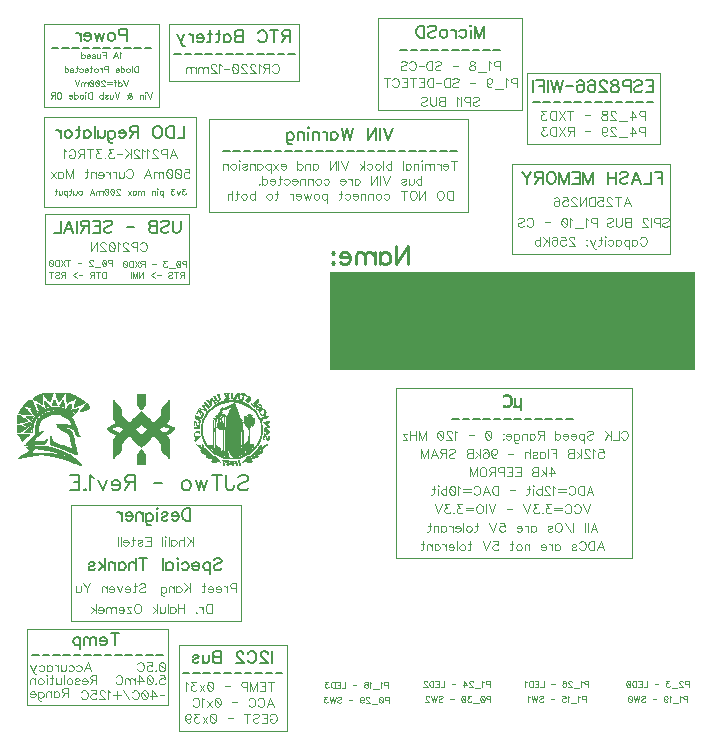
<source format=gbr>
%TF.GenerationSoftware,Novarm,DipTrace,3.2.0.1*%
%TF.CreationDate,2018-11-25T16:17:49-08:00*%
%FSLAX26Y26*%
%MOIN*%
%TF.FileFunction,Legend,Bot*%
%TF.Part,Single*%
%ADD12C,0.003*%
%ADD13C,0.002625*%
%ADD144C,0.003088*%
%ADD145C,0.006176*%
%ADD146C,0.004632*%
%ADD147C,0.00772*%
%ADD148C,0.009264*%
G75*
G01*
%LPD*%
X1015562Y2834324D2*
D12*
X1446715D1*
Y2643727D1*
X1015562D1*
Y2834324D1*
X599082Y2524950D2*
X1105331D1*
Y2225021D1*
X599082D1*
Y2524950D1*
X598523Y2834324D2*
X979734D1*
Y2556236D1*
X598523D1*
Y2834324D1*
X1712723Y2853080D2*
X2190798D1*
Y2546862D1*
X1712723D1*
Y2853080D1*
X2206120Y2671849D2*
X2649823D1*
Y2434374D1*
X2206120D1*
Y2671849D1*
X601040Y2200024D2*
X1081117D1*
Y1965673D1*
X601040D1*
Y2200024D1*
X2159147Y2368760D2*
X2684092D1*
Y2068672D1*
X2159147D1*
Y2368760D1*
X1771681Y1621960D2*
X2559099D1*
Y1053269D1*
X1771681D1*
Y1621960D1*
X540723Y818701D2*
X1012452D1*
Y562452D1*
X540723D1*
Y818701D1*
X1046978Y765597D2*
X1409345D1*
Y478298D1*
X1046978D1*
Y765597D1*
X1148747Y2518681D2*
X2012452D1*
Y2206201D1*
X1148747D1*
Y2518681D1*
X687420Y1231376D2*
X1256110D1*
Y843916D1*
X687420D1*
Y1231376D1*
G36*
X1549950Y2006201D2*
X2768701D1*
Y1681201D1*
X1549950D1*
Y2006201D1*
G37*
X2134390Y1599490D2*
D13*
X2144889D1*
X2131227Y1598177D2*
X2147413D1*
X2128565Y1596865D2*
X2149479D1*
X2127340Y1595553D2*
X2151167D1*
X2126899Y1594240D2*
X2133078D1*
X2144631D2*
X2152598D1*
X2126662Y1592928D2*
X2130453D1*
X2146705D2*
X2153765D1*
X2126516Y1591616D2*
X2127828D1*
X2148406D2*
X2154617D1*
X2149718Y1590303D2*
X2155236D1*
X2150636Y1588991D2*
X2155768D1*
X2163261D2*
X2168511D1*
X2182946D2*
X2188196D1*
X2151283Y1587679D2*
X2156203D1*
X2163261D2*
X2168511D1*
X2182946D2*
X2188196D1*
X2151825Y1586366D2*
X2156515D1*
X2163261D2*
X2168511D1*
X2182946D2*
X2188196D1*
X2152259Y1585054D2*
X2156818D1*
X2163261D2*
X2168511D1*
X2182946D2*
X2188196D1*
X2152526Y1583742D2*
X2157193D1*
X2163261D2*
X2168511D1*
X2182946D2*
X2188196D1*
X2152662Y1582429D2*
X2157554D1*
X2163261D2*
X2168511D1*
X2182946D2*
X2188196D1*
X2152723Y1581117D2*
X2157793D1*
X2163261D2*
X2168511D1*
X2182946D2*
X2188196D1*
X2152748Y1579805D2*
X2157918D1*
X2163261D2*
X2168511D1*
X2182946D2*
X2188196D1*
X2152757Y1578492D2*
X2157975D1*
X2163261D2*
X2168511D1*
X2182946D2*
X2188196D1*
X2152761Y1577180D2*
X2157993D1*
X2163261D2*
X2168511D1*
X2182946D2*
X2188196D1*
X2152762Y1575868D2*
X2157956D1*
X2163261D2*
X2168511D1*
X2182946D2*
X2188196D1*
X2152757Y1574555D2*
X2157792D1*
X2163261D2*
X2168511D1*
X2182946D2*
X2188196D1*
X2152711Y1573243D2*
X2157479D1*
X2163261D2*
X2168511D1*
X2182946D2*
X2188196D1*
X2152539Y1571931D2*
X2157137D1*
X2163261D2*
X2168511D1*
X2182946D2*
X2188196D1*
X2152179Y1570618D2*
X2156863D1*
X2163261D2*
X2168511D1*
X2182946D2*
X2188196D1*
X2151670Y1569306D2*
X2156569D1*
X2163261D2*
X2168516D1*
X2182946D2*
X2188196D1*
X2151070Y1567994D2*
X2156147D1*
X2163261D2*
X2168567D1*
X2182941D2*
X2188196D1*
X2150337Y1566681D2*
X2155574D1*
X2163261D2*
X2168786D1*
X2182890D2*
X2188196D1*
X2149451Y1565369D2*
X2154845D1*
X2163251D2*
X2169195D1*
X2182767D2*
X2188196D1*
X2126516Y1564057D2*
X2129141D1*
X2147266D2*
X2153972D1*
X2163159D2*
X2170426D1*
X2182160D2*
X2188196D1*
X2126576Y1562744D2*
X2132972D1*
X2143651D2*
X2152959D1*
X2162944D2*
X2172566D1*
X2180055D2*
X2188196D1*
X2126716Y1561432D2*
X2137899D1*
X2138226D2*
X2151681D1*
X2162236D2*
X2176032D1*
X2176669D2*
X2188196D1*
X2127421Y1560120D2*
X2150021D1*
X2161569D2*
X2188196D1*
X2129438Y1558807D2*
X2147880D1*
X2161047D2*
X2167198D1*
X2169823D2*
X2188196D1*
X2132317Y1557495D2*
X2145213D1*
X2162050D2*
X2165886D1*
X2172448D2*
X2180322D1*
X2182946D2*
X2188196D1*
X2135702Y1556183D2*
X2142264D1*
X2163261D2*
X2164574D1*
X2175072D2*
X2177697D1*
X2182946D2*
X2188196D1*
X2182946Y1554870D2*
X2188196D1*
X2182946Y1553558D2*
X2188196D1*
X2182946Y1552246D2*
X2188196D1*
X2182946Y1550933D2*
X2188196D1*
X2182946Y1549621D2*
X2188196D1*
X2182946Y1548309D2*
X2188196D1*
X2182946Y1546996D2*
X2188196D1*
X2182946Y1545684D2*
X2188196D1*
X907701Y1600201D2*
D12*
X934701D1*
X907701Y1597201D2*
X934701D1*
X907701Y1594201D2*
X934701D1*
X907701Y1591201D2*
X934701D1*
X907701Y1588201D2*
X934701D1*
X907701Y1585201D2*
X934701D1*
X826701Y1582201D2*
D3*
X907701D2*
X934701D1*
X1015701D2*
D3*
X826701Y1579201D2*
X829701D1*
X907701D2*
X934701D1*
X1012701D2*
X1015701D1*
X826701Y1576201D2*
X832701D1*
X907701D2*
X934701D1*
X1009701D2*
X1015701D1*
X826701Y1573201D2*
X835701D1*
X907713D2*
X934689D1*
X1006701D2*
X1015701D1*
X826701Y1570201D2*
X838701D1*
X907830D2*
X934572D1*
X1003701D2*
X1015701D1*
X826701Y1567201D2*
X841701D1*
X908318D2*
X934073D1*
X1000701D2*
X1015701D1*
X826701Y1564201D2*
X844689D1*
X909430D2*
X932866D1*
X997713D2*
X1015701D1*
X826701Y1561201D2*
X847572D1*
X911035D2*
X930985D1*
X994830D2*
X1015701D1*
X826701Y1558201D2*
X850073D1*
X912826D2*
X928859D1*
X992329D2*
X1015701D1*
X826701Y1555201D2*
X851855D1*
X914838D2*
X926814D1*
X990547D2*
X1015701D1*
X826701Y1552201D2*
X852867D1*
X917183D2*
X924793D1*
X989535D2*
X1015701D1*
X826701Y1549201D2*
X853357D1*
X919701D2*
X922701D1*
X989045D2*
X1015701D1*
X826701Y1546201D2*
X853568D1*
X988834D2*
X1015701D1*
X826701Y1543201D2*
X853652D1*
X919701D2*
X922701D1*
X988750D2*
X1015701D1*
X826701Y1540201D2*
X853696D1*
X916701D2*
X925701D1*
X988706D2*
X1015701D1*
X826701Y1537201D2*
X853824D1*
X913701D2*
X928701D1*
X988578D2*
X1015701D1*
X826701Y1534201D2*
X854328D1*
X910701D2*
X931701D1*
X988074D2*
X1015701D1*
X826701Y1531201D2*
X855547D1*
X907701D2*
X934701D1*
X986855D2*
X1015701D1*
X826701Y1528201D2*
X857534D1*
X904701D2*
X937701D1*
X984868D2*
X1015701D1*
X826713Y1525201D2*
X860045D1*
X901701D2*
X940701D1*
X982357D2*
X1015689D1*
X826830Y1522201D2*
X862834D1*
X898701D2*
X943701D1*
X979568D2*
X1015572D1*
X827329Y1519201D2*
X865750D1*
X895701D2*
X946701D1*
X976652D2*
X1015073D1*
X828547Y1516201D2*
X868718D1*
X892701D2*
X949701D1*
X973684D2*
X1013855D1*
X830535Y1513201D2*
X871707D1*
X889701D2*
X952701D1*
X970695D2*
X1011879D1*
X833044Y1510201D2*
X874701D1*
X886701D2*
X955701D1*
X967701D2*
X1009483D1*
X835825Y1507201D2*
X1007158D1*
X838701Y1504201D2*
X1005270D1*
X832046Y1501201D2*
X1003701D1*
X825239Y1498201D2*
X916701D1*
X925701D2*
X1012345D1*
X819049Y1495201D2*
X913701D1*
X928701D2*
X1019554D1*
X814002Y1492201D2*
X832947D1*
X850701D2*
X910701D1*
X931701D2*
X991701D1*
X1005384D2*
X1025079D1*
X809870Y1489201D2*
X827879D1*
X853701D2*
X907701D1*
X934701D2*
X988701D1*
X1011328D2*
X1029462D1*
X807935Y1486201D2*
X823931D1*
X856701D2*
X904701D1*
X937701D2*
X985701D1*
X1015685D2*
X1031444D1*
X808030Y1483201D2*
X820701D1*
X859701D2*
X901701D1*
X940701D2*
X982701D1*
X1017670D2*
X1031365D1*
X810428Y1480201D2*
X827804D1*
X856701D2*
X904701D1*
X937701D2*
X985701D1*
X1012405D2*
X1028971D1*
X814238Y1477201D2*
X835909D1*
X853701D2*
X907701D1*
X934701D2*
X988701D1*
X1006701D2*
X1025174D1*
X819716Y1474201D2*
X844701D1*
X850701D2*
X910701D1*
X931701D2*
X1019812D1*
X826600Y1471201D2*
X913701D1*
X928701D2*
X1013391D1*
X834124Y1468201D2*
X1006893D1*
X841701Y1465201D2*
X1000701D1*
X838701Y1462201D2*
X1003701D1*
X835713Y1459201D2*
X877701D1*
X883701D2*
X958701D1*
X964701D2*
X1006689D1*
X832830Y1456201D2*
X874701D1*
X886701D2*
X955701D1*
X967701D2*
X1009572D1*
X830329Y1453201D2*
X871701D1*
X889701D2*
X952701D1*
X970701D2*
X1012073D1*
X828547Y1450201D2*
X868701D1*
X892701D2*
X949701D1*
X973701D2*
X1013855D1*
X827535Y1447201D2*
X865701D1*
X895701D2*
X946701D1*
X976701D2*
X1014867D1*
X827045Y1444201D2*
X862713D1*
X898701D2*
X943701D1*
X979689D2*
X1015357D1*
X826834Y1441201D2*
X859830D1*
X901701D2*
X940701D1*
X982572D2*
X1015568D1*
X826750Y1438201D2*
X857329D1*
X904701D2*
X937701D1*
X985073D2*
X1015652D1*
X826718Y1435201D2*
X855547D1*
X907701D2*
X934701D1*
X986855D2*
X1015684D1*
X826707Y1432201D2*
X854535D1*
X910701D2*
X931701D1*
X987867D2*
X1015695D1*
X826703Y1429201D2*
X854045D1*
X913701D2*
X928701D1*
X988357D2*
X1015699D1*
X826702Y1426201D2*
X853834D1*
X916701D2*
X925701D1*
X988568D2*
X1015700D1*
X826701Y1423201D2*
X853750D1*
X919701D2*
X922701D1*
X988652D2*
X1015701D1*
X826701Y1420201D2*
X853706D1*
X988696D2*
X1015701D1*
X826701Y1417201D2*
X853578D1*
X919701D2*
X922701D1*
X988824D2*
X1015701D1*
X826701Y1414201D2*
X853074D1*
X918086D2*
X924316D1*
X989328D2*
X1015701D1*
X826701Y1411201D2*
X851855D1*
X915959D2*
X926443D1*
X990547D2*
X1015701D1*
X826701Y1408201D2*
X849868D1*
X913512D2*
X928890D1*
X992534D2*
X1015701D1*
X826701Y1405201D2*
X847357D1*
X911205D2*
X931197D1*
X995045D2*
X1015701D1*
X826701Y1402201D2*
X844568D1*
X909502D2*
X932900D1*
X997834D2*
X1015701D1*
X826701Y1399201D2*
X841652D1*
X908518D2*
X933884D1*
X1000750D2*
X1015701D1*
X826701Y1396201D2*
X838684D1*
X908040D2*
X934362D1*
X1003718D2*
X1015701D1*
X826701Y1393201D2*
X835695D1*
X907832D2*
X934570D1*
X1006707D2*
X1015701D1*
X826701Y1390201D2*
X832699D1*
X907749D2*
X934653D1*
X1009703D2*
X1015701D1*
X826701Y1387201D2*
X829701D1*
X907718D2*
X934684D1*
X1012701D2*
X1015701D1*
X907707Y1384201D2*
X934695D1*
X907703Y1381201D2*
X934699D1*
X907702Y1378201D2*
X934700D1*
X907701Y1375201D2*
X934701D1*
X907701Y1372201D2*
X934701D1*
X907701Y1369201D2*
X934701D1*
X907701Y1366201D2*
X934701D1*
X593201Y1603201D2*
X626201D1*
X635201D2*
X680201D1*
X584802Y1600201D2*
X625164D1*
X636238D2*
X665315D1*
X671201D2*
X688611D1*
X577177Y1597201D2*
X590201D1*
X596189D2*
X624165D1*
X637237D2*
X662700D1*
X671201D2*
X696354D1*
X570785Y1594201D2*
X590201D1*
X599084D2*
X623214D1*
X638199D2*
X660419D1*
X671201D2*
X703253D1*
X565968Y1591201D2*
X590201D1*
X601701D2*
X622190D1*
X639317D2*
X658200D1*
X671201D2*
X709347D1*
X562694Y1588201D2*
X590201D1*
X603983D2*
X621183D1*
X640601D2*
X655829D1*
X671201D2*
X701676D1*
X707779D2*
X714733D1*
X554201Y1585201D2*
D3*
X560201D2*
X590201D1*
X606214D2*
X620221D1*
X641898D2*
X653491D1*
X671213D2*
X696526D1*
X705919D2*
X719642D1*
X549702Y1582201D2*
X557201D1*
X565164D2*
X590201D1*
X608688D2*
X619178D1*
X629201D2*
X632201D1*
X642974D2*
X651363D1*
X671318D2*
X691696D1*
X704532D2*
X724186D1*
X545456Y1579201D2*
X558238D1*
X570165D2*
X590201D1*
X611394D2*
X618145D1*
X628164D2*
X633341D1*
X643683D2*
X649310D1*
X659201D2*
X662201D1*
X671703D2*
X687055D1*
X703314D2*
X728087D1*
X541312Y1576201D2*
X559237D1*
X575212D2*
X590201D1*
X599201D2*
X602201D1*
X614201D2*
X617201D1*
X627165D2*
X634630D1*
X644201D2*
X647201D1*
X657586D2*
X662315D1*
X672446D2*
X682575D1*
X702229D2*
X730963D1*
X537455Y1573201D2*
X560199D1*
X580174D2*
X590201D1*
X599201D2*
X605653D1*
X626212D2*
X636033D1*
X655447D2*
X662700D1*
X673339D2*
X678302D1*
X701240D2*
X733113D1*
X534236Y1570201D2*
X561317D1*
X585143D2*
X590201D1*
X599201D2*
X609283D1*
X625174D2*
X637568D1*
X652884D2*
X663419D1*
X674201D2*
D3*
X689201D2*
D3*
X700211D2*
X727397D1*
X737201D2*
X740201D1*
X531647Y1567201D2*
X562613D1*
X572201D2*
X575201D1*
X590201D2*
D3*
X599224D2*
X612604D1*
X624143D2*
X639300D1*
X650085D2*
X664188D1*
X683802D2*
X689201D1*
X699304D2*
X720547D1*
X734665D2*
X743075D1*
X529290Y1564201D2*
X564014D1*
X573598D2*
X581078D1*
X599453D2*
X615149D1*
X623201D2*
X641201D1*
X647201D2*
X664711D1*
X679162D2*
X688737D1*
X698722D2*
X713043D1*
X732408D2*
X745573D1*
X526862Y1561201D2*
X530201D1*
X539201D2*
X565467D1*
X574565D2*
X586612D1*
X599998D2*
X617201D1*
X650201D2*
X664990D1*
X675618D2*
X687994D1*
X698406D2*
X705542D1*
X730197D2*
X747637D1*
X524513Y1558201D2*
X532737D1*
X548201D2*
X566871D1*
X575395D2*
X591586D1*
X602336D2*
X605201D1*
X614201D2*
X653201D1*
X665201D2*
X665123D1*
X673133D2*
X687205D1*
X698201D2*
D3*
X727828D2*
X748479D1*
X522456Y1555201D2*
X534994D1*
X557201D2*
X568115D1*
X576412D2*
X596201D1*
X605201D2*
X665201D1*
X671201D2*
X686565D1*
X710201D2*
D3*
X725489D2*
X748103D1*
X520669Y1552201D2*
X537217D1*
X566201D2*
X569201D1*
X577630D2*
X590201D1*
X596201D2*
X671201D1*
X677201D2*
X685822D1*
X702304D2*
X710201D1*
X723335D2*
X745582D1*
X519036Y1549201D2*
X539691D1*
X551201D2*
X560201D1*
X578788D2*
X584201D1*
X590201D2*
X677201D1*
X683201D2*
X684664D1*
X695409D2*
X709061D1*
X721165D2*
X739865D1*
X517475Y1546201D2*
X542413D1*
X552804D2*
X567982D1*
X579715D2*
X623201D1*
X632201D2*
X683201D1*
X689201D2*
X707760D1*
X718754D2*
X732848D1*
X515874Y1543201D2*
X545285D1*
X554837D2*
X575201D1*
X579151D2*
X605201D1*
X617201D2*
X706238D1*
X716201D2*
X725201D1*
X514116Y1540201D2*
X548232D1*
X557019D2*
X572201D1*
X578201D2*
X596676D1*
X605201D2*
X692201D1*
X698201D2*
X704176D1*
X512201Y1537201D2*
X551212D1*
X559107D2*
X591537D1*
X599676D2*
X695201D1*
X701201D2*
X701108D1*
X530201Y1534201D2*
X554201D1*
X561252D2*
X586814D1*
X594549D2*
X697047D1*
X509201Y1531201D2*
X515201D1*
X563652D2*
X563201D1*
X569201D2*
X582557D1*
X589931D2*
X614917D1*
X656087D2*
X693506D1*
X509201Y1528201D2*
X519702D1*
X536201D2*
X560201D1*
X566201D2*
X578835D1*
X586056D2*
X607664D1*
X661679D2*
X689734D1*
X509201Y1525201D2*
X524444D1*
X539201D2*
X557201D1*
X563201D2*
X575578D1*
X583041D2*
X601878D1*
X666737D2*
X688240D1*
X509201Y1522201D2*
X529160D1*
X542213D2*
X572813D1*
X580460D2*
X597378D1*
X671086D2*
X689780D1*
X509201Y1519201D2*
X533584D1*
X545306D2*
X554201D1*
X560201D2*
X570573D1*
X577941D2*
X593689D1*
X674626D2*
X691444D1*
X509201Y1516201D2*
X537309D1*
X548577D2*
X554201D1*
X560201D2*
X568713D1*
X575644D2*
X590499D1*
X677580D2*
X693274D1*
X509201Y1513201D2*
X540041D1*
X551857D2*
X567051D1*
X573859D2*
X587778D1*
X680313D2*
X695145D1*
X509201Y1510201D2*
X542201D1*
X554724D2*
X565490D1*
X572508D2*
X585571D1*
X682810D2*
X696708D1*
X509201Y1507201D2*
X525607D1*
X548201D2*
X551201D1*
X557201D2*
X563975D1*
X571317D2*
X583813D1*
X685002D2*
X697971D1*
X509201Y1504201D2*
D3*
X537420D2*
X562574D1*
X570331D2*
X582443D1*
X687080D2*
X699227D1*
X527201Y1501201D2*
X561463D1*
X569621D2*
X581325D1*
X638201D2*
X674201D1*
X689201D2*
X700567D1*
X509201Y1498201D2*
X518201D1*
X533201D2*
X560788D1*
X568930D2*
X580243D1*
X639712D2*
X701897D1*
X509201Y1495201D2*
X527201D1*
X539201D2*
X548201D1*
X553949D2*
X560437D1*
X568073D2*
X579315D1*
X641075D2*
X703078D1*
X509201Y1492201D2*
X539201D1*
X548201D2*
D3*
X553381D2*
X560181D1*
X567247D2*
X578728D1*
X642741D2*
X657289D1*
X664062D2*
X704121D1*
X509201Y1489201D2*
X542201D1*
X550617D2*
X559737D1*
X566714D2*
X578426D1*
X645039D2*
X662583D1*
X679227D2*
X705186D1*
X509201Y1486201D2*
X537586D1*
X546584D2*
X558996D1*
X566534D2*
X578290D1*
X648139D2*
X669373D1*
X688772D2*
X706209D1*
X509201Y1483201D2*
X532447D1*
X541772D2*
X558218D1*
X566786D2*
X578234D1*
X652293D2*
X676950D1*
X695066D2*
X707175D1*
X509201Y1480201D2*
X526884D1*
X537117D2*
X551201D1*
X557201D2*
X557690D1*
X567451D2*
X578212D1*
X657671D2*
X683609D1*
X697189D2*
X708207D1*
X509201Y1477201D2*
X521085D1*
X533340D2*
X551201D1*
X557201D2*
X557395D1*
X568188D2*
X578201D1*
X587201D2*
X593201D1*
X664032D2*
X688790D1*
X698810D2*
X709217D1*
X509201Y1474201D2*
X515201D1*
X530201D2*
X557201D1*
X568586D2*
X590201D1*
X670404D2*
X690878D1*
X700069D2*
X710190D1*
X568640Y1471201D2*
X587201D1*
X675556D2*
X691707D1*
X701149D2*
X711313D1*
X509201Y1468201D2*
X548201D1*
X567340D2*
X584201D1*
X679559D2*
X692454D1*
X702431D2*
X712602D1*
X511061Y1465201D2*
X546472D1*
X565353D2*
X581201D1*
X681333D2*
X693327D1*
X704282D2*
X713926D1*
X512784Y1462201D2*
X543949D1*
X562850D2*
X578201D1*
X617201D2*
D3*
X682375D2*
X694167D1*
X706963D2*
X715135D1*
X514484Y1459201D2*
X540666D1*
X560066D2*
X575201D1*
X617201D2*
X620201D1*
X682975D2*
X694817D1*
X710201D2*
X716201D1*
X516316Y1456201D2*
X537090D1*
X557151D2*
X572201D1*
X617201D2*
X620676D1*
X683569D2*
X695485D1*
X518275Y1453201D2*
X533645D1*
X554184D2*
X569201D1*
X617201D2*
X621537D1*
X684371D2*
X696334D1*
X520198Y1450201D2*
X530396D1*
X551195D2*
X566201D1*
X605201D2*
X608201D1*
X617201D2*
X622825D1*
X685172D2*
X697156D1*
X522152Y1447201D2*
X527274D1*
X548199D2*
X563201D1*
X602201D2*
X607049D1*
X617201D2*
X624698D1*
X685718D2*
X697712D1*
X524201Y1444201D2*
D3*
X545200D2*
X605655D1*
X617213D2*
X627580D1*
X686105D2*
X698103D1*
X542201Y1441201D2*
X603877D1*
X617330D2*
X631924D1*
X686616D2*
X698615D1*
X539201Y1438201D2*
X601648D1*
X617865D2*
X637865D1*
X687387D2*
X699387D1*
X536201Y1435201D2*
X599201D1*
X618906D2*
X644916D1*
X688177D2*
X700189D1*
X533201Y1432201D2*
X554201D1*
X622662D2*
X652473D1*
X688719D2*
X700825D1*
X530201Y1429201D2*
X533201D1*
X628424D2*
X660399D1*
X689114D2*
X701488D1*
X548201Y1426201D2*
X605201D1*
X635980D2*
X668755D1*
X689706D2*
X702334D1*
X539201Y1423201D2*
X619369D1*
X644434D2*
X677417D1*
X690786D2*
X703157D1*
X542201Y1420201D2*
X631730D1*
X653154D2*
X686201D1*
X692201D2*
X703712D1*
X545201Y1417201D2*
X563665D1*
X588180D2*
X642107D1*
X661708D2*
X704103D1*
X548201Y1414201D2*
X561409D1*
X607429D2*
X650763D1*
X669870D2*
X704615D1*
X544164Y1411201D2*
X559193D1*
X622900D2*
X658143D1*
X677713D2*
X705388D1*
X540165Y1408201D2*
X556764D1*
X635003D2*
X664764D1*
X685443D2*
X706185D1*
X536203Y1405201D2*
X620201D1*
X644873D2*
X670923D1*
X693256D2*
X706761D1*
X532085Y1402201D2*
X635388D1*
X653677D2*
X676632D1*
X701201D2*
X707201D1*
X527801Y1399201D2*
X650201D1*
X662201D2*
X681834D1*
X523504Y1396201D2*
X568091D1*
X606295D2*
X662201D1*
X668201D2*
X686590D1*
X519428Y1393201D2*
X548261D1*
X625939D2*
X690959D1*
X515719Y1390201D2*
X531067D1*
X642235D2*
X695078D1*
X512201Y1387201D2*
X515201D1*
X655480D2*
X699159D1*
X666497Y1384201D2*
X703087D1*
X675950Y1381201D2*
X706674D1*
X684122Y1378201D2*
X709965D1*
X691284Y1375201D2*
X712995D1*
X697828Y1372201D2*
X715666D1*
X704059Y1369201D2*
X717944D1*
X710152Y1366201D2*
X720059D1*
X716201Y1363201D2*
X722201D1*
X1198701Y1603201D2*
X1213701D1*
X1222701D2*
X1225701D1*
X1231701D2*
D3*
X1240701D2*
X1246701D1*
X1255701D2*
X1261701D1*
X1174701Y1600201D2*
X1180701D1*
X1199973D2*
X1198701D1*
X1208804D2*
X1212328D1*
X1222689D2*
X1225701D1*
X1238167D2*
X1246815D1*
X1252701D2*
X1266482D1*
X1175841Y1597201D2*
X1181165D1*
X1204909D2*
X1211581D1*
X1222575D2*
X1225701D1*
X1235936D2*
X1247200D1*
X1261701D2*
X1270701D1*
X1276701D2*
D3*
X1162701Y1594201D2*
X1168701D1*
X1177118D2*
X1181908D1*
X1204473D2*
X1211319D1*
X1222111D2*
X1225701D1*
X1233836D2*
X1247919D1*
X1259841D2*
X1261701D1*
X1270701D2*
X1282701D1*
X1156701Y1591201D2*
D3*
X1163841D2*
X1169167D1*
X1178407D2*
X1182685D1*
X1207701D2*
X1212360D1*
X1221086D2*
X1225701D1*
X1231701D2*
X1238253D1*
X1243358D2*
X1248696D1*
X1258121D2*
X1261235D1*
X1279701D2*
X1284086D1*
X1153931Y1588201D2*
X1156701D1*
X1165130D2*
X1169936D1*
X1179478D2*
X1183187D1*
X1202920D2*
X1213701D1*
X1219701D2*
X1236305D1*
X1246055D2*
X1249265D1*
X1256436D2*
X1260466D1*
X1274521D2*
X1284951D1*
X1151879Y1585201D2*
X1158675D1*
X1166558D2*
X1170836D1*
X1180184D2*
X1183220D1*
X1198701D2*
X1210701D1*
X1234701D2*
D3*
X1249181D2*
X1249701D1*
X1254639D2*
X1259566D1*
X1270442D2*
X1285409D1*
X1306701D2*
X1309701D1*
X1141701Y1582201D2*
X1144701D1*
X1151204D2*
X1160782D1*
X1168349D2*
X1171701D1*
X1180701D2*
X1182780D1*
X1252701D2*
X1258701D1*
X1268862D2*
X1270701D1*
X1303953D2*
X1309824D1*
X1138701Y1579201D2*
X1144701D1*
X1150701D2*
X1153701D1*
X1159701D2*
X1163211D1*
X1170608D2*
X1179733D1*
X1201701D2*
X1243701D1*
X1268882D2*
X1270701D1*
X1303237D2*
X1310290D1*
X1141689Y1576201D2*
X1153701D1*
X1160973D2*
X1165902D1*
X1175328D2*
X1175406D1*
X1191917D2*
X1222672D1*
X1222627D2*
X1253485D1*
X1270995D2*
X1279701D1*
X1303701D2*
X1311316D1*
X1129701Y1573201D2*
X1135701D1*
X1144575D2*
X1153701D1*
X1162805D2*
X1170547D1*
X1183407D2*
X1205123D1*
X1239898D2*
X1261995D1*
X1273701D2*
X1275482D1*
X1299107D2*
X1312701D1*
X1131316Y1570201D2*
X1138200D1*
X1147111D2*
X1153678D1*
X1165473D2*
X1165701D1*
X1176360D2*
X1191981D1*
X1228701D2*
X1231701D1*
X1252691D2*
X1269042D1*
X1288701D2*
D3*
X1294701D2*
X1308857D1*
X1126701Y1567201D2*
D3*
X1133455D2*
X1141233D1*
X1149086D2*
X1153455D1*
X1170515D2*
X1182493D1*
X1224759D2*
X1232841D1*
X1262035D2*
X1274887D1*
X1289146D2*
X1291701D1*
X1300701D2*
X1305982D1*
X1312701D2*
X1318701D1*
X1125535Y1564201D2*
X1129701D1*
X1136019D2*
X1144701D1*
X1150701D2*
X1152928D1*
X1165495D2*
X1175313D1*
X1218788D2*
X1234118D1*
X1269184D2*
X1279907D1*
X1290658D2*
X1303701D1*
X1317295D2*
X1320121D1*
X1125848Y1561201D2*
X1130841D1*
X1138825D2*
X1150709D1*
X1161123D2*
X1169426D1*
X1210752D2*
X1235418D1*
X1274979D2*
X1284279D1*
X1293952D2*
X1312701D1*
X1321701D2*
X1321311D1*
X1127637Y1558201D2*
X1132130D1*
X1141744D2*
X1147831D1*
X1157346D2*
X1164554D1*
X1189701D2*
X1192701D1*
X1201701D2*
X1216387D1*
X1223176D2*
X1236586D1*
X1279952D2*
X1288056D1*
X1297701D2*
D3*
X1303827D2*
X1322618D1*
X1114701Y1555201D2*
X1117701D1*
X1129701D2*
X1133533D1*
X1144701D2*
D3*
X1153969D2*
X1160528D1*
X1188561D2*
X1207367D1*
X1221026D2*
X1237636D1*
X1284298D2*
X1291433D1*
X1304328D2*
X1303701D1*
X1315701D2*
X1325749D1*
X1119546Y1552201D2*
X1135068D1*
X1150805D2*
X1157040D1*
X1187272D2*
X1199692D1*
X1219196D2*
X1238793D1*
X1288063D2*
X1294597D1*
X1305536D2*
X1306701D1*
X1321701D2*
X1329310D1*
X1111701Y1549201D2*
D3*
X1125952D2*
X1136800D1*
X1147739D2*
X1153831D1*
X1185879D2*
X1194100D1*
X1217546D2*
X1240092D1*
X1291436D2*
X1297651D1*
X1307455D2*
X1332415D1*
X1109850Y1546201D2*
X1114701D1*
X1133577D2*
X1138701D1*
X1144726D2*
X1150749D1*
X1184422D2*
X1190104D1*
X1215988D2*
X1241406D1*
X1294598D2*
X1300570D1*
X1309701D2*
D3*
X1315701D2*
X1321701D1*
X1329985D2*
X1334912D1*
X1108217Y1543201D2*
X1120536D1*
X1141823D2*
X1147729D1*
X1182930D2*
X1186701D1*
X1214462D2*
X1242581D1*
X1297651D2*
X1303185D1*
X1315713D2*
X1318701D1*
X1331729D2*
X1335822D1*
X1106858Y1540201D2*
X1108701D1*
X1115253D2*
X1125016D1*
X1139176D2*
X1144824D1*
X1181317D2*
X1192701D1*
X1212947D2*
X1243623D1*
X1300570D2*
X1305364D1*
X1315877D2*
X1315701D1*
X1331513D2*
X1336206D1*
X1105701Y1537201D2*
X1108701D1*
X1116305D2*
X1117701D1*
X1123578D2*
X1128409D1*
X1137026D2*
X1142214D1*
X1179314D2*
X1183701D1*
X1211364D2*
X1244686D1*
X1303185D2*
X1307214D1*
X1316299D2*
X1318701D1*
X1329749D2*
X1335968D1*
X1117701Y1534201D2*
D3*
X1123112D2*
X1127551D1*
X1135196D2*
X1140037D1*
X1176527D2*
X1193076D1*
X1209613D2*
X1245710D1*
X1276701D2*
X1282701D1*
X1305364D2*
X1308961D1*
X1318856D2*
X1321701D1*
X1327701D2*
X1335036D1*
X1102701Y1531201D2*
D3*
X1122086D2*
X1126176D1*
X1133546D2*
X1138188D1*
X1172859D2*
X1201701D1*
X1207701D2*
X1246687D1*
X1273701D2*
X1291701D1*
X1307202D2*
X1310799D1*
X1325656D2*
X1333701D1*
X1342701D2*
D3*
X1101328Y1528201D2*
X1111701D1*
X1120701D2*
X1124616D1*
X1131988D2*
X1136441D1*
X1168701D2*
X1183701D1*
X1189701D2*
D3*
X1195111D2*
X1247812D1*
X1264701D2*
X1270701D1*
X1276701D2*
X1288701D1*
X1308855D2*
X1312683D1*
X1333701D2*
X1345701D1*
X1100337Y1525201D2*
X1123121D1*
X1130462D2*
X1134606D1*
X1170295D2*
X1180701D1*
X1186701D2*
X1189701D1*
X1196866D2*
X1198701D1*
X1204701D2*
X1249123D1*
X1265153D2*
X1292137D1*
X1310414D2*
X1314309D1*
X1327701D2*
X1340094D1*
X1100472Y1522201D2*
X1102701D1*
X1108701D2*
X1121823D1*
X1128957D2*
X1132744D1*
X1171701D2*
X1189237D1*
X1197871D2*
X1198701D1*
X1204701D2*
X1250649D1*
X1265791D2*
X1295168D1*
X1311939D2*
X1315701D1*
X1321701D2*
X1333906D1*
X1102385Y1519201D2*
X1115165D1*
X1120701D2*
D3*
X1127463D2*
X1131187D1*
X1162701D2*
X1180701D1*
X1186701D2*
X1188517D1*
X1198358D2*
X1198701D1*
X1204701D2*
X1252653D1*
X1266184D2*
X1296454D1*
X1313445D2*
X1328582D1*
X1106558Y1516201D2*
X1115897D1*
X1126070D2*
X1129940D1*
X1165111D2*
X1172291D1*
X1177689D2*
X1187969D1*
X1198569D2*
X1198701D1*
X1204701D2*
X1255413D1*
X1265967D2*
X1297163D1*
X1314939D2*
X1324446D1*
X1110792Y1513201D2*
X1116568D1*
X1124961D2*
X1128780D1*
X1162701D2*
D3*
X1166866D2*
X1170536D1*
X1177584D2*
X1180701D1*
X1186701D2*
X1187895D1*
X1198653D2*
X1198701D1*
X1204701D2*
X1258701D1*
X1265369D2*
X1297476D1*
X1316344D2*
X1323018D1*
X1096701Y1510201D2*
X1102701D1*
X1114701D2*
X1116711D1*
X1124276D2*
X1127717D1*
X1162701D2*
D3*
X1167871D2*
X1169531D1*
X1177201D2*
X1180701D1*
X1186701D2*
X1190007D1*
X1198685D2*
X1198701D1*
X1204701D2*
X1255701D1*
X1264701D2*
X1297505D1*
X1317558D2*
X1322256D1*
X1348701D2*
D3*
X1096701Y1507201D2*
X1104097D1*
X1111701D2*
X1116271D1*
X1123831D2*
X1126735D1*
X1162701D2*
D3*
X1168358D2*
X1169044D1*
X1176483D2*
X1192701D1*
X1198701D2*
D3*
X1204701D2*
X1297162D1*
X1318614D2*
X1321928D1*
X1327701D2*
X1348701D1*
X1096701Y1504201D2*
D3*
X1102850D2*
X1105024D1*
X1113295D2*
X1115630D1*
X1123298D2*
X1125710D1*
X1162701D2*
D3*
X1168569D2*
X1168833D1*
X1175714D2*
X1198701D1*
X1204689D2*
X1258701D1*
X1265291D2*
X1296347D1*
X1319672D2*
X1321897D1*
X1330264D2*
X1345514D1*
X1096701Y1501201D2*
D3*
X1103205D2*
X1105701D1*
X1114701D2*
X1115159D1*
X1122519D2*
X1124803D1*
X1162701D2*
D3*
X1168653D2*
X1168749D1*
X1175188D2*
X1198578D1*
X1204575D2*
X1258701D1*
X1266548D2*
X1295113D1*
X1320591D2*
X1322228D1*
X1333598D2*
X1342701D1*
X1096701Y1498201D2*
D3*
X1105059D2*
X1114901D1*
X1121726D2*
X1124224D1*
X1162701D2*
D3*
X1168684D2*
X1168717D1*
X1174894D2*
X1198112D1*
X1204111D2*
X1258701D1*
X1268637D2*
X1293521D1*
X1321176D2*
X1322928D1*
X1337910D2*
X1345493D1*
X1109521Y1495201D2*
X1114781D1*
X1121195D2*
X1123924D1*
X1162701D2*
D3*
X1168672D2*
X1168701D1*
X1174701D2*
X1197086D1*
X1203086D2*
X1258701D1*
X1271415D2*
X1285827D1*
X1291701D2*
D3*
X1321477D2*
X1323691D1*
X1342701D2*
X1347347D1*
X1114701Y1492201D2*
X1114731D1*
X1120914D2*
X1123789D1*
X1162701D2*
D3*
X1168453D2*
X1195701D1*
X1201701D2*
X1258701D1*
X1274423D2*
X1283340D1*
X1321613D2*
X1324212D1*
X1337162D2*
X1348701D1*
X1096701Y1489201D2*
X1114711D1*
X1120786D2*
X1123734D1*
X1162701D2*
D3*
X1167927D2*
X1168701D1*
X1174701D2*
X1189701D1*
X1195701D2*
X1258713D1*
X1276890D2*
X1281312D1*
X1321668D2*
X1324490D1*
X1333059D2*
X1341107D1*
X1096701Y1486201D2*
X1114701D1*
X1120733D2*
X1123713D1*
X1159701D2*
D3*
X1165851D2*
X1168701D1*
X1177701D2*
X1189701D1*
X1195701D2*
X1258818D1*
X1278684D2*
X1280693D1*
X1321689D2*
X1324617D1*
X1331807D2*
X1333701D1*
X1120712Y1483201D2*
X1123705D1*
X1163530D2*
X1168701D1*
X1180701D2*
X1189701D1*
X1195701D2*
X1259201D1*
X1279224D2*
X1281178D1*
X1321697D2*
X1324670D1*
X1331156D2*
X1338626D1*
X1096701Y1480201D2*
D3*
X1120705D2*
X1123702D1*
X1161316D2*
X1168701D1*
X1195701D2*
D3*
X1201701D2*
X1259919D1*
X1279504D2*
X1281788D1*
X1321700D2*
X1324690D1*
X1330864D2*
X1342887D1*
X1105701Y1477201D2*
X1114701D1*
X1120714D2*
X1123701D1*
X1160455D2*
X1168701D1*
X1195701D2*
D3*
X1201701D2*
X1260688D1*
X1279626D2*
X1282137D1*
X1321701D2*
X1324685D1*
X1339701D2*
X1346227D1*
X1101547Y1474201D2*
X1114701D1*
X1120819D2*
X1123713D1*
X1160019D2*
X1159701D1*
X1168701D2*
D3*
X1195701D2*
D3*
X1201701D2*
X1252701D1*
X1258701D2*
X1261211D1*
X1279674D2*
X1282006D1*
X1321689D2*
X1324583D1*
X1338295D2*
X1339701D1*
X1345701D2*
X1347734D1*
X1098470Y1471201D2*
X1096701D1*
X1114701D2*
D3*
X1121201D2*
X1123818D1*
X1159825D2*
X1159701D1*
X1168701D2*
D3*
X1195701D2*
D3*
X1201701D2*
X1252701D1*
X1258701D2*
X1261490D1*
X1279692D2*
X1281404D1*
X1321584D2*
X1324201D1*
X1330701D2*
D3*
X1336701D2*
X1343913D1*
X1097531Y1468201D2*
X1096701D1*
X1121919D2*
X1124201D1*
X1159747D2*
X1159701D1*
X1168701D2*
D3*
X1195701D2*
D3*
X1201701D2*
X1252701D1*
X1258701D2*
X1261617D1*
X1279686D2*
X1280684D1*
X1321201D2*
X1323483D1*
X1330587D2*
X1337951D1*
X1097066Y1465201D2*
X1096701D1*
X1122688D2*
X1124931D1*
X1159717D2*
X1159701D1*
X1168701D2*
D3*
X1195701D2*
D3*
X1201701D2*
X1252701D1*
X1258701D2*
X1261669D1*
X1279583D2*
X1280180D1*
X1320471D2*
X1322702D1*
X1330202D2*
X1330701D1*
X1097083Y1462201D2*
X1096701D1*
X1114701D2*
D3*
X1123223D2*
X1125805D1*
X1159707D2*
X1159701D1*
X1168701D2*
D3*
X1195701D2*
D3*
X1201701D2*
X1252701D1*
X1258701D2*
X1261690D1*
X1279201D2*
X1279909D1*
X1319597D2*
X1322073D1*
X1329483D2*
X1334856D1*
X1097523Y1459201D2*
X1117701D1*
X1123607D2*
X1126711D1*
X1159703D2*
X1159701D1*
X1168701D2*
D3*
X1195701D2*
D3*
X1201701D2*
X1252701D1*
X1258701D2*
X1261697D1*
X1278483D2*
X1279784D1*
X1318679D2*
X1321413D1*
X1328714D2*
X1337934D1*
X1345701D2*
X1348701D1*
X1099846Y1456201D2*
X1114035D1*
X1124128D2*
X1127719D1*
X1159702D2*
X1159701D1*
X1168701D2*
D3*
X1195701D2*
D3*
X1201701D2*
X1252701D1*
X1258701D2*
X1261700D1*
X1277714D2*
X1279732D1*
X1317577D2*
X1320555D1*
X1328188D2*
X1330701D1*
X1337167D2*
X1338946D1*
X1345701D2*
X1348578D1*
X1102701Y1453201D2*
X1110110D1*
X1125005D2*
X1128733D1*
X1159701D2*
D3*
X1168701D2*
D3*
X1195701D2*
D3*
X1201701D2*
X1252701D1*
X1258701D2*
X1261701D1*
X1277191D2*
X1279712D1*
X1316287D2*
X1319628D1*
X1327894D2*
X1327701D1*
X1337936D2*
X1339701D1*
X1345701D2*
X1348112D1*
X1099953Y1450201D2*
X1106405D1*
X1126188D2*
X1129797D1*
X1159701D2*
D3*
X1168701D2*
D3*
X1195701D2*
D3*
X1201701D2*
X1252701D1*
X1258701D2*
X1261701D1*
X1276877D2*
X1279705D1*
X1314887D2*
X1318691D1*
X1327701D2*
X1330701D1*
X1338836D2*
X1347086D1*
X1099237Y1447201D2*
X1102986D1*
X1127543D2*
X1131208D1*
X1159701D2*
D3*
X1168701D2*
D3*
X1195701D2*
D3*
X1201701D2*
X1252701D1*
X1258701D2*
X1261701D1*
X1276407D2*
X1279702D1*
X1313425D2*
X1317581D1*
X1339701D2*
X1345701D1*
X1099701Y1444201D2*
D3*
X1128987D2*
X1132935D1*
X1159701D2*
D3*
X1168701D2*
D3*
X1195701D2*
D3*
X1201701D2*
X1252701D1*
X1258701D2*
X1261701D1*
X1275524D2*
X1279701D1*
X1311943D2*
X1316288D1*
X1130462Y1441201D2*
X1134668D1*
X1159701D2*
D3*
X1168701D2*
D3*
X1195701D2*
D3*
X1201701D2*
X1252701D1*
X1258701D2*
X1261701D1*
X1272006D2*
X1279701D1*
X1310447D2*
X1314876D1*
X1131956Y1438201D2*
X1136237D1*
X1159701D2*
D3*
X1168701D2*
D3*
X1195701D2*
D3*
X1201701D2*
X1252701D1*
X1258701D2*
X1261701D1*
X1267701D2*
X1279701D1*
X1308939D2*
X1313320D1*
X1105701Y1435201D2*
D3*
X1123701D2*
D3*
X1133463D2*
X1137564D1*
X1159701D2*
D3*
X1168701D2*
X1168748D1*
X1195701D2*
D3*
X1201701D2*
X1252701D1*
X1258701D2*
X1279701D1*
X1285701D2*
X1294701D1*
X1307333D2*
X1311549D1*
X1321701D2*
D3*
X1339701D2*
D3*
X1106302Y1432201D2*
X1114701D1*
X1123701D2*
X1126701D1*
X1135070D2*
X1138701D1*
X1150701D2*
D3*
X1159701D2*
D3*
X1168701D2*
X1168888D1*
X1195689D2*
X1195701D1*
X1201701D2*
X1252701D1*
X1258701D2*
X1294701D1*
X1305450D2*
X1309611D1*
X1319165D2*
X1321701D1*
X1334461D2*
X1339701D1*
X1107309Y1429201D2*
X1116295D1*
X1123701D2*
X1128086D1*
X1136961D2*
X1162701D1*
X1168701D2*
X1170248D1*
X1195584D2*
X1195701D1*
X1201701D2*
X1294701D1*
X1303175D2*
X1307671D1*
X1316908D2*
X1321701D1*
X1330659D2*
X1337960D1*
X1110059Y1426201D2*
X1117701D1*
X1123701D2*
X1128947D1*
X1139287D2*
X1162701D1*
X1168701D2*
X1174389D1*
X1195201D2*
X1195701D1*
X1201701D2*
X1294701D1*
X1300701D2*
X1305591D1*
X1314685D2*
X1321701D1*
X1327701D2*
X1335321D1*
X1113742Y1423201D2*
X1129383D1*
X1141948D2*
X1162701D1*
X1168701D2*
X1178919D1*
X1194482D2*
X1195701D1*
X1201701D2*
X1252701D1*
X1258701D2*
X1303175D1*
X1312222D2*
X1331549D1*
X1118068Y1420201D2*
X1129577D1*
X1135701D2*
D3*
X1144798D2*
X1182848D1*
X1193706D2*
X1195701D1*
X1201701D2*
X1288701D1*
X1294701D2*
X1300477D1*
X1309607D2*
X1326832D1*
X1122448Y1417201D2*
X1129655D1*
X1135701D2*
X1138701D1*
X1147737D2*
X1150701D1*
X1156701D2*
X1184633D1*
X1193137D2*
X1195701D1*
X1201701D2*
X1297613D1*
X1307105D2*
X1309701D1*
X1315701D2*
X1321701D1*
X1117701Y1414201D2*
X1120701D1*
X1126701D2*
X1129686D1*
X1135701D2*
X1140790D1*
X1150725D2*
X1153701D1*
X1159701D2*
X1183701D1*
X1192701D2*
X1195701D1*
X1201701D2*
X1294656D1*
X1304770D2*
X1309701D1*
X1315701D2*
D3*
X1321701D2*
X1324431D1*
X1119454Y1411201D2*
X1129701D1*
X1135701D2*
X1143281D1*
X1153823D2*
X1208165D1*
X1214176D2*
X1264701D1*
X1270701D2*
X1291572D1*
X1302177D2*
X1309701D1*
X1315701D2*
X1325685D1*
X1122176Y1408201D2*
X1146432D1*
X1157214D2*
X1208908D1*
X1215026D2*
X1264701D1*
X1270701D2*
X1276701D1*
X1282701D2*
X1288186D1*
X1298990D2*
X1322834D1*
X1126114Y1405201D2*
X1149895D1*
X1161048D2*
X1209685D1*
X1216185D2*
X1284353D1*
X1295513D2*
X1318243D1*
X1130722Y1402201D2*
X1153172D1*
X1165328D2*
X1210222D1*
X1217475D2*
X1264701D1*
X1270701D2*
X1280073D1*
X1292232D2*
X1311549D1*
X1134970Y1399201D2*
X1155933D1*
X1170187D2*
X1177701D1*
X1183701D2*
X1210615D1*
X1218981D2*
X1252701D1*
X1258701D2*
X1261701D1*
X1267701D2*
X1275215D1*
X1289470D2*
X1303701D1*
X1138701Y1396201D2*
X1158018D1*
X1175951D2*
X1211207D1*
X1220845D2*
X1252701D1*
X1258701D2*
X1269451D1*
X1287384D2*
X1294701D1*
X1300701D2*
X1306701D1*
X1137846Y1393201D2*
X1159701D1*
X1165701D2*
X1168701D1*
X1182795D2*
X1195701D1*
X1201701D2*
X1212286D1*
X1225778D2*
X1243701D1*
X1249701D2*
X1262607D1*
X1276701D2*
X1279701D1*
X1285701D2*
X1309701D1*
X1137389Y1390201D2*
X1171958D1*
X1190549D2*
X1213701D1*
X1231701D2*
X1254853D1*
X1272768D2*
X1285701D1*
X1291701D2*
X1303392D1*
X1149523Y1387201D2*
X1174636D1*
X1198701D2*
X1246701D1*
X1269556D2*
X1294076D1*
X1162701Y1384201D2*
X1177054D1*
X1266627D2*
X1282701D1*
X1157920Y1381201D2*
X1179456D1*
X1192701D2*
X1204701D1*
X1243701D2*
X1246701D1*
X1263681D2*
X1287482D1*
X1153701Y1378201D2*
X1181698D1*
X1192815D2*
X1219701D1*
X1225701D2*
X1237701D1*
X1244727D2*
X1248086D1*
X1261028D2*
X1291701D1*
X1159701Y1375201D2*
X1171701D1*
X1183701D2*
D3*
X1193200D2*
X1195815D1*
X1204701D2*
X1210701D1*
X1216701D2*
X1219701D1*
X1225701D2*
X1228701D1*
X1234701D2*
X1239086D1*
X1245619D2*
X1248959D1*
X1258701D2*
X1261701D1*
X1273701D2*
X1285701D1*
X1193919Y1372201D2*
X1196202D1*
X1210701D2*
X1219701D1*
X1225701D2*
X1239947D1*
X1246188D2*
X1249509D1*
X1194696Y1369201D2*
X1196946D1*
X1207701D2*
X1219701D1*
X1225701D2*
X1240384D1*
X1246483D2*
X1250167D1*
X1195265Y1366201D2*
X1197839D1*
X1204701D2*
X1210701D1*
X1225701D2*
X1228701D1*
X1237701D2*
X1240585D1*
X1246620D2*
X1251273D1*
X1195701Y1363201D2*
X1198701D1*
X1207701D2*
X1210701D1*
X1219701D2*
D3*
X1225701D2*
X1228701D1*
X1237701D2*
X1240701D1*
X1246701D2*
X1252701D1*
X2134390Y1599490D2*
D13*
X2131227Y1598177D1*
X2128565Y1596865D1*
X2127340Y1595553D1*
X2126899Y1594240D1*
X2126662Y1592928D1*
X2126516Y1591616D1*
X2144889Y1599490D2*
X2147413Y1598177D1*
X2149479Y1596865D1*
X2151167Y1595553D1*
X2152598Y1594240D1*
X2153765Y1592928D1*
X2154617Y1591616D1*
X2155236Y1590303D1*
X2155768Y1588991D1*
X2156203Y1587679D1*
X2156515Y1586366D1*
X2156818Y1585054D1*
X2157193Y1583742D1*
X2157554Y1582429D1*
X2157793Y1581117D1*
X2157918Y1579805D1*
X2157975Y1578492D1*
X2157993Y1577180D1*
X2157956Y1575868D1*
X2157792Y1574555D1*
X2157479Y1573243D1*
X2157137Y1571931D1*
X2156863Y1570618D1*
X2156569Y1569306D1*
X2156147Y1567994D1*
X2155574Y1566681D1*
X2154845Y1565369D1*
X2153972Y1564057D1*
X2152959Y1562744D1*
X2151681Y1561432D1*
X2150021Y1560120D1*
X2147880Y1558807D1*
X2145213Y1557495D1*
X2142264Y1556183D1*
X2135702Y1595553D2*
X2133078Y1594240D1*
X2130453Y1592928D1*
X2127828Y1591616D1*
X2142264Y1595553D2*
X2144631Y1594240D1*
X2146705Y1592928D1*
X2148406Y1591616D1*
X2149718Y1590303D1*
X2150636Y1588991D1*
X2151283Y1587679D1*
X2151825Y1586366D1*
X2152259Y1585054D1*
X2152526Y1583742D1*
X2152662Y1582429D1*
X2152723Y1581117D1*
X2152748Y1579805D1*
X2152757Y1578492D1*
X2152761Y1577180D1*
X2152762Y1575868D1*
X2152757Y1574555D1*
X2152711Y1573243D1*
X2152539Y1571931D1*
X2152179Y1570618D1*
X2151670Y1569306D1*
X2151070Y1567994D1*
X2150337Y1566681D1*
X2149451Y1565369D1*
X2147266Y1564057D1*
X2143651Y1562744D1*
X2138226Y1561432D1*
X2131765Y1560120D1*
X2163261Y1588991D2*
Y1587679D1*
Y1586366D1*
Y1585054D1*
Y1583742D1*
Y1582429D1*
Y1581117D1*
Y1579805D1*
Y1578492D1*
Y1577180D1*
Y1575868D1*
Y1574555D1*
Y1573243D1*
Y1571931D1*
Y1570618D1*
Y1569306D1*
Y1567994D1*
Y1566681D1*
X2163251Y1565369D1*
X2163159Y1564057D1*
X2162944Y1562744D1*
X2162236Y1561432D1*
X2161569Y1560120D1*
X2161047Y1558807D1*
X2162050Y1557495D1*
X2163261Y1556183D1*
X2168511Y1588991D2*
Y1587679D1*
Y1586366D1*
Y1585054D1*
Y1583742D1*
Y1582429D1*
Y1581117D1*
Y1579805D1*
Y1578492D1*
Y1577180D1*
Y1575868D1*
Y1574555D1*
Y1573243D1*
Y1571931D1*
Y1570618D1*
X2168516Y1569306D1*
X2168567Y1567994D1*
X2168786Y1566681D1*
X2169195Y1565369D1*
X2170426Y1564057D1*
X2172566Y1562744D1*
X2176032Y1561432D1*
X2180322Y1560120D1*
X2182946Y1588991D2*
Y1587679D1*
Y1586366D1*
Y1585054D1*
Y1583742D1*
Y1582429D1*
Y1581117D1*
Y1579805D1*
Y1578492D1*
Y1577180D1*
Y1575868D1*
Y1574555D1*
Y1573243D1*
Y1571931D1*
Y1570618D1*
Y1569306D1*
X2182941Y1567994D1*
X2182890Y1566681D1*
X2182767Y1565369D1*
X2182160Y1564057D1*
X2180055Y1562744D1*
X2176669Y1561432D1*
X2172448Y1560120D1*
X2188196Y1588991D2*
Y1587679D1*
Y1586366D1*
Y1585054D1*
Y1583742D1*
Y1582429D1*
Y1581117D1*
Y1579805D1*
Y1578492D1*
Y1577180D1*
Y1575868D1*
Y1574555D1*
Y1573243D1*
Y1571931D1*
Y1570618D1*
Y1569306D1*
Y1567994D1*
Y1566681D1*
Y1565369D1*
Y1564057D1*
Y1562744D1*
Y1561432D1*
Y1560120D1*
Y1558807D1*
Y1557495D1*
Y1556183D1*
Y1554870D1*
Y1553558D1*
Y1552246D1*
Y1550933D1*
Y1549621D1*
Y1548309D1*
Y1546996D1*
Y1545684D1*
X2126516Y1564057D2*
X2126576Y1562744D1*
X2126716Y1561432D1*
X2127421Y1560120D1*
X2129438Y1558807D1*
X2132317Y1557495D1*
X2135702Y1556183D1*
X2129141Y1564057D2*
X2132972Y1562744D1*
X2137899Y1561432D1*
X2143576Y1560120D1*
X2168511D2*
X2167198Y1558807D1*
X2165886Y1557495D1*
X2164574Y1556183D1*
X2167198Y1560120D2*
X2169823Y1558807D1*
X2172448Y1557495D1*
X2175072Y1556183D1*
X2182946Y1558807D2*
X2180322Y1557495D1*
X2177697Y1556183D1*
X2182946Y1558807D2*
Y1557495D1*
Y1556183D1*
Y1554870D1*
Y1553558D1*
Y1552246D1*
Y1550933D1*
Y1549621D1*
Y1548309D1*
Y1546996D1*
Y1545684D1*
X907701Y1600201D2*
D12*
Y1597201D1*
Y1594201D1*
Y1591201D1*
Y1588201D1*
Y1585201D1*
Y1582201D1*
Y1579201D1*
Y1576201D1*
X907713Y1573201D1*
X907830Y1570201D1*
X908318Y1567201D1*
X909430Y1564201D1*
X911035Y1561201D1*
X912826Y1558201D1*
X914838Y1555201D1*
X917183Y1552201D1*
X919701Y1549201D1*
X934701Y1600201D2*
Y1597201D1*
Y1594201D1*
Y1591201D1*
Y1588201D1*
Y1585201D1*
Y1582201D1*
Y1579201D1*
Y1576201D1*
X934689Y1573201D1*
X934572Y1570201D1*
X934073Y1567201D1*
X932866Y1564201D1*
X930985Y1561201D1*
X928859Y1558201D1*
X926814Y1555201D1*
X924793Y1552201D1*
X922701Y1549201D1*
X826701Y1582201D2*
Y1579201D1*
Y1576201D1*
Y1573201D1*
Y1570201D1*
Y1567201D1*
Y1564201D1*
Y1561201D1*
Y1558201D1*
Y1555201D1*
Y1552201D1*
Y1549201D1*
Y1546201D1*
Y1543201D1*
Y1540201D1*
Y1537201D1*
Y1534201D1*
Y1531201D1*
Y1528201D1*
X826713Y1525201D1*
X826830Y1522201D1*
X827329Y1519201D1*
X828547Y1516201D1*
X830535Y1513201D1*
X833044Y1510201D1*
X835825Y1507201D1*
X838701Y1504201D1*
X832046Y1501201D1*
X825239Y1498201D1*
X819049Y1495201D1*
X814002Y1492201D1*
X809870Y1489201D1*
X807935Y1486201D1*
X808030Y1483201D1*
X810428Y1480201D1*
X814238Y1477201D1*
X819716Y1474201D1*
X826600Y1471201D1*
X834124Y1468201D1*
X841701Y1465201D1*
X838701Y1462201D1*
X835713Y1459201D1*
X832830Y1456201D1*
X830329Y1453201D1*
X828547Y1450201D1*
X827535Y1447201D1*
X827045Y1444201D1*
X826834Y1441201D1*
X826750Y1438201D1*
X826718Y1435201D1*
X826707Y1432201D1*
X826703Y1429201D1*
X826702Y1426201D1*
X826701Y1423201D1*
Y1420201D1*
Y1417201D1*
Y1414201D1*
Y1411201D1*
Y1408201D1*
Y1405201D1*
Y1402201D1*
Y1399201D1*
Y1396201D1*
Y1393201D1*
Y1390201D1*
Y1387201D1*
X1015701Y1582201D2*
X1012701Y1579201D1*
X1009701Y1576201D1*
X1006701Y1573201D1*
X1003701Y1570201D1*
X1000701Y1567201D1*
X997713Y1564201D1*
X994830Y1561201D1*
X992329Y1558201D1*
X990547Y1555201D1*
X989535Y1552201D1*
X989045Y1549201D1*
X988834Y1546201D1*
X988750Y1543201D1*
X988706Y1540201D1*
X988578Y1537201D1*
X988074Y1534201D1*
X986855Y1531201D1*
X984868Y1528201D1*
X982357Y1525201D1*
X979568Y1522201D1*
X976652Y1519201D1*
X973684Y1516201D1*
X970695Y1513201D1*
X967701Y1510201D1*
X829701Y1579201D2*
X832701Y1576201D1*
X835701Y1573201D1*
X838701Y1570201D1*
X841701Y1567201D1*
X844689Y1564201D1*
X847572Y1561201D1*
X850073Y1558201D1*
X851855Y1555201D1*
X852867Y1552201D1*
X853357Y1549201D1*
X853568Y1546201D1*
X853652Y1543201D1*
X853696Y1540201D1*
X853824Y1537201D1*
X854328Y1534201D1*
X855547Y1531201D1*
X857534Y1528201D1*
X860045Y1525201D1*
X862834Y1522201D1*
X865750Y1519201D1*
X868718Y1516201D1*
X871707Y1513201D1*
X874701Y1510201D1*
X1015701Y1579201D2*
Y1576201D1*
Y1573201D1*
Y1570201D1*
Y1567201D1*
Y1564201D1*
Y1561201D1*
Y1558201D1*
Y1555201D1*
Y1552201D1*
Y1549201D1*
Y1546201D1*
Y1543201D1*
Y1540201D1*
Y1537201D1*
Y1534201D1*
Y1531201D1*
Y1528201D1*
X1015689Y1525201D1*
X1015572Y1522201D1*
X1015073Y1519201D1*
X1013855Y1516201D1*
X1011879Y1513201D1*
X1009483Y1510201D1*
X1007158Y1507201D1*
X1005270Y1504201D1*
X1003701Y1501201D1*
X1012345Y1498201D1*
X1019554Y1495201D1*
X1025079Y1492201D1*
X1029462Y1489201D1*
X1031444Y1486201D1*
X1031365Y1483201D1*
X1028971Y1480201D1*
X1025174Y1477201D1*
X1019812Y1474201D1*
X1013391Y1471201D1*
X1006893Y1468201D1*
X1000701Y1465201D1*
X1003701Y1462201D1*
X1006689Y1459201D1*
X1009572Y1456201D1*
X1012073Y1453201D1*
X1013855Y1450201D1*
X1014867Y1447201D1*
X1015357Y1444201D1*
X1015568Y1441201D1*
X1015652Y1438201D1*
X1015684Y1435201D1*
X1015695Y1432201D1*
X1015699Y1429201D1*
X1015700Y1426201D1*
X1015701Y1423201D1*
Y1420201D1*
Y1417201D1*
Y1414201D1*
Y1411201D1*
Y1408201D1*
Y1405201D1*
Y1402201D1*
Y1399201D1*
Y1396201D1*
Y1393201D1*
Y1390201D1*
Y1387201D1*
X919701Y1543201D2*
X916701Y1540201D1*
X913701Y1537201D1*
X910701Y1534201D1*
X907701Y1531201D1*
X904701Y1528201D1*
X901701Y1525201D1*
X898701Y1522201D1*
X895701Y1519201D1*
X892701Y1516201D1*
X889701Y1513201D1*
X886701Y1510201D1*
X922701Y1543201D2*
X925701Y1540201D1*
X928701Y1537201D1*
X931701Y1534201D1*
X934701Y1531201D1*
X937701Y1528201D1*
X940701Y1525201D1*
X943701Y1522201D1*
X946701Y1519201D1*
X949701Y1516201D1*
X952701Y1513201D1*
X955701Y1510201D1*
X919701Y1501201D2*
X916701Y1498201D1*
X913701Y1495201D1*
X910701Y1492201D1*
X907701Y1489201D1*
X904701Y1486201D1*
X901701Y1483201D1*
X904701Y1480201D1*
X907701Y1477201D1*
X910701Y1474201D1*
X913701Y1471201D1*
X922701Y1501201D2*
X925701Y1498201D1*
X928701Y1495201D1*
X931701Y1492201D1*
X934701Y1489201D1*
X937701Y1486201D1*
X940701Y1483201D1*
X937701Y1480201D1*
X934701Y1477201D1*
X931701Y1474201D1*
X928701Y1471201D1*
X838701Y1495201D2*
X832947Y1492201D1*
X827879Y1489201D1*
X823931Y1486201D1*
X820701Y1483201D1*
X827804Y1480201D1*
X835909Y1477201D1*
X844701Y1474201D1*
X847701Y1495201D2*
X850701Y1492201D1*
X853701Y1489201D1*
X856701Y1486201D1*
X859701Y1483201D1*
X856701Y1480201D1*
X853701Y1477201D1*
X850701Y1474201D1*
X994701Y1495201D2*
X991701Y1492201D1*
X988701Y1489201D1*
X985701Y1486201D1*
X982701Y1483201D1*
X985701Y1480201D1*
X988701Y1477201D1*
X997701Y1495201D2*
X1005384Y1492201D1*
X1011328Y1489201D1*
X1015685Y1486201D1*
X1017670Y1483201D1*
X1012405Y1480201D1*
X1006701Y1477201D1*
X880701Y1462201D2*
X877701Y1459201D1*
X874701Y1456201D1*
X871701Y1453201D1*
X868701Y1450201D1*
X865701Y1447201D1*
X862713Y1444201D1*
X859830Y1441201D1*
X857329Y1438201D1*
X855547Y1435201D1*
X854535Y1432201D1*
X854045Y1429201D1*
X853834Y1426201D1*
X853750Y1423201D1*
X853706Y1420201D1*
X853578Y1417201D1*
X853074Y1414201D1*
X851855Y1411201D1*
X849868Y1408201D1*
X847357Y1405201D1*
X844568Y1402201D1*
X841652Y1399201D1*
X838684Y1396201D1*
X835695Y1393201D1*
X832699Y1390201D1*
X829701Y1387201D1*
X880701Y1462201D2*
X883701Y1459201D1*
X886701Y1456201D1*
X889701Y1453201D1*
X892701Y1450201D1*
X895701Y1447201D1*
X898701Y1444201D1*
X901701Y1441201D1*
X904701Y1438201D1*
X907701Y1435201D1*
X910701Y1432201D1*
X913701Y1429201D1*
X916701Y1426201D1*
X919701Y1423201D1*
X961701Y1462201D2*
X958701Y1459201D1*
X955701Y1456201D1*
X952701Y1453201D1*
X949701Y1450201D1*
X946701Y1447201D1*
X943701Y1444201D1*
X940701Y1441201D1*
X937701Y1438201D1*
X934701Y1435201D1*
X931701Y1432201D1*
X928701Y1429201D1*
X925701Y1426201D1*
X922701Y1423201D1*
X961701Y1462201D2*
X964701Y1459201D1*
X967701Y1456201D1*
X970701Y1453201D1*
X973701Y1450201D1*
X976701Y1447201D1*
X979689Y1444201D1*
X982572Y1441201D1*
X985073Y1438201D1*
X986855Y1435201D1*
X987867Y1432201D1*
X988357Y1429201D1*
X988568Y1426201D1*
X988652Y1423201D1*
X988696Y1420201D1*
X988824Y1417201D1*
X989328Y1414201D1*
X990547Y1411201D1*
X992534Y1408201D1*
X995045Y1405201D1*
X997834Y1402201D1*
X1000750Y1399201D1*
X1003718Y1396201D1*
X1006707Y1393201D1*
X1009703Y1390201D1*
X1012701Y1387201D1*
X919701Y1417201D2*
X918086Y1414201D1*
X915959Y1411201D1*
X913512Y1408201D1*
X911205Y1405201D1*
X909502Y1402201D1*
X908518Y1399201D1*
X908040Y1396201D1*
X907832Y1393201D1*
X907749Y1390201D1*
X907718Y1387201D1*
X907707Y1384201D1*
X907703Y1381201D1*
X907702Y1378201D1*
X907701Y1375201D1*
Y1372201D1*
Y1369201D1*
Y1366201D1*
X922701Y1417201D2*
X924316Y1414201D1*
X926443Y1411201D1*
X928890Y1408201D1*
X931197Y1405201D1*
X932900Y1402201D1*
X933884Y1399201D1*
X934362Y1396201D1*
X934570Y1393201D1*
X934653Y1390201D1*
X934684Y1387201D1*
X934695Y1384201D1*
X934699Y1381201D1*
X934700Y1378201D1*
X934701Y1375201D1*
Y1372201D1*
Y1369201D1*
Y1366201D1*
X593201Y1603201D2*
X584802Y1600201D1*
X577177Y1597201D1*
X570785Y1594201D1*
X565968Y1591201D1*
X562694Y1588201D1*
X560201Y1585201D1*
X565164Y1582201D1*
X570165Y1579201D1*
X575212Y1576201D1*
X580174Y1573201D1*
X585143Y1570201D1*
X590201Y1567201D1*
X626201Y1603201D2*
X625164Y1600201D1*
X624165Y1597201D1*
X623214Y1594201D1*
X622190Y1591201D1*
X621183Y1588201D1*
X620221Y1585201D1*
X619178Y1582201D1*
X618145Y1579201D1*
X617201Y1576201D1*
X635201Y1603201D2*
X636238Y1600201D1*
X637237Y1597201D1*
X638199Y1594201D1*
X639317Y1591201D1*
X640601Y1588201D1*
X641898Y1585201D1*
X642974Y1582201D1*
X643683Y1579201D1*
X644201Y1576201D1*
X680201Y1603201D2*
X688611Y1600201D1*
X696354Y1597201D1*
X703253Y1594201D1*
X709347Y1591201D1*
X714733Y1588201D1*
X719642Y1585201D1*
X724186Y1582201D1*
X728087Y1579201D1*
X730963Y1576201D1*
X733113Y1573201D1*
X727397Y1570201D1*
X720547Y1567201D1*
X713043Y1564201D1*
X705542Y1561201D1*
X698201Y1558201D1*
X668201Y1603201D2*
X665315Y1600201D1*
X662700Y1597201D1*
X660419Y1594201D1*
X658200Y1591201D1*
X655829Y1588201D1*
X653491Y1585201D1*
X651363Y1582201D1*
X649310Y1579201D1*
X647201Y1576201D1*
X671201Y1603201D2*
Y1600201D1*
Y1597201D1*
Y1594201D1*
Y1591201D1*
Y1588201D1*
X671213Y1585201D1*
X671318Y1582201D1*
X671703Y1579201D1*
X672446Y1576201D1*
X673339Y1573201D1*
X674201Y1570201D1*
X590201Y1600201D2*
Y1597201D1*
Y1594201D1*
Y1591201D1*
Y1588201D1*
Y1585201D1*
Y1582201D1*
Y1579201D1*
Y1576201D1*
Y1573201D1*
Y1570201D1*
Y1567201D1*
X593201Y1600201D2*
X596189Y1597201D1*
X599084Y1594201D1*
X601701Y1591201D1*
X603983Y1588201D1*
X606214Y1585201D1*
X608688Y1582201D1*
X611394Y1579201D1*
X614201Y1576201D1*
X707201Y1591201D2*
X701676Y1588201D1*
X696526Y1585201D1*
X691696Y1582201D1*
X687055Y1579201D1*
X682575Y1576201D1*
X678302Y1573201D1*
X674201Y1570201D1*
X710201Y1591201D2*
X707779Y1588201D1*
X705919Y1585201D1*
X704532Y1582201D1*
X703314Y1579201D1*
X702229Y1576201D1*
X701240Y1573201D1*
X700211Y1570201D1*
X699304Y1567201D1*
X698722Y1564201D1*
X698406Y1561201D1*
X698201Y1558201D1*
X554201Y1585201D2*
X549702Y1582201D1*
X545456Y1579201D1*
X541312Y1576201D1*
X537455Y1573201D1*
X534236Y1570201D1*
X531647Y1567201D1*
X529290Y1564201D1*
X526862Y1561201D1*
X524513Y1558201D1*
X522456Y1555201D1*
X520669Y1552201D1*
X519036Y1549201D1*
X517475Y1546201D1*
X515874Y1543201D1*
X514116Y1540201D1*
X512201Y1537201D1*
X530201Y1534201D1*
X557201Y1582201D2*
X558238Y1579201D1*
X559237Y1576201D1*
X560199Y1573201D1*
X561317Y1570201D1*
X562613Y1567201D1*
X564014Y1564201D1*
X565467Y1561201D1*
X566871Y1558201D1*
X568115Y1555201D1*
X569201Y1552201D1*
X629201Y1582201D2*
X628164Y1579201D1*
X627165Y1576201D1*
X626212Y1573201D1*
X625174Y1570201D1*
X624143Y1567201D1*
X623201Y1564201D1*
X632201Y1582201D2*
X633341Y1579201D1*
X634630Y1576201D1*
X636033Y1573201D1*
X637568Y1570201D1*
X639300Y1567201D1*
X641201Y1564201D1*
X659201Y1579201D2*
X657586Y1576201D1*
X655447Y1573201D1*
X652884Y1570201D1*
X650085Y1567201D1*
X647201Y1564201D1*
X650201Y1561201D1*
X662201Y1579201D2*
X662315Y1576201D1*
X662700Y1573201D1*
X663419Y1570201D1*
X664188Y1567201D1*
X664711Y1564201D1*
X664990Y1561201D1*
X665123Y1558201D1*
X665201Y1555201D1*
X599201Y1576201D2*
Y1573201D1*
Y1570201D1*
X599224Y1567201D1*
X599453Y1564201D1*
X599998Y1561201D1*
X602336Y1558201D1*
X605201Y1555201D1*
X602201Y1576201D2*
X605653Y1573201D1*
X609283Y1570201D1*
X612604Y1567201D1*
X615149Y1564201D1*
X617201Y1561201D1*
X689201Y1570201D2*
X683802Y1567201D1*
X679162Y1564201D1*
X675618Y1561201D1*
X673133Y1558201D1*
X671201Y1555201D1*
X737201Y1570201D2*
X734665Y1567201D1*
X732408Y1564201D1*
X730197Y1561201D1*
X727828Y1558201D1*
X725489Y1555201D1*
X723335Y1552201D1*
X721165Y1549201D1*
X718754Y1546201D1*
X716201Y1543201D1*
X740201Y1570201D2*
X743075Y1567201D1*
X745573Y1564201D1*
X747637Y1561201D1*
X748479Y1558201D1*
X748103Y1555201D1*
X745582Y1552201D1*
X739865Y1549201D1*
X732848Y1546201D1*
X725201Y1543201D1*
X572201Y1567201D2*
X573598Y1564201D1*
X574565Y1561201D1*
X575395Y1558201D1*
X576412Y1555201D1*
X577630Y1552201D1*
X578788Y1549201D1*
X579715Y1546201D1*
X579151Y1543201D1*
X578201Y1540201D1*
X575201Y1567201D2*
X581078Y1564201D1*
X586612Y1561201D1*
X591586Y1558201D1*
X596201Y1555201D1*
X689201Y1567201D2*
X688737Y1564201D1*
X687994Y1561201D1*
X687205Y1558201D1*
X686565Y1555201D1*
X685822Y1552201D1*
X684664Y1549201D1*
X683201Y1546201D1*
X530201Y1561201D2*
X532737Y1558201D1*
X534994Y1555201D1*
X537217Y1552201D1*
X539691Y1549201D1*
X542413Y1546201D1*
X545285Y1543201D1*
X548232Y1540201D1*
X551212Y1537201D1*
X554201Y1534201D1*
X530201Y1564201D2*
X539201Y1561201D1*
X548201Y1558201D1*
X557201Y1555201D1*
X566201Y1552201D1*
X608201Y1561201D2*
X605201Y1558201D1*
X611201Y1561201D2*
X614201Y1558201D1*
X656201Y1561201D2*
X653201Y1558201D1*
X710201Y1555201D2*
X702304Y1552201D1*
X695409Y1549201D1*
X689201Y1546201D1*
X593201Y1555201D2*
X590201Y1552201D1*
X596201D2*
X671201D2*
X674201Y1555201D2*
X677201Y1552201D1*
X710201D2*
X709061Y1549201D1*
X707760Y1546201D1*
X706238Y1543201D1*
X704176Y1540201D1*
X701108Y1537201D1*
X697047Y1534201D1*
X692994Y1531201D1*
X689600Y1528201D1*
X688220Y1525201D1*
X689770Y1522201D1*
X691440Y1519201D1*
X693272Y1516201D1*
X695144Y1513201D1*
X696708Y1510201D1*
X697971Y1507201D1*
X699227Y1504201D1*
X700567Y1501201D1*
X701897Y1498201D1*
X703078Y1495201D1*
X704121Y1492201D1*
X705186Y1489201D1*
X706209Y1486201D1*
X707175Y1483201D1*
X708207Y1480201D1*
X709217Y1477201D1*
X710190Y1474201D1*
X711313Y1471201D1*
X712602Y1468201D1*
X713926Y1465201D1*
X715135Y1462201D1*
X716201Y1459201D1*
X551201Y1549201D2*
X552804Y1546201D1*
X554837Y1543201D1*
X557019Y1540201D1*
X559107Y1537201D1*
X561252Y1534201D1*
X563652Y1531201D1*
X566201Y1528201D1*
X563201Y1525201D1*
X560201Y1549201D2*
X567982Y1546201D1*
X575201Y1543201D1*
X572201Y1540201D1*
X587201Y1552201D2*
X584201Y1549201D1*
X590201D2*
X677201D2*
X680201Y1552201D2*
X683201Y1549201D1*
X626201D2*
X623201Y1546201D1*
X629201Y1549201D2*
X632201Y1546201D1*
X608201D2*
X605201Y1543201D1*
X614201Y1546201D2*
X617201Y1543201D1*
X602201D2*
X596676Y1540201D1*
X591537Y1537201D1*
X586814Y1534201D1*
X582557Y1531201D1*
X578835Y1528201D1*
X575578Y1525201D1*
X572813Y1522201D1*
X570573Y1519201D1*
X568713Y1516201D1*
X567051Y1513201D1*
X565490Y1510201D1*
X563975Y1507201D1*
X562574Y1504201D1*
X561463Y1501201D1*
X560788Y1498201D1*
X560437Y1495201D1*
X560181Y1492201D1*
X559737Y1489201D1*
X558996Y1486201D1*
X558218Y1483201D1*
X557690Y1480201D1*
X557395Y1477201D1*
X557201Y1474201D1*
X605201Y1540201D2*
X599676Y1537201D1*
X594549Y1534201D1*
X589931Y1531201D1*
X586056Y1528201D1*
X583041Y1525201D1*
X580460Y1522201D1*
X577941Y1519201D1*
X575644Y1516201D1*
X573859Y1513201D1*
X572508Y1510201D1*
X571317Y1507201D1*
X570331Y1504201D1*
X569621Y1501201D1*
X568930Y1498201D1*
X568073Y1495201D1*
X567247Y1492201D1*
X566714Y1489201D1*
X566534Y1486201D1*
X566786Y1483201D1*
X567451Y1480201D1*
X568188Y1477201D1*
X568586Y1474201D1*
X568640Y1471201D1*
X567340Y1468201D1*
X565353Y1465201D1*
X562850Y1462201D1*
X560066Y1459201D1*
X557151Y1456201D1*
X554184Y1453201D1*
X551195Y1450201D1*
X548199Y1447201D1*
X545200Y1444201D1*
X542201Y1441201D1*
X539201Y1438201D1*
X536201Y1435201D1*
X533201Y1432201D1*
X530201Y1429201D1*
X689201Y1543201D2*
X692201Y1540201D1*
X695201Y1537201D1*
X698201Y1534201D1*
X693506Y1531201D1*
X689734Y1528201D1*
X688240Y1525201D1*
X689780Y1522201D1*
X691444Y1519201D1*
X693274Y1516201D1*
X695145Y1513201D1*
X696708Y1510201D1*
X697971Y1507201D1*
X699227Y1504201D1*
X700567Y1501201D1*
X701897Y1498201D1*
X703078Y1495201D1*
X704121Y1492201D1*
X705186Y1489201D1*
X706209Y1486201D1*
X707175Y1483201D1*
X708207Y1480201D1*
X709217Y1477201D1*
X710190Y1474201D1*
X711313Y1471201D1*
X712602Y1468201D1*
X713926Y1465201D1*
X715135Y1462201D1*
X716201Y1459201D1*
X695201Y1543201D2*
X698201Y1540201D1*
X701201Y1537201D1*
X509201Y1531201D2*
Y1528201D1*
Y1525201D1*
Y1522201D1*
Y1519201D1*
Y1516201D1*
Y1513201D1*
Y1510201D1*
Y1507201D1*
Y1504201D1*
X515201Y1531201D2*
X519702Y1528201D1*
X524444Y1525201D1*
X529160Y1522201D1*
X533584Y1519201D1*
X537309Y1516201D1*
X540041Y1513201D1*
X542201Y1510201D1*
X525607Y1507201D1*
X509201Y1504201D1*
X572201Y1534201D2*
X569201Y1531201D1*
X566201Y1528201D1*
X563201Y1525201D1*
X623201Y1534201D2*
X614917Y1531201D1*
X607664Y1528201D1*
X601878Y1525201D1*
X597378Y1522201D1*
X593689Y1519201D1*
X590499Y1516201D1*
X587778Y1513201D1*
X585571Y1510201D1*
X583813Y1507201D1*
X582443Y1504201D1*
X581325Y1501201D1*
X580243Y1498201D1*
X579315Y1495201D1*
X578728Y1492201D1*
X578426Y1489201D1*
X578290Y1486201D1*
X578234Y1483201D1*
X578212Y1480201D1*
X578201Y1477201D1*
X650201Y1534201D2*
X656087Y1531201D1*
X661679Y1528201D1*
X666737Y1525201D1*
X671086Y1522201D1*
X674626Y1519201D1*
X677580Y1516201D1*
X680313Y1513201D1*
X682810Y1510201D1*
X685002Y1507201D1*
X687080Y1504201D1*
X689201Y1501201D1*
X536201Y1528201D2*
X539201Y1525201D1*
X542213Y1522201D1*
X545306Y1519201D1*
X548577Y1516201D1*
X551857Y1513201D1*
X554724Y1510201D1*
X557201Y1507201D1*
X560201Y1528201D2*
X557201Y1525201D1*
X554201Y1522201D2*
Y1519201D1*
Y1516201D1*
X560201Y1522201D2*
Y1519201D1*
Y1516201D1*
X548201Y1507201D2*
X537420Y1504201D1*
X527201Y1501201D1*
X533201Y1498201D1*
X539201Y1495201D1*
X551201Y1507201D2*
X638201Y1501201D2*
X639712Y1498201D1*
X641075Y1495201D1*
X642741Y1492201D1*
X645039Y1489201D1*
X648139Y1486201D1*
X652293Y1483201D1*
X657671Y1480201D1*
X664032Y1477201D1*
X670404Y1474201D1*
X675556Y1471201D1*
X679559Y1468201D1*
X681333Y1465201D1*
X682375Y1462201D1*
X682975Y1459201D1*
X683569Y1456201D1*
X684371Y1453201D1*
X685172Y1450201D1*
X685718Y1447201D1*
X686105Y1444201D1*
X686616Y1441201D1*
X687387Y1438201D1*
X688177Y1435201D1*
X688719Y1432201D1*
X689114Y1429201D1*
X689706Y1426201D1*
X690786Y1423201D1*
X692201Y1420201D1*
X674201Y1501201D2*
X509201Y1498201D2*
Y1495201D1*
Y1492201D1*
Y1489201D1*
Y1486201D1*
Y1483201D1*
Y1480201D1*
Y1477201D1*
Y1474201D1*
X518201Y1498201D2*
X527201Y1495201D1*
X548201Y1498201D2*
Y1495201D1*
Y1492201D1*
X554201Y1498201D2*
X553949Y1495201D1*
X553381Y1492201D1*
X550617Y1489201D1*
X546584Y1486201D1*
X541772Y1483201D1*
X537117Y1480201D1*
X533340Y1477201D1*
X530201Y1474201D1*
X539201Y1492201D2*
X542201Y1489201D1*
X537586Y1486201D1*
X532447Y1483201D1*
X526884Y1480201D1*
X521085Y1477201D1*
X515201Y1474201D1*
X653201Y1495201D2*
X657289Y1492201D1*
X662583Y1489201D1*
X669373Y1486201D1*
X676950Y1483201D1*
X683609Y1480201D1*
X688790Y1477201D1*
X690878Y1474201D1*
X691707Y1471201D1*
X692454Y1468201D1*
X693327Y1465201D1*
X694167Y1462201D1*
X694817Y1459201D1*
X695485Y1456201D1*
X696334Y1453201D1*
X697156Y1450201D1*
X697712Y1447201D1*
X698103Y1444201D1*
X698615Y1441201D1*
X699387Y1438201D1*
X700189Y1435201D1*
X700825Y1432201D1*
X701488Y1429201D1*
X702334Y1426201D1*
X703157Y1423201D1*
X703712Y1420201D1*
X704103Y1417201D1*
X704615Y1414201D1*
X705388Y1411201D1*
X706185Y1408201D1*
X706761Y1405201D1*
X707201Y1402201D1*
X644201Y1495201D2*
X664062Y1492201D1*
X679227Y1489201D1*
X688772Y1486201D1*
X695066Y1483201D1*
X697189Y1480201D1*
X698810Y1477201D1*
X700069Y1474201D1*
X701149Y1471201D1*
X702431Y1468201D1*
X704282Y1465201D1*
X706963Y1462201D1*
X710201Y1459201D1*
X551201Y1483201D2*
Y1480201D1*
Y1477201D1*
X587201D2*
X593201D2*
X590201Y1474201D1*
X587201Y1471201D1*
X584201Y1468201D1*
X581201Y1465201D1*
X578201Y1462201D1*
X575201Y1459201D1*
X572201Y1456201D1*
X569201Y1453201D1*
X566201Y1450201D1*
X563201Y1447201D1*
X560201Y1444201D1*
X509201Y1468201D2*
X511061Y1465201D1*
X512784Y1462201D1*
X514484Y1459201D1*
X516316Y1456201D1*
X518275Y1453201D1*
X520198Y1450201D1*
X522152Y1447201D1*
X524201Y1444201D1*
X548201Y1468201D2*
X546472Y1465201D1*
X543949Y1462201D1*
X540666Y1459201D1*
X537090Y1456201D1*
X533645Y1453201D1*
X530396Y1450201D1*
X527274Y1447201D1*
X524201Y1444201D1*
X617201Y1462201D2*
Y1459201D1*
Y1456201D1*
Y1453201D1*
Y1450201D1*
Y1447201D1*
X617213Y1444201D1*
X617330Y1441201D1*
X617865Y1438201D1*
X618906Y1435201D1*
X622662Y1432201D1*
X628424Y1429201D1*
X635980Y1426201D1*
X644434Y1423201D1*
X653154Y1420201D1*
X661708Y1417201D1*
X669870Y1414201D1*
X677713Y1411201D1*
X685443Y1408201D1*
X693256Y1405201D1*
X701201Y1402201D1*
X620201Y1459201D2*
X620676Y1456201D1*
X621537Y1453201D1*
X622825Y1450201D1*
X624698Y1447201D1*
X627580Y1444201D1*
X631924Y1441201D1*
X637865Y1438201D1*
X644916Y1435201D1*
X652473Y1432201D1*
X660399Y1429201D1*
X668755Y1426201D1*
X677417Y1423201D1*
X686201Y1420201D1*
X605201Y1450201D2*
X602201Y1447201D1*
X599201Y1444201D1*
X608201Y1450201D2*
X607049Y1447201D1*
X605655Y1444201D1*
X603877Y1441201D1*
X601648Y1438201D1*
X599201Y1435201D1*
X575201D2*
X554201Y1432201D1*
X533201Y1429201D1*
X548201Y1426201D2*
X539201Y1423201D1*
X542201Y1420201D1*
X545201Y1417201D1*
X548201Y1414201D1*
X544164Y1411201D1*
X540165Y1408201D1*
X536203Y1405201D1*
X532085Y1402201D1*
X527801Y1399201D1*
X523504Y1396201D1*
X519428Y1393201D1*
X515719Y1390201D1*
X512201Y1387201D1*
X605201Y1426201D2*
X619369Y1423201D1*
X631730Y1420201D1*
X642107Y1417201D1*
X650763Y1414201D1*
X658143Y1411201D1*
X664764Y1408201D1*
X670923Y1405201D1*
X676632Y1402201D1*
X681834Y1399201D1*
X686590Y1396201D1*
X690959Y1393201D1*
X695078Y1390201D1*
X699159Y1387201D1*
X703087Y1384201D1*
X706674Y1381201D1*
X709965Y1378201D1*
X712995Y1375201D1*
X715666Y1372201D1*
X717944Y1369201D1*
X720059Y1366201D1*
X722201Y1363201D1*
X566201Y1420201D2*
X563665Y1417201D1*
X561409Y1414201D1*
X559193Y1411201D1*
X556764Y1408201D1*
X554201Y1405201D1*
X566201Y1420201D2*
X588180Y1417201D1*
X607429Y1414201D1*
X622900Y1411201D1*
X635003Y1408201D1*
X644873Y1405201D1*
X653677Y1402201D1*
X662201Y1399201D1*
X620201Y1405201D2*
X635388Y1402201D1*
X650201Y1399201D1*
X590201D2*
X568091Y1396201D1*
X548261Y1393201D1*
X531067Y1390201D1*
X515201Y1387201D1*
X584201Y1399201D2*
X606295Y1396201D1*
X625939Y1393201D1*
X642235Y1390201D1*
X655480Y1387201D1*
X666497Y1384201D1*
X675950Y1381201D1*
X684122Y1378201D1*
X691284Y1375201D1*
X697828Y1372201D1*
X704059Y1369201D1*
X710152Y1366201D1*
X716201Y1363201D1*
X662201Y1396201D2*
X665201Y1399201D2*
X668201Y1396201D1*
X1198701Y1603201D2*
X1199973Y1600201D1*
X1201805Y1597201D1*
X1204473Y1594201D1*
X1207701Y1591201D1*
X1202920Y1588201D1*
X1198701Y1585201D1*
X1213701Y1603201D2*
X1212328Y1600201D1*
X1211581Y1597201D1*
X1211319Y1594201D1*
X1212360Y1591201D1*
X1213701Y1588201D1*
X1210701Y1585201D1*
X1222701Y1603201D2*
X1222689Y1600201D1*
X1222575Y1597201D1*
X1222111Y1594201D1*
X1221086Y1591201D1*
X1219701Y1588201D1*
X1234701Y1585201D1*
X1225701Y1603201D2*
Y1600201D1*
Y1597201D1*
Y1594201D1*
Y1591201D1*
X1231701Y1603201D2*
X1240701D2*
X1238167Y1600201D1*
X1235936Y1597201D1*
X1233836Y1594201D1*
X1231701Y1591201D1*
X1246701Y1603201D2*
X1246815Y1600201D1*
X1247200Y1597201D1*
X1247919Y1594201D1*
X1248696Y1591201D1*
X1249265Y1588201D1*
X1249701Y1585201D1*
X1255701Y1603201D2*
X1252701Y1600201D1*
X1261701Y1597201D1*
X1259841Y1594201D1*
X1258121Y1591201D1*
X1256436Y1588201D1*
X1254639Y1585201D1*
X1252701Y1582201D1*
X1261701Y1603201D2*
X1266482Y1600201D1*
X1270701Y1597201D1*
X1174701Y1600201D2*
X1175841Y1597201D1*
X1177118Y1594201D1*
X1178407Y1591201D1*
X1179478Y1588201D1*
X1180184Y1585201D1*
X1180701Y1582201D1*
Y1600201D2*
X1181165Y1597201D1*
X1181908Y1594201D1*
X1182685Y1591201D1*
X1183187Y1588201D1*
X1183220Y1585201D1*
X1182780Y1582201D1*
X1179733Y1579201D1*
X1175406Y1576201D1*
X1170547Y1573201D1*
X1165701Y1570201D1*
X1213701Y1603201D2*
X1208804Y1600201D1*
X1204909Y1597201D1*
X1201701Y1594201D1*
X1207701Y1591201D1*
X1202920Y1588201D1*
X1198701Y1585201D1*
X1276701Y1597201D2*
X1162701Y1594201D2*
X1163841Y1591201D1*
X1165130Y1588201D1*
X1166558Y1585201D1*
X1168349Y1582201D1*
X1170608Y1579201D1*
X1175328Y1576201D1*
X1180701Y1573201D1*
X1175176Y1570201D1*
X1170037Y1567201D1*
X1165314Y1564201D1*
X1161057Y1561201D1*
X1157323Y1558201D1*
X1153961Y1555201D1*
X1150802Y1552201D1*
X1147738Y1549201D1*
X1144726Y1546201D1*
X1141823Y1543201D1*
X1139214Y1540201D1*
X1137037Y1537201D1*
X1135200Y1534201D1*
X1133547Y1531201D1*
X1131988Y1528201D1*
X1130463Y1525201D1*
X1128957Y1522201D1*
X1127463Y1519201D1*
X1126070Y1516201D1*
X1124961Y1513201D1*
X1124276Y1510201D1*
X1123831Y1507201D1*
X1123298Y1504201D1*
X1122519Y1501201D1*
X1121726Y1498201D1*
X1121195Y1495201D1*
X1120914Y1492201D1*
X1120786Y1489201D1*
X1120733Y1486201D1*
X1120712Y1483201D1*
X1120705Y1480201D1*
X1120714Y1477201D1*
X1120819Y1474201D1*
X1121201Y1471201D1*
X1121919Y1468201D1*
X1122688Y1465201D1*
X1123223Y1462201D1*
X1123607Y1459201D1*
X1124128Y1456201D1*
X1125005Y1453201D1*
X1126188Y1450201D1*
X1127543Y1447201D1*
X1128987Y1444201D1*
X1130462Y1441201D1*
X1131956Y1438201D1*
X1133463Y1435201D1*
X1135070Y1432201D1*
X1136961Y1429201D1*
X1139287Y1426201D1*
X1141948Y1423201D1*
X1144798Y1420201D1*
X1147737Y1417201D1*
X1150725Y1414201D1*
X1153823Y1411201D1*
X1157214Y1408201D1*
X1161048Y1405201D1*
X1165328Y1402201D1*
X1170187Y1399201D1*
X1175951Y1396201D1*
X1182795Y1393201D1*
X1190549Y1390201D1*
X1198701Y1387201D1*
X1168701Y1594201D2*
X1169167Y1591201D1*
X1169936Y1588201D1*
X1170836Y1585201D1*
X1171701Y1582201D1*
X1261701Y1594201D2*
X1261235Y1591201D1*
X1260466Y1588201D1*
X1259566Y1585201D1*
X1258701Y1582201D1*
X1270701Y1594201D2*
X1279701Y1591201D1*
X1274521Y1588201D1*
X1270442Y1585201D1*
X1268862Y1582201D1*
X1268882Y1579201D1*
X1270995Y1576201D1*
X1273701Y1573201D1*
X1282701Y1594201D2*
X1284086Y1591201D1*
X1284951Y1588201D1*
X1285409Y1585201D1*
X1285701Y1582201D1*
X1270701D1*
Y1579201D1*
Y1576201D1*
X1279701D1*
X1275482Y1573201D1*
X1270701Y1570201D1*
X1275549Y1567201D1*
X1280155Y1564201D1*
X1284368Y1561201D1*
X1288086Y1558201D1*
X1291443Y1555201D1*
X1294601Y1552201D1*
X1297652Y1549201D1*
X1300571Y1546201D1*
X1303185Y1543201D1*
X1305364Y1540201D1*
X1307214Y1537201D1*
X1308961Y1534201D1*
X1310799Y1531201D1*
X1312683Y1528201D1*
X1314309Y1525201D1*
X1315701Y1522201D1*
X1156701Y1591201D2*
X1153931Y1588201D1*
X1151879Y1585201D1*
X1151204Y1582201D1*
X1150701Y1579201D1*
X1240701Y1594201D2*
X1238253Y1591201D1*
X1236305Y1588201D1*
X1234701Y1585201D1*
X1240701Y1594201D2*
X1243358Y1591201D1*
X1246055Y1588201D1*
X1249181Y1585201D1*
X1252701Y1582201D1*
X1156701Y1588201D2*
X1158675Y1585201D1*
X1160782Y1582201D1*
X1163211Y1579201D1*
X1165902Y1576201D1*
X1168701Y1573201D1*
X1165701Y1570201D1*
X1306701Y1585201D2*
X1303953Y1582201D1*
X1303237Y1579201D1*
X1303701Y1576201D1*
X1299107Y1573201D1*
X1294701Y1570201D1*
X1300701Y1567201D1*
X1309701Y1585201D2*
X1309824Y1582201D1*
X1310290Y1579201D1*
X1311316Y1576201D1*
X1312701Y1573201D1*
X1308857Y1570201D1*
X1305982Y1567201D1*
X1303701Y1564201D1*
X1312701Y1561201D1*
X1141701Y1582201D2*
X1138701Y1579201D1*
X1141689Y1576201D1*
X1144575Y1573201D1*
X1147111Y1570201D1*
X1149086Y1567201D1*
X1150701Y1564201D1*
X1144701Y1582201D2*
Y1579201D1*
X1153701Y1582201D2*
Y1579201D1*
Y1576201D1*
Y1573201D1*
X1153678Y1570201D1*
X1153455Y1567201D1*
X1152928Y1564201D1*
X1150709Y1561201D1*
X1147831Y1558201D1*
X1144701Y1555201D1*
X1159701Y1579201D2*
X1160973Y1576201D1*
X1162805Y1573201D1*
X1165473Y1570201D1*
X1168701Y1567201D1*
X1164675Y1564201D1*
X1160783Y1561201D1*
X1157214Y1558201D1*
X1153920Y1555201D1*
X1150788Y1552201D1*
X1147733Y1549201D1*
X1144724Y1546201D1*
X1141822Y1543201D1*
X1139214Y1540201D1*
X1137037Y1537201D1*
X1135200Y1534201D1*
X1133547Y1531201D1*
X1131988Y1528201D1*
X1130462Y1525201D1*
X1128957Y1522201D1*
X1127463Y1519201D1*
X1126070Y1516201D1*
X1124961Y1513201D1*
X1124276Y1510201D1*
X1123831Y1507201D1*
X1123298Y1504201D1*
X1122519Y1501201D1*
X1121726Y1498201D1*
X1121195Y1495201D1*
X1120914Y1492201D1*
X1120786Y1489201D1*
X1120733Y1486201D1*
X1120712Y1483201D1*
X1120705Y1480201D1*
X1120714Y1477201D1*
X1120819Y1474201D1*
X1121201Y1471201D1*
X1121919Y1468201D1*
X1122688Y1465201D1*
X1123223Y1462201D1*
X1123607Y1459201D1*
X1124128Y1456201D1*
X1125005Y1453201D1*
X1126188Y1450201D1*
X1127543Y1447201D1*
X1128987Y1444201D1*
X1130462Y1441201D1*
X1131956Y1438201D1*
X1133463Y1435201D1*
X1135070Y1432201D1*
X1136961Y1429201D1*
X1139287Y1426201D1*
X1141948Y1423201D1*
X1144798Y1420201D1*
X1147737Y1417201D1*
X1150725Y1414201D1*
X1153823Y1411201D1*
X1157214Y1408201D1*
X1161048Y1405201D1*
X1165328Y1402201D1*
X1170187Y1399201D1*
X1175951Y1396201D1*
X1182795Y1393201D1*
X1190549Y1390201D1*
X1198701Y1387201D1*
X1201701Y1579201D2*
X1191917Y1576201D1*
X1183407Y1573201D1*
X1176360Y1570201D1*
X1170515Y1567201D1*
X1165495Y1564201D1*
X1161123Y1561201D1*
X1157346Y1558201D1*
X1153969Y1555201D1*
X1150805Y1552201D1*
X1147739Y1549201D1*
X1144726Y1546201D1*
X1141823Y1543201D1*
X1139214Y1540201D1*
X1137037Y1537201D1*
X1135200Y1534201D1*
X1133547Y1531201D1*
X1131988Y1528201D1*
X1130463Y1525201D1*
X1128957Y1522201D1*
X1127463Y1519201D1*
X1126070Y1516201D1*
X1124961Y1513201D1*
X1124276Y1510201D1*
X1123831Y1507201D1*
X1123298Y1504201D1*
X1122519Y1501201D1*
X1121726Y1498201D1*
X1121195Y1495201D1*
X1120914Y1492201D1*
X1120786Y1489201D1*
X1120733Y1486201D1*
X1120712Y1483201D1*
X1120705Y1480201D1*
X1120714Y1477201D1*
X1120819Y1474201D1*
X1121201Y1471201D1*
X1121919Y1468201D1*
X1122688Y1465201D1*
X1123223Y1462201D1*
X1123607Y1459201D1*
X1124128Y1456201D1*
X1125005Y1453201D1*
X1126188Y1450201D1*
X1127543Y1447201D1*
X1128987Y1444201D1*
X1130462Y1441201D1*
X1131956Y1438201D1*
X1133463Y1435201D1*
X1135070Y1432201D1*
X1136961Y1429201D1*
X1139287Y1426201D1*
X1141948Y1423201D1*
X1144798Y1420201D1*
X1147737Y1417201D1*
X1150725Y1414201D1*
X1153823Y1411201D1*
X1157214Y1408201D1*
X1161048Y1405201D1*
X1165328Y1402201D1*
X1170187Y1399201D1*
X1175951Y1396201D1*
X1182795Y1393201D1*
X1190549Y1390201D1*
X1198701Y1387201D1*
X1243701Y1579201D2*
X1253485Y1576201D1*
X1261995Y1573201D1*
X1269042Y1570201D1*
X1274887Y1567201D1*
X1279907Y1564201D1*
X1284279Y1561201D1*
X1288056Y1558201D1*
X1291433Y1555201D1*
X1294597Y1552201D1*
X1297651Y1549201D1*
X1300570Y1546201D1*
X1303185Y1543201D1*
X1305364Y1540201D1*
X1307214Y1537201D1*
X1308961Y1534201D1*
X1310799Y1531201D1*
X1312683Y1528201D1*
X1314309Y1525201D1*
X1315701Y1522201D1*
X1243701Y1579201D2*
X1222672Y1576201D1*
X1205123Y1573201D1*
X1191981Y1570201D1*
X1182493Y1567201D1*
X1175313Y1564201D1*
X1169426Y1561201D1*
X1164554Y1558201D1*
X1160528Y1555201D1*
X1157040Y1552201D1*
X1153831Y1549201D1*
X1150749Y1546201D1*
X1147729Y1543201D1*
X1144824Y1540201D1*
X1142214Y1537201D1*
X1140037Y1534201D1*
X1138188Y1531201D1*
X1136441Y1528201D1*
X1134606Y1525201D1*
X1132744Y1522201D1*
X1131187Y1519201D1*
X1129940Y1516201D1*
X1128780Y1513201D1*
X1127717Y1510201D1*
X1126735Y1507201D1*
X1125710Y1504201D1*
X1124803Y1501201D1*
X1124224Y1498201D1*
X1123924Y1495201D1*
X1123789Y1492201D1*
X1123734Y1489201D1*
X1123713Y1486201D1*
X1123705Y1483201D1*
X1123702Y1480201D1*
X1123701Y1477201D1*
X1123713Y1474201D1*
X1123818Y1471201D1*
X1124201Y1468201D1*
X1124931Y1465201D1*
X1125805Y1462201D1*
X1126711Y1459201D1*
X1127719Y1456201D1*
X1128733Y1453201D1*
X1129797Y1450201D1*
X1131208Y1447201D1*
X1132935Y1444201D1*
X1134668Y1441201D1*
X1136237Y1438201D1*
X1137564Y1435201D1*
X1138701Y1432201D1*
X1201701Y1579201D2*
X1222627Y1576201D1*
X1239898Y1573201D1*
X1252691Y1570201D1*
X1262035Y1567201D1*
X1269184Y1564201D1*
X1274979Y1561201D1*
X1279952Y1558201D1*
X1284298Y1555201D1*
X1288063Y1552201D1*
X1291436Y1549201D1*
X1294598Y1546201D1*
X1297651Y1543201D1*
X1300570Y1540201D1*
X1303185Y1537201D1*
X1305364Y1534201D1*
X1307202Y1531201D1*
X1308855Y1528201D1*
X1310414Y1525201D1*
X1311939Y1522201D1*
X1313445Y1519201D1*
X1314939Y1516201D1*
X1316344Y1513201D1*
X1317558Y1510201D1*
X1318614Y1507201D1*
X1319672Y1504201D1*
X1320591Y1501201D1*
X1321176Y1498201D1*
X1321477Y1495201D1*
X1321613Y1492201D1*
X1321668Y1489201D1*
X1321689Y1486201D1*
X1321697Y1483201D1*
X1321700Y1480201D1*
X1321701Y1477201D1*
X1321689Y1474201D1*
X1321584Y1471201D1*
X1321201Y1468201D1*
X1320471Y1465201D1*
X1319597Y1462201D1*
X1318679Y1459201D1*
X1317577Y1456201D1*
X1316287Y1453201D1*
X1314887Y1450201D1*
X1313425Y1447201D1*
X1311943Y1444201D1*
X1310447Y1441201D1*
X1308939Y1438201D1*
X1307333Y1435201D1*
X1305450Y1432201D1*
X1303175Y1429201D1*
X1300701Y1426201D1*
X1129701Y1573201D2*
X1131316Y1570201D1*
X1133455Y1567201D1*
X1136019Y1564201D1*
X1138825Y1561201D1*
X1141744Y1558201D1*
X1144701Y1555201D1*
X1135701Y1573201D2*
X1138200Y1570201D1*
X1141233Y1567201D1*
X1144701Y1564201D1*
X1228701Y1570201D2*
X1224759Y1567201D1*
X1218788Y1564201D1*
X1210752Y1561201D1*
X1201701Y1558201D1*
X1231701Y1570201D2*
X1232841Y1567201D1*
X1234118Y1564201D1*
X1235418Y1561201D1*
X1236586Y1558201D1*
X1237636Y1555201D1*
X1238793Y1552201D1*
X1240092Y1549201D1*
X1241406Y1546201D1*
X1242581Y1543201D1*
X1243623Y1540201D1*
X1244686Y1537201D1*
X1245710Y1534201D1*
X1246687Y1531201D1*
X1247812Y1528201D1*
X1249123Y1525201D1*
X1250649Y1522201D1*
X1252653Y1519201D1*
X1255413Y1516201D1*
X1258701Y1513201D1*
X1255701Y1510201D1*
X1288701Y1570201D2*
X1289146Y1567201D1*
X1290658Y1564201D1*
X1293952Y1561201D1*
X1297701Y1558201D1*
X1126701Y1567201D2*
X1125535Y1564201D1*
X1125848Y1561201D1*
X1127637Y1558201D1*
X1129701Y1555201D1*
X1291701Y1567201D2*
X1312701D2*
X1317295Y1564201D1*
X1321701Y1561201D1*
X1318701Y1567201D2*
X1320121Y1564201D1*
X1321311Y1561201D1*
X1322618Y1558201D1*
X1325749Y1555201D1*
X1329310Y1552201D1*
X1332415Y1549201D1*
X1334912Y1546201D1*
X1335822Y1543201D1*
X1336206Y1540201D1*
X1335968Y1537201D1*
X1335036Y1534201D1*
X1333701Y1531201D1*
X1129701Y1564201D2*
X1130841Y1561201D1*
X1132130Y1558201D1*
X1133533Y1555201D1*
X1135068Y1552201D1*
X1136800Y1549201D1*
X1138701Y1546201D1*
X1189701Y1558201D2*
X1188561Y1555201D1*
X1187272Y1552201D1*
X1185879Y1549201D1*
X1184422Y1546201D1*
X1182930Y1543201D1*
X1181317Y1540201D1*
X1179314Y1537201D1*
X1176527Y1534201D1*
X1172859Y1531201D1*
X1168701Y1528201D1*
X1170295Y1525201D1*
X1171701Y1522201D1*
X1162701Y1519201D1*
X1165111Y1516201D1*
X1166866Y1513201D1*
X1167871Y1510201D1*
X1168358Y1507201D1*
X1168569Y1504201D1*
X1168653Y1501201D1*
X1168684Y1498201D1*
X1168672Y1495201D1*
X1168453Y1492201D1*
X1167927Y1489201D1*
X1165851Y1486201D1*
X1163530Y1483201D1*
X1161698Y1480201D1*
X1160615Y1477201D1*
X1160081Y1474201D1*
X1159848Y1471201D1*
X1159755Y1468201D1*
X1159720Y1465201D1*
X1159707Y1462201D1*
X1159703Y1459201D1*
X1159702Y1456201D1*
X1159701Y1453201D1*
Y1450201D1*
Y1447201D1*
Y1444201D1*
Y1441201D1*
Y1438201D1*
Y1435201D1*
Y1432201D1*
X1192701Y1558201D2*
X1225701Y1561201D2*
X1216387Y1558201D1*
X1207367Y1555201D1*
X1199692Y1552201D1*
X1194100Y1549201D1*
X1190104Y1546201D1*
X1186701Y1543201D1*
X1192701Y1540201D1*
X1183701Y1537201D1*
X1193076Y1534201D1*
X1201701Y1531201D1*
X1225701Y1561201D2*
X1223176Y1558201D1*
X1221026Y1555201D1*
X1219196Y1552201D1*
X1217546Y1549201D1*
X1215988Y1546201D1*
X1214462Y1543201D1*
X1212947Y1540201D1*
X1211364Y1537201D1*
X1209613Y1534201D1*
X1207701Y1531201D1*
X1303701Y1561201D2*
X1303827Y1558201D1*
X1304328Y1555201D1*
X1305536Y1552201D1*
X1307455Y1549201D1*
X1309701Y1546201D1*
X1114701Y1555201D2*
X1119546Y1552201D1*
X1125952Y1549201D1*
X1133577Y1546201D1*
X1141701Y1543201D1*
X1139176Y1540201D1*
X1137026Y1537201D1*
X1135196Y1534201D1*
X1133546Y1531201D1*
X1131988Y1528201D1*
X1130462Y1525201D1*
X1128957Y1522201D1*
X1127463Y1519201D1*
X1126070Y1516201D1*
X1124961Y1513201D1*
X1124276Y1510201D1*
X1123831Y1507201D1*
X1123298Y1504201D1*
X1122519Y1501201D1*
X1121726Y1498201D1*
X1121195Y1495201D1*
X1120914Y1492201D1*
X1120786Y1489201D1*
X1120733Y1486201D1*
X1120712Y1483201D1*
X1120705Y1480201D1*
X1120714Y1477201D1*
X1120819Y1474201D1*
X1121201Y1471201D1*
X1121919Y1468201D1*
X1122688Y1465201D1*
X1123223Y1462201D1*
X1123607Y1459201D1*
X1124128Y1456201D1*
X1125005Y1453201D1*
X1126188Y1450201D1*
X1127543Y1447201D1*
X1128987Y1444201D1*
X1130462Y1441201D1*
X1131956Y1438201D1*
X1133463Y1435201D1*
X1135070Y1432201D1*
X1136961Y1429201D1*
X1139287Y1426201D1*
X1141948Y1423201D1*
X1144798Y1420201D1*
X1147737Y1417201D1*
X1150725Y1414201D1*
X1153823Y1411201D1*
X1157214Y1408201D1*
X1161048Y1405201D1*
X1165328Y1402201D1*
X1170187Y1399201D1*
X1175951Y1396201D1*
X1182795Y1393201D1*
X1190549Y1390201D1*
X1198701Y1387201D1*
X1117701Y1555201D2*
X1309701Y1558201D2*
X1315701Y1555201D1*
X1321701Y1552201D1*
X1306701D2*
X1111701Y1549201D2*
X1109850Y1546201D1*
X1108217Y1543201D1*
X1106858Y1540201D1*
X1105701Y1537201D1*
X1114701Y1546201D2*
X1120536Y1543201D1*
X1125016Y1540201D1*
X1128409Y1537201D1*
X1127551Y1534201D1*
X1126176Y1531201D1*
X1124616Y1528201D1*
X1123121Y1525201D1*
X1121823Y1522201D1*
X1120701Y1519201D1*
X1315701Y1549201D2*
Y1546201D1*
X1315713Y1543201D1*
X1315877Y1540201D1*
X1316299Y1537201D1*
X1318856Y1534201D1*
X1325656Y1531201D1*
X1333701Y1528201D1*
X1327701Y1525201D1*
X1321701Y1522201D1*
X1324701Y1549201D2*
X1321701Y1546201D1*
X1318701Y1543201D1*
X1315701Y1540201D1*
X1318701Y1537201D1*
X1321701Y1534201D1*
X1327701Y1549201D2*
X1329985Y1546201D1*
X1331729Y1543201D1*
X1331513Y1540201D1*
X1329749Y1537201D1*
X1327701Y1534201D1*
X1108701Y1540201D2*
Y1537201D1*
X1114701Y1543201D2*
X1115253Y1540201D1*
X1116305Y1537201D1*
X1117701Y1534201D1*
Y1540201D2*
Y1537201D1*
Y1534201D1*
X1123701Y1540201D2*
X1123578Y1537201D1*
X1123112Y1534201D1*
X1122086Y1531201D1*
X1120701Y1528201D1*
X1276701Y1534201D2*
X1273701Y1531201D1*
X1276701Y1528201D1*
X1282701Y1534201D2*
X1291701Y1531201D1*
X1288701Y1528201D1*
X1292137Y1525201D1*
X1295168Y1522201D1*
X1296454Y1519201D1*
X1297163Y1516201D1*
X1297476Y1513201D1*
X1297505Y1510201D1*
X1297162Y1507201D1*
X1296347Y1504201D1*
X1295113Y1501201D1*
X1293521Y1498201D1*
X1291701Y1495201D1*
X1102701Y1531201D2*
X1101328Y1528201D1*
X1100337Y1525201D1*
X1100472Y1522201D1*
X1102385Y1519201D1*
X1106558Y1516201D1*
X1110792Y1513201D1*
X1114701Y1510201D1*
X1111701Y1507201D1*
X1113295Y1504201D1*
X1114701Y1501201D1*
X1342701Y1531201D2*
X1111701Y1528201D2*
X1186701Y1531201D2*
X1183701Y1528201D1*
X1180701Y1525201D1*
X1192701Y1531201D2*
X1189701Y1528201D1*
X1186701Y1525201D1*
X1192701Y1531201D2*
X1195111Y1528201D1*
X1196866Y1525201D1*
X1197871Y1522201D1*
X1198358Y1519201D1*
X1198569Y1516201D1*
X1198653Y1513201D1*
X1198685Y1510201D1*
X1198701Y1507201D1*
X1264701Y1528201D2*
X1265153Y1525201D1*
X1265791Y1522201D1*
X1266184Y1519201D1*
X1265967Y1516201D1*
X1265369Y1513201D1*
X1264701Y1510201D1*
X1270701Y1528201D2*
X1345701D2*
X1340094Y1525201D1*
X1333906Y1522201D1*
X1328582Y1519201D1*
X1324446Y1516201D1*
X1323018Y1513201D1*
X1322256Y1510201D1*
X1321928Y1507201D1*
X1321897Y1504201D1*
X1322228Y1501201D1*
X1322928Y1498201D1*
X1323691Y1495201D1*
X1324212Y1492201D1*
X1324490Y1489201D1*
X1324617Y1486201D1*
X1324670Y1483201D1*
X1324690Y1480201D1*
X1324685Y1477201D1*
X1324583Y1474201D1*
X1324201Y1471201D1*
X1323483Y1468201D1*
X1322702Y1465201D1*
X1322073Y1462201D1*
X1321413Y1459201D1*
X1320555Y1456201D1*
X1319628Y1453201D1*
X1318691Y1450201D1*
X1317581Y1447201D1*
X1316288Y1444201D1*
X1314876Y1441201D1*
X1313320Y1438201D1*
X1311549Y1435201D1*
X1309611Y1432201D1*
X1307671Y1429201D1*
X1305591Y1426201D1*
X1303175Y1423201D1*
X1300477Y1420201D1*
X1297613Y1417201D1*
X1294656Y1414201D1*
X1291572Y1411201D1*
X1288186Y1408201D1*
X1284353Y1405201D1*
X1280073Y1402201D1*
X1275215Y1399201D1*
X1269451Y1396201D1*
X1262607Y1393201D1*
X1254853Y1390201D1*
X1246701Y1387201D1*
X1189701Y1525201D2*
X1189237Y1522201D1*
X1188517Y1519201D1*
X1187969Y1516201D1*
X1187895Y1513201D1*
X1190007Y1510201D1*
X1192701Y1507201D1*
X1204701Y1528201D2*
Y1525201D1*
Y1522201D1*
Y1519201D1*
Y1516201D1*
Y1513201D1*
Y1510201D1*
Y1507201D1*
X1204689Y1504201D1*
X1204575Y1501201D1*
X1204111Y1498201D1*
X1203086Y1495201D1*
X1201701Y1492201D1*
X1105701Y1525201D2*
X1102701Y1522201D1*
X1105701Y1525201D2*
X1108701Y1522201D1*
X1114701D2*
X1115165Y1519201D1*
X1115897Y1516201D1*
X1116568Y1513201D1*
X1116711Y1510201D1*
X1116271Y1507201D1*
X1115630Y1504201D1*
X1115159Y1501201D1*
X1114901Y1498201D1*
X1114781Y1495201D1*
X1114731Y1492201D1*
X1114711Y1489201D1*
X1114701Y1486201D1*
X1183701Y1522201D2*
X1180701Y1519201D1*
X1183701Y1522201D2*
X1186701Y1519201D1*
X1174701D2*
X1172291Y1516201D1*
X1170536Y1513201D1*
X1169531Y1510201D1*
X1169044Y1507201D1*
X1168833Y1504201D1*
X1168749Y1501201D1*
X1168717Y1498201D1*
X1168701Y1495201D1*
X1177701Y1519201D2*
X1177689Y1516201D1*
X1177584Y1513201D1*
X1177201Y1510201D1*
X1176483Y1507201D1*
X1175714Y1504201D1*
X1175188Y1501201D1*
X1174894Y1498201D1*
X1174701Y1495201D1*
X1162701Y1513201D2*
Y1510201D1*
Y1507201D1*
Y1504201D1*
Y1501201D1*
Y1498201D1*
Y1495201D1*
Y1492201D1*
Y1489201D1*
X1180701Y1516201D2*
Y1513201D1*
Y1510201D1*
X1096701D2*
Y1507201D1*
Y1504201D1*
Y1501201D1*
Y1498201D1*
X1102701Y1510201D2*
X1104097Y1507201D1*
X1105024Y1504201D1*
X1105701Y1501201D1*
X1348701Y1510201D2*
X1327701Y1507201D1*
X1330264Y1504201D1*
X1333598Y1501201D1*
X1337910Y1498201D1*
X1342701Y1495201D1*
X1337162Y1492201D1*
X1333059Y1489201D1*
X1331807Y1486201D1*
X1331156Y1483201D1*
X1330864Y1480201D1*
X1330701Y1477201D1*
X1339701D1*
X1338295Y1474201D1*
X1336701Y1471201D1*
X1348701Y1507201D2*
X1345514Y1504201D1*
X1342701Y1501201D1*
X1345493Y1498201D1*
X1347347Y1495201D1*
X1348701Y1492201D1*
X1341107Y1489201D1*
X1333701Y1486201D1*
X1338626Y1483201D1*
X1342887Y1480201D1*
X1346227Y1477201D1*
X1347734Y1474201D1*
X1343913Y1471201D1*
X1337951Y1468201D1*
X1330701Y1465201D1*
X1334856Y1462201D1*
X1337934Y1459201D1*
X1338946Y1456201D1*
X1339701Y1453201D1*
X1102701Y1507201D2*
X1102850Y1504201D1*
X1103205Y1501201D1*
X1105059Y1498201D1*
X1109521Y1495201D1*
X1114701Y1492201D1*
X1096701Y1489201D1*
Y1486201D1*
X1198701Y1504201D2*
X1198578Y1501201D1*
X1198112Y1498201D1*
X1197086Y1495201D1*
X1195701Y1492201D1*
X1258701Y1507201D2*
Y1504201D1*
Y1501201D1*
Y1498201D1*
Y1495201D1*
Y1492201D1*
X1258713Y1489201D1*
X1258818Y1486201D1*
X1259201Y1483201D1*
X1259919Y1480201D1*
X1260688Y1477201D1*
X1261211Y1474201D1*
X1261490Y1471201D1*
X1261617Y1468201D1*
X1261669Y1465201D1*
X1261690Y1462201D1*
X1261697Y1459201D1*
X1261700Y1456201D1*
X1261701Y1453201D1*
Y1450201D1*
Y1447201D1*
Y1444201D1*
Y1441201D1*
Y1438201D1*
X1264701Y1507201D2*
X1265291Y1504201D1*
X1266548Y1501201D1*
X1268637Y1498201D1*
X1271415Y1495201D1*
X1274423Y1492201D1*
X1276890Y1489201D1*
X1278684Y1486201D1*
X1279224Y1483201D1*
X1279504Y1480201D1*
X1279626Y1477201D1*
X1279674Y1474201D1*
X1279692Y1471201D1*
X1279686Y1468201D1*
X1279583Y1465201D1*
X1279201Y1462201D1*
X1278483Y1459201D1*
X1277714Y1456201D1*
X1277191Y1453201D1*
X1276877Y1450201D1*
X1276407Y1447201D1*
X1275524Y1444201D1*
X1272006Y1441201D1*
X1267701Y1438201D1*
X1288701Y1498201D2*
X1285827Y1495201D1*
X1283340Y1492201D1*
X1281312Y1489201D1*
X1280693Y1486201D1*
X1281178Y1483201D1*
X1281788Y1480201D1*
X1282137Y1477201D1*
X1282006Y1474201D1*
X1281404Y1471201D1*
X1280684Y1468201D1*
X1280180Y1465201D1*
X1279909Y1462201D1*
X1279784Y1459201D1*
X1279732Y1456201D1*
X1279712Y1453201D1*
X1279705Y1450201D1*
X1279702Y1447201D1*
X1279701Y1444201D1*
Y1441201D1*
Y1438201D1*
Y1435201D1*
X1171701Y1492201D2*
X1174701Y1489201D1*
X1177701Y1486201D1*
X1180701Y1483201D1*
X1189701Y1492201D2*
Y1489201D1*
Y1486201D1*
Y1483201D1*
X1195701Y1489201D2*
Y1486201D1*
Y1483201D1*
Y1480201D1*
Y1477201D1*
Y1474201D1*
Y1471201D1*
Y1468201D1*
Y1465201D1*
Y1462201D1*
Y1459201D1*
Y1456201D1*
Y1453201D1*
Y1450201D1*
Y1447201D1*
Y1444201D1*
Y1441201D1*
Y1438201D1*
Y1435201D1*
X1195689Y1432201D1*
X1195584Y1429201D1*
X1195201Y1426201D1*
X1194482Y1423201D1*
X1193706Y1420201D1*
X1193137Y1417201D1*
X1192701Y1414201D1*
X1159701Y1486201D2*
X1162701Y1483201D1*
X1161316Y1480201D1*
X1160455Y1477201D1*
X1160019Y1474201D1*
X1159825Y1471201D1*
X1159747Y1468201D1*
X1159717Y1465201D1*
X1159707Y1462201D1*
X1159703Y1459201D1*
X1159702Y1456201D1*
X1159701Y1453201D1*
Y1450201D1*
Y1447201D1*
Y1444201D1*
Y1441201D1*
Y1438201D1*
Y1435201D1*
Y1432201D1*
X1168701Y1483201D2*
Y1480201D1*
Y1477201D1*
Y1474201D1*
Y1471201D1*
Y1468201D1*
Y1465201D1*
Y1462201D1*
Y1459201D1*
Y1456201D1*
Y1453201D1*
Y1450201D1*
Y1447201D1*
Y1444201D1*
Y1441201D1*
Y1438201D1*
X1168748Y1435201D1*
X1168888Y1432201D1*
X1170248Y1429201D1*
X1174389Y1426201D1*
X1178919Y1423201D1*
X1182848Y1420201D1*
X1184633Y1417201D1*
X1183701Y1414201D1*
X1096701Y1480201D2*
X1201701Y1483201D2*
Y1480201D1*
Y1477201D1*
Y1474201D1*
Y1471201D1*
Y1468201D1*
Y1465201D1*
Y1462201D1*
Y1459201D1*
Y1456201D1*
Y1453201D1*
Y1450201D1*
Y1447201D1*
Y1444201D1*
Y1441201D1*
Y1438201D1*
Y1435201D1*
Y1432201D1*
Y1429201D1*
Y1426201D1*
Y1423201D1*
Y1420201D1*
Y1417201D1*
Y1414201D1*
X1105701Y1477201D2*
X1101547Y1474201D1*
X1098470Y1471201D1*
X1097531Y1468201D1*
X1097066Y1465201D1*
X1097083Y1462201D1*
X1097523Y1459201D1*
X1099846Y1456201D1*
X1102701Y1453201D1*
X1099953Y1450201D1*
X1099237Y1447201D1*
X1099701Y1444201D1*
X1114701Y1477201D2*
Y1474201D1*
Y1471201D1*
X1252701Y1477201D2*
Y1474201D1*
Y1471201D1*
Y1468201D1*
Y1465201D1*
Y1462201D1*
Y1459201D1*
Y1456201D1*
Y1453201D1*
Y1450201D1*
Y1447201D1*
Y1444201D1*
Y1441201D1*
Y1438201D1*
Y1435201D1*
Y1432201D1*
X1258701Y1477201D2*
Y1474201D1*
Y1471201D1*
Y1468201D1*
Y1465201D1*
Y1462201D1*
Y1459201D1*
Y1456201D1*
Y1453201D1*
Y1450201D1*
Y1447201D1*
Y1444201D1*
Y1441201D1*
Y1438201D1*
Y1435201D1*
Y1432201D1*
X1342701Y1477201D2*
X1345701Y1474201D1*
X1330701Y1471201D2*
X1330587Y1468201D1*
X1330202Y1465201D1*
X1329483Y1462201D1*
X1328714Y1459201D1*
X1328188Y1456201D1*
X1327894Y1453201D1*
X1327701Y1450201D1*
X1114701Y1462201D2*
X1117701Y1459201D2*
X1114035Y1456201D1*
X1110110Y1453201D1*
X1106405Y1450201D1*
X1102986Y1447201D1*
X1099701Y1444201D1*
X1345701Y1459201D2*
Y1456201D1*
Y1453201D1*
X1348701Y1459201D2*
X1348578Y1456201D1*
X1348112Y1453201D1*
X1347086Y1450201D1*
X1345701Y1447201D1*
X1333701Y1459201D2*
X1330701Y1456201D1*
X1327701Y1453201D1*
X1330701Y1450201D1*
X1336701Y1459201D2*
X1337167Y1456201D1*
X1337936Y1453201D1*
X1338836Y1450201D1*
X1339701Y1447201D1*
X1105701Y1435201D2*
X1106302Y1432201D1*
X1107309Y1429201D1*
X1110059Y1426201D1*
X1113742Y1423201D1*
X1118068Y1420201D1*
X1122448Y1417201D1*
X1126701Y1414201D1*
X1123701Y1435201D2*
Y1432201D1*
Y1429201D1*
Y1426201D1*
X1285701Y1435201D2*
X1294701D2*
Y1432201D1*
Y1429201D1*
Y1426201D1*
X1321701Y1435201D2*
X1319165Y1432201D1*
X1316908Y1429201D1*
X1314685Y1426201D1*
X1312222Y1423201D1*
X1309607Y1420201D1*
X1307105Y1417201D1*
X1304770Y1414201D1*
X1302177Y1411201D1*
X1298990Y1408201D1*
X1295513Y1405201D1*
X1292232Y1402201D1*
X1289470Y1399201D1*
X1287384Y1396201D1*
X1285701Y1393201D1*
X1339701Y1435201D2*
X1334461Y1432201D1*
X1330659Y1429201D1*
X1327701Y1426201D1*
X1114701Y1432201D2*
X1116295Y1429201D1*
X1117701Y1426201D1*
X1126701Y1432201D2*
X1128086Y1429201D1*
X1128947Y1426201D1*
X1129383Y1423201D1*
X1129577Y1420201D1*
X1129655Y1417201D1*
X1129686Y1414201D1*
X1129701Y1411201D1*
X1150701Y1432201D2*
X1321701D2*
Y1429201D1*
Y1426201D1*
X1339701Y1432201D2*
X1337960Y1429201D1*
X1335321Y1426201D1*
X1331549Y1423201D1*
X1326832Y1420201D1*
X1321701Y1417201D1*
X1324431Y1414201D1*
X1325685Y1411201D1*
X1322834Y1408201D1*
X1318243Y1405201D1*
X1311549Y1402201D1*
X1303701Y1399201D1*
X1306701Y1396201D1*
X1309701Y1393201D1*
X1303392Y1390201D1*
X1294076Y1387201D1*
X1282701Y1384201D1*
X1287482Y1381201D1*
X1291701Y1378201D1*
X1285701Y1375201D1*
X1162701Y1429201D2*
Y1426201D1*
Y1423201D1*
X1168701D2*
X1255701Y1426201D2*
X1252701Y1423201D1*
X1255701Y1426201D2*
X1258701Y1423201D1*
X1135701Y1420201D2*
Y1417201D1*
Y1414201D1*
Y1411201D1*
X1195701Y1420201D2*
Y1417201D1*
Y1414201D1*
X1291701Y1423201D2*
X1288701Y1420201D1*
X1291701Y1423201D2*
X1294701Y1420201D1*
X1138701Y1417201D2*
X1140790Y1414201D1*
X1143281Y1411201D1*
X1146432Y1408201D1*
X1149895Y1405201D1*
X1153172Y1402201D1*
X1155933Y1399201D1*
X1158018Y1396201D1*
X1159701Y1393201D1*
X1147701Y1420201D2*
X1150701Y1417201D1*
X1153701Y1414201D1*
Y1420201D2*
X1156701Y1417201D1*
X1159701Y1414201D1*
X1309701Y1417201D2*
Y1414201D1*
Y1411201D1*
X1315701Y1420201D2*
Y1417201D1*
Y1414201D1*
Y1411201D1*
X1117701Y1414201D2*
X1119454Y1411201D1*
X1122176Y1408201D1*
X1126114Y1405201D1*
X1130722Y1402201D1*
X1134970Y1399201D1*
X1138701Y1396201D1*
X1137846Y1393201D1*
X1137389Y1390201D1*
X1149523Y1387201D1*
X1162701Y1384201D1*
X1157920Y1381201D1*
X1153701Y1378201D1*
X1159701Y1375201D1*
X1120701Y1414201D2*
X1321701D2*
X1207701D2*
X1208165Y1411201D1*
X1208908Y1408201D1*
X1209685Y1405201D1*
X1210222Y1402201D1*
X1210615Y1399201D1*
X1211207Y1396201D1*
X1212286Y1393201D1*
X1213701Y1390201D1*
Y1414201D2*
X1214176Y1411201D1*
X1215026Y1408201D1*
X1216185Y1405201D1*
X1217475Y1402201D1*
X1218981Y1399201D1*
X1220845Y1396201D1*
X1225778Y1393201D1*
X1231701Y1390201D1*
X1264701Y1414201D2*
Y1411201D1*
Y1408201D1*
X1270701Y1414201D2*
Y1411201D1*
Y1408201D1*
X1279701Y1411201D2*
X1276701Y1408201D1*
X1279701Y1411201D2*
X1282701Y1408201D1*
X1267701Y1405201D2*
X1264701Y1402201D1*
X1261701Y1399201D1*
X1273701Y1405201D2*
X1270701Y1402201D1*
X1267701Y1399201D1*
X1180701Y1402201D2*
X1177701Y1399201D1*
X1180701Y1402201D2*
X1183701Y1399201D1*
X1252701Y1402201D2*
Y1399201D1*
Y1396201D1*
X1258701Y1402201D2*
Y1399201D1*
Y1396201D1*
X1297701Y1399201D2*
X1294701Y1396201D1*
X1297701Y1399201D2*
X1300701Y1396201D1*
X1165701Y1393201D2*
X1168701D2*
X1171958Y1390201D1*
X1174636Y1387201D1*
X1177054Y1384201D1*
X1179456Y1381201D1*
X1181698Y1378201D1*
X1183701Y1375201D1*
X1198701Y1396201D2*
X1195701Y1393201D1*
X1198701Y1396201D2*
X1201701Y1393201D1*
X1246701Y1396201D2*
X1243701Y1393201D1*
X1246701Y1396201D2*
X1249701Y1393201D1*
X1276701D2*
X1272768Y1390201D1*
X1269556Y1387201D1*
X1266627Y1384201D1*
X1263681Y1381201D1*
X1261028Y1378201D1*
X1258701Y1375201D1*
X1279701Y1393201D2*
X1285701Y1390201D2*
X1288701Y1393201D2*
X1291701Y1390201D1*
X1192701Y1381201D2*
X1192815Y1378201D1*
X1193200Y1375201D1*
X1193919Y1372201D1*
X1194696Y1369201D1*
X1195265Y1366201D1*
X1195701Y1363201D1*
X1204701Y1381201D2*
X1219701Y1378201D1*
Y1375201D1*
Y1372201D1*
Y1369201D1*
Y1366201D1*
X1210701D1*
Y1363201D1*
X1243701Y1381201D2*
X1244727Y1378201D1*
X1245619Y1375201D1*
X1246188Y1372201D1*
X1246483Y1369201D1*
X1246620Y1366201D1*
X1246701Y1363201D1*
Y1381201D2*
X1248086Y1378201D1*
X1248959Y1375201D1*
X1249509Y1372201D1*
X1250167Y1369201D1*
X1251273Y1366201D1*
X1252701Y1363201D1*
X1225701Y1378201D2*
Y1375201D1*
Y1372201D1*
Y1369201D1*
Y1366201D1*
Y1363201D1*
X1237701Y1378201D2*
X1239086Y1375201D1*
X1239947Y1372201D1*
X1240384Y1369201D1*
X1240585Y1366201D1*
X1240701Y1363201D1*
X1174701Y1378201D2*
X1171701Y1375201D1*
X1195701Y1378201D2*
X1195815Y1375201D1*
X1196202Y1372201D1*
X1196946Y1369201D1*
X1197839Y1366201D1*
X1198701Y1363201D1*
Y1378201D2*
X1204701Y1375201D1*
X1210701Y1372201D1*
X1207701Y1369201D1*
X1204701Y1366201D1*
X1207701Y1363201D1*
X1213701Y1378201D2*
X1210701Y1375201D1*
X1213701Y1378201D2*
X1216701Y1375201D1*
X1231701Y1378201D2*
X1228701Y1375201D1*
X1231701Y1378201D2*
X1234701Y1375201D1*
X1264701Y1378201D2*
X1261701Y1375201D1*
X1270701Y1378201D2*
X1273701Y1375201D1*
X1228701Y1369201D2*
Y1366201D1*
Y1363201D1*
X1237701Y1369201D2*
Y1366201D1*
Y1363201D1*
X1219701D2*
X1245214Y1322845D2*
D147*
X1249967Y1327653D1*
X1257152Y1330030D1*
X1266714D1*
X1273899Y1327653D1*
X1278707Y1322845D1*
Y1318091D1*
X1276275Y1313283D1*
X1273899Y1310906D1*
X1269146Y1308530D1*
X1254776Y1303721D1*
X1249967Y1301345D1*
X1247590Y1298913D1*
X1245214Y1294160D1*
Y1286975D1*
X1249967Y1282222D1*
X1257152Y1279790D1*
X1266714D1*
X1273899Y1282222D1*
X1278707Y1286975D1*
X1205843Y1330030D2*
Y1291783D1*
X1208220Y1284598D1*
X1210651Y1282222D1*
X1215405Y1279790D1*
X1220213D1*
X1224966Y1282222D1*
X1227343Y1284598D1*
X1229775Y1291783D1*
Y1296536D1*
X1173657Y1330030D2*
Y1279790D1*
X1190404Y1330030D2*
X1156910D1*
X1141471Y1313283D2*
X1131909Y1279790D1*
X1122348Y1313283D1*
X1112786Y1279790D1*
X1103225Y1313283D1*
X1075847D2*
X1080600Y1310906D1*
X1085409Y1306098D1*
X1087785Y1298913D1*
Y1294160D1*
X1085409Y1286975D1*
X1080600Y1282222D1*
X1075847Y1279790D1*
X1068662D1*
X1063854Y1282222D1*
X1059100Y1286975D1*
X1056669Y1294160D1*
Y1298913D1*
X1059100Y1306098D1*
X1063854Y1310906D1*
X1068662Y1313283D1*
X1075847D1*
X992628Y1304882D2*
X964994D1*
X900953Y1306098D2*
X879454D1*
X872269Y1308530D1*
X869837Y1310906D1*
X867460Y1315660D1*
Y1320468D1*
X869837Y1325221D1*
X872269Y1327653D1*
X879454Y1330030D1*
X900953D1*
Y1279790D1*
X884207Y1306098D2*
X867460Y1279790D1*
X852021Y1298913D2*
X823336D1*
Y1303721D1*
X825713Y1308530D1*
X828089Y1310906D1*
X832898Y1313283D1*
X840083D1*
X844836Y1310906D1*
X849644Y1306098D1*
X852021Y1298913D1*
Y1294160D1*
X849644Y1286975D1*
X844836Y1282222D1*
X840083Y1279790D1*
X832898D1*
X828089Y1282222D1*
X823336Y1286975D1*
X807897Y1313283D2*
X793527Y1279790D1*
X779212Y1313283D1*
X763773Y1320413D2*
X758964Y1322845D1*
X751779Y1329974D1*
Y1279790D1*
X733963Y1284598D2*
X736340Y1282166D1*
X733963Y1279790D1*
X731531Y1282166D1*
X733963Y1284598D1*
X685031Y1330030D2*
X716092D1*
Y1279790D1*
X685031D1*
X716092Y1306098D2*
X696969D1*
X1358705Y2693449D2*
D146*
X1360131Y2696301D1*
X1363016Y2699186D1*
X1365868Y2700612D1*
X1371605D1*
X1374490Y2699186D1*
X1377342Y2696301D1*
X1378801Y2693449D1*
X1380227Y2689138D1*
Y2681942D1*
X1378801Y2677664D1*
X1377342Y2674779D1*
X1374490Y2671928D1*
X1371605Y2670468D1*
X1365868D1*
X1363016Y2671928D1*
X1360131Y2674779D1*
X1358705Y2677664D1*
X1349442Y2686253D2*
X1336542D1*
X1332231Y2687712D1*
X1330772Y2689138D1*
X1329346Y2691990D1*
Y2694875D1*
X1330772Y2697727D1*
X1332231Y2699186D1*
X1336542Y2700612D1*
X1349442D1*
Y2670468D1*
X1339394Y2686253D2*
X1329346Y2670468D1*
X1320082Y2694842D2*
X1317197Y2696301D1*
X1312886Y2700579D1*
Y2670468D1*
X1302164Y2693416D2*
Y2694842D1*
X1300738Y2697727D1*
X1299312Y2699153D1*
X1296427Y2700579D1*
X1290690D1*
X1287838Y2699153D1*
X1286412Y2697727D1*
X1284953Y2694842D1*
Y2691990D1*
X1286412Y2689105D1*
X1289264Y2684827D1*
X1303623Y2670468D1*
X1283527D1*
X1272804Y2693416D2*
Y2694842D1*
X1271378Y2697727D1*
X1269952Y2699153D1*
X1267067Y2700579D1*
X1261330D1*
X1258478Y2699153D1*
X1257052Y2697727D1*
X1255593Y2694842D1*
Y2691990D1*
X1257052Y2689105D1*
X1259904Y2684827D1*
X1274263Y2670468D1*
X1254167D1*
X1236281Y2700579D2*
X1240593Y2699153D1*
X1243478Y2694842D1*
X1244904Y2687679D1*
Y2683368D1*
X1243478Y2676205D1*
X1240593Y2671894D1*
X1236281Y2670468D1*
X1233430D1*
X1229119Y2671894D1*
X1226267Y2676205D1*
X1224808Y2683368D1*
Y2687679D1*
X1226267Y2694842D1*
X1229119Y2699153D1*
X1233430Y2700579D1*
X1236281D1*
X1226267Y2694842D2*
X1243478Y2676205D1*
X1215544Y2685524D2*
X1198963D1*
X1189700Y2694842D2*
X1186814Y2696301D1*
X1182503Y2700579D1*
Y2670468D1*
X1171781Y2693416D2*
Y2694842D1*
X1170355Y2697727D1*
X1168929Y2699153D1*
X1166044Y2700579D1*
X1160307D1*
X1157455Y2699153D1*
X1156029Y2697727D1*
X1154570Y2694842D1*
Y2691990D1*
X1156029Y2689105D1*
X1158881Y2684827D1*
X1173240Y2670468D1*
X1153144D1*
X1143880Y2690564D2*
Y2670468D1*
Y2684827D2*
X1139569Y2689138D1*
X1136684Y2690564D1*
X1132406D1*
X1129521Y2689138D1*
X1128095Y2684827D1*
Y2670468D1*
Y2684827D2*
X1123784Y2689138D1*
X1120899Y2690564D1*
X1116621D1*
X1113736Y2689138D1*
X1112277Y2684827D1*
Y2670468D1*
X1103014Y2690564D2*
Y2670468D1*
Y2684827D2*
X1098703Y2689138D1*
X1095818Y2690564D1*
X1091540D1*
X1088655Y2689138D1*
X1087229Y2684827D1*
Y2670468D1*
Y2684827D2*
X1082918Y2689138D1*
X1080033Y2690564D1*
X1075755D1*
X1072870Y2689138D1*
X1071411Y2684827D1*
Y2670468D1*
X1418393Y2793704D2*
D145*
X1401193D1*
X1395445Y2795649D1*
X1393500Y2797551D1*
X1391599Y2801353D1*
Y2805200D1*
X1393500Y2809003D1*
X1395445Y2810948D1*
X1401193Y2812849D1*
X1418393D1*
Y2772657D1*
X1404996Y2793704D2*
X1391599Y2772657D1*
X1365850Y2812849D2*
Y2772657D1*
X1379247Y2812849D2*
X1352453D1*
X1311405Y2803299D2*
X1313307Y2807101D1*
X1317153Y2810948D1*
X1320956Y2812849D1*
X1328605D1*
X1332452Y2810948D1*
X1336254Y2807101D1*
X1338200Y2803299D1*
X1340101Y2797551D1*
Y2787956D1*
X1338200Y2782252D1*
X1336254Y2778405D1*
X1332452Y2774603D1*
X1328605Y2772657D1*
X1320956D1*
X1317153Y2774603D1*
X1313307Y2778405D1*
X1311405Y2782252D1*
X1260173Y2812849D2*
Y2772657D1*
X1242929D1*
X1237181Y2774603D1*
X1235280Y2776504D1*
X1233378Y2780307D1*
Y2786055D1*
X1235280Y2789901D1*
X1237181Y2791803D1*
X1242929Y2793704D1*
X1237181Y2795649D1*
X1235280Y2797551D1*
X1233378Y2801353D1*
Y2805200D1*
X1235280Y2809003D1*
X1237181Y2810948D1*
X1242929Y2812849D1*
X1260173D1*
Y2793704D2*
X1242929D1*
X1198079Y2799452D2*
Y2772657D1*
Y2793704D2*
X1201882Y2797551D1*
X1205728Y2799452D1*
X1211432D1*
X1215279Y2797551D1*
X1219082Y2793704D1*
X1221027Y2787956D1*
Y2784153D1*
X1219082Y2778405D1*
X1215279Y2774603D1*
X1211432Y2772657D1*
X1205728D1*
X1201882Y2774603D1*
X1198079Y2778405D1*
X1179980Y2812849D2*
Y2780307D1*
X1178078Y2774603D1*
X1174232Y2772657D1*
X1170429D1*
X1185728Y2799452D2*
X1172330D1*
X1152330Y2812849D2*
Y2780307D1*
X1150428Y2774603D1*
X1146582Y2772657D1*
X1142779D1*
X1158078Y2799452D2*
X1144680D1*
X1130428Y2787956D2*
X1107480D1*
Y2791803D1*
X1109381Y2795649D1*
X1111282Y2797551D1*
X1115129Y2799452D1*
X1120877D1*
X1124680Y2797551D1*
X1128526Y2793704D1*
X1130428Y2787956D1*
Y2784153D1*
X1128526Y2778405D1*
X1124680Y2774603D1*
X1120877Y2772657D1*
X1115129D1*
X1111282Y2774603D1*
X1107480Y2778405D1*
X1095128Y2799452D2*
Y2772657D1*
Y2787956D2*
X1093183Y2793704D1*
X1089380Y2797551D1*
X1085534Y2799452D1*
X1079786D1*
X1065489D2*
X1054037Y2772657D1*
X1057839Y2765008D1*
X1061686Y2761161D1*
X1065489Y2759260D1*
X1067434D1*
X1042541Y2799452D2*
X1054037Y2772657D1*
X2406461Y1264231D2*
D146*
X2417969Y1294375D1*
X2429442Y1264231D1*
X2425131Y1274279D2*
X2410772D1*
X2397198Y1294375D2*
Y1264231D1*
X2387150D1*
X2382839Y1265690D1*
X2379954Y1268542D1*
X2378528Y1271427D1*
X2377102Y1275705D1*
Y1282901D1*
X2378528Y1287212D1*
X2379954Y1290064D1*
X2382839Y1292949D1*
X2387150Y1294375D1*
X2397198D1*
X2346316Y1287212D2*
X2347742Y1290064D1*
X2350627Y1292949D1*
X2353479Y1294375D1*
X2359216D1*
X2362101Y1292949D1*
X2364953Y1290064D1*
X2366412Y1287212D1*
X2367838Y1282901D1*
Y1275705D1*
X2366412Y1271427D1*
X2364953Y1268542D1*
X2362101Y1265690D1*
X2359216Y1264231D1*
X2353479D1*
X2350627Y1265690D1*
X2347742Y1268542D1*
X2346316Y1271427D1*
X2337053Y1283597D2*
X2311220D1*
X2337053Y1274975D2*
X2311220D1*
X2301956Y1288605D2*
X2299071Y1290064D1*
X2294760Y1294342D1*
Y1264231D1*
X2284038Y1287179D2*
Y1288605D1*
X2282612Y1291490D1*
X2281186Y1292916D1*
X2278301Y1294342D1*
X2272564D1*
X2269712Y1292916D1*
X2268286Y1291490D1*
X2266827Y1288605D1*
Y1285753D1*
X2268286Y1282868D1*
X2271138Y1278590D1*
X2285497Y1264231D1*
X2265401D1*
X2256137Y1294375D2*
Y1264231D1*
Y1280016D2*
X2253252Y1282901D1*
X2250400Y1284327D1*
X2246089D1*
X2243237Y1282901D1*
X2240352Y1280016D1*
X2238926Y1275705D1*
Y1272853D1*
X2240352Y1268542D1*
X2243237Y1265690D1*
X2246089Y1264231D1*
X2250400D1*
X2253252Y1265690D1*
X2256137Y1268542D1*
X2229663Y1294375D2*
X2228237Y1292949D1*
X2226778Y1294375D1*
X2228237Y1295834D1*
X2229663Y1294375D1*
X2228237Y1284327D2*
Y1264231D1*
X2213203Y1294375D2*
Y1269968D1*
X2211777Y1265690D1*
X2208892Y1264231D1*
X2206040D1*
X2217514Y1284327D2*
X2207466D1*
X2167616Y1279286D2*
X2151035D1*
X2112611Y1294375D2*
Y1264231D1*
X2102563D1*
X2098252Y1265690D1*
X2095367Y1268542D1*
X2093941Y1271427D1*
X2092515Y1275705D1*
Y1282901D1*
X2093941Y1287212D1*
X2095367Y1290064D1*
X2098252Y1292949D1*
X2102563Y1294375D1*
X2112611D1*
X2060270Y1264231D2*
X2071777Y1294375D1*
X2083251Y1264231D1*
X2078940Y1274279D2*
X2064581D1*
X2029485Y1287212D2*
X2030911Y1290064D1*
X2033796Y1292949D1*
X2036648Y1294375D1*
X2042385D1*
X2045270Y1292949D1*
X2048122Y1290064D1*
X2049581Y1287212D1*
X2051007Y1282901D1*
Y1275705D1*
X2049581Y1271427D1*
X2048122Y1268542D1*
X2045270Y1265690D1*
X2042385Y1264231D1*
X2036648D1*
X2033796Y1265690D1*
X2030911Y1268542D1*
X2029485Y1271427D1*
X2020221Y1283597D2*
X1994388D1*
X2020221Y1274975D2*
X1994388D1*
X1985125Y1288605D2*
X1982240Y1290064D1*
X1977929Y1294342D1*
Y1264231D1*
X1960043Y1294342D2*
X1964354Y1292916D1*
X1967239Y1288605D1*
X1968665Y1281442D1*
Y1277131D1*
X1967239Y1269968D1*
X1964354Y1265657D1*
X1960043Y1264231D1*
X1957191D1*
X1952880Y1265657D1*
X1950028Y1269968D1*
X1948569Y1277131D1*
Y1281442D1*
X1950028Y1288605D1*
X1952880Y1292916D1*
X1957191Y1294342D1*
X1960043D1*
X1950028Y1288605D2*
X1967239Y1269968D1*
X1939306Y1294375D2*
Y1264231D1*
Y1280016D2*
X1936420Y1282901D1*
X1933569Y1284327D1*
X1929258D1*
X1926406Y1282901D1*
X1923521Y1280016D1*
X1922095Y1275705D1*
Y1272853D1*
X1923521Y1268542D1*
X1926406Y1265690D1*
X1929258Y1264231D1*
X1933569D1*
X1936420Y1265690D1*
X1939306Y1268542D1*
X1912831Y1294375D2*
X1911405Y1292949D1*
X1909946Y1294375D1*
X1911405Y1295834D1*
X1912831Y1294375D1*
X1911405Y1284327D2*
Y1264231D1*
X1896371Y1294375D2*
Y1269968D1*
X1894945Y1265690D1*
X1892060Y1264231D1*
X1889208D1*
X1900682Y1284327D2*
X1890634D1*
X1066804Y2350586D2*
X1081130D1*
X1082556Y2337686D1*
X1081130Y2339112D1*
X1076819Y2340571D1*
X1072541D1*
X1068230Y2339112D1*
X1065345Y2336260D1*
X1063919Y2331949D1*
Y2329097D1*
X1065345Y2324786D1*
X1068230Y2321901D1*
X1072541Y2320475D1*
X1076819D1*
X1081130Y2321901D1*
X1082556Y2323360D1*
X1084015Y2326212D1*
X1046034Y2350586D2*
X1050345Y2349160D1*
X1053230Y2344849D1*
X1054656Y2337686D1*
Y2333375D1*
X1053230Y2326212D1*
X1050345Y2321901D1*
X1046034Y2320475D1*
X1043182D1*
X1038871Y2321901D1*
X1036019Y2326212D1*
X1034560Y2333375D1*
Y2337686D1*
X1036019Y2344849D1*
X1038871Y2349160D1*
X1043182Y2350586D1*
X1046034D1*
X1036019Y2344849D2*
X1053230Y2326212D1*
X1016674Y2350586D2*
X1020985Y2349160D1*
X1023870Y2344849D1*
X1025296Y2337686D1*
Y2333375D1*
X1023870Y2326212D1*
X1020985Y2321901D1*
X1016674Y2320475D1*
X1013822D1*
X1009511Y2321901D1*
X1006659Y2326212D1*
X1005200Y2333375D1*
Y2337686D1*
X1006659Y2344849D1*
X1009511Y2349160D1*
X1013822Y2350586D1*
X1016674D1*
X1006659Y2344849D2*
X1023870Y2326212D1*
X995937Y2340571D2*
Y2320475D1*
Y2334834D2*
X991626Y2339145D1*
X988741Y2340571D1*
X984463D1*
X981578Y2339145D1*
X980152Y2334834D1*
Y2320475D1*
Y2334834D2*
X975841Y2339145D1*
X972956Y2340571D1*
X968678D1*
X965793Y2339145D1*
X964334Y2334834D1*
Y2320475D1*
X932089D2*
X943596Y2350619D1*
X955070Y2320475D1*
X950759Y2330523D2*
X936400D1*
X872143Y2343456D2*
X873569Y2346308D1*
X876454Y2349193D1*
X879306Y2350619D1*
X885043D1*
X887928Y2349193D1*
X890780Y2346308D1*
X892239Y2343456D1*
X893665Y2339145D1*
Y2331949D1*
X892239Y2327671D1*
X890780Y2324786D1*
X887928Y2321934D1*
X885043Y2320475D1*
X879306D1*
X876454Y2321934D1*
X873569Y2324786D1*
X872143Y2327671D1*
X862879Y2340571D2*
Y2326212D1*
X861453Y2321934D1*
X858568Y2320475D1*
X854257D1*
X851405Y2321934D1*
X847094Y2326212D1*
Y2340571D2*
Y2320475D1*
X837831Y2340571D2*
Y2320475D1*
Y2331949D2*
X836372Y2336260D1*
X833520Y2339145D1*
X830635Y2340571D1*
X826324D1*
X817060D2*
Y2320475D1*
Y2331949D2*
X815601Y2336260D1*
X812749Y2339145D1*
X809864Y2340571D1*
X805553D1*
X796289Y2331949D2*
X779079D1*
Y2334834D1*
X780504Y2337719D1*
X781930Y2339145D1*
X784816Y2340571D1*
X789127D1*
X791978Y2339145D1*
X794864Y2336260D1*
X796289Y2331949D1*
Y2329097D1*
X794864Y2324786D1*
X791978Y2321934D1*
X789127Y2320475D1*
X784816D1*
X781930Y2321934D1*
X779079Y2324786D1*
X769815Y2340571D2*
Y2320475D1*
Y2334834D2*
X765504Y2339145D1*
X762619Y2340571D1*
X758341D1*
X755456Y2339145D1*
X754030Y2334834D1*
Y2320475D1*
X740455Y2350619D2*
Y2326212D1*
X739029Y2321934D1*
X736144Y2320475D1*
X733293D1*
X744766Y2340571D2*
X734718D1*
X671920Y2320475D2*
Y2350619D1*
X683394Y2320475D1*
X694868Y2350619D1*
Y2320475D1*
X645446Y2340571D2*
Y2320475D1*
Y2336260D2*
X648298Y2339145D1*
X651183Y2340571D1*
X655461D1*
X658346Y2339145D1*
X661198Y2336260D1*
X662657Y2331949D1*
Y2329097D1*
X661198Y2324786D1*
X658346Y2321934D1*
X655461Y2320475D1*
X651183D1*
X648298Y2321934D1*
X645446Y2324786D1*
X636182Y2340571D2*
X620397Y2320475D1*
Y2340571D2*
X636182Y2320475D1*
X855656Y2736052D2*
D144*
X853732Y2737025D1*
X850858Y2739877D1*
Y2719803D1*
X829362D2*
X837033Y2739899D1*
X844683Y2719803D1*
X841809Y2726502D2*
X832236D1*
X791299Y2739899D2*
X803746D1*
Y2719803D1*
Y2730326D2*
X796097D1*
X785124Y2733200D2*
Y2723628D1*
X784173Y2720776D1*
X782250Y2719803D1*
X779375D1*
X777474Y2720776D1*
X774600Y2723628D1*
Y2733200D2*
Y2719803D1*
X757901Y2730326D2*
X758852Y2732250D1*
X761726Y2733200D1*
X764600D1*
X767474Y2732250D1*
X768425Y2730326D1*
X767474Y2728425D1*
X765550Y2727452D1*
X760775Y2726502D1*
X758852Y2725551D1*
X757901Y2723628D1*
Y2722677D1*
X758852Y2720776D1*
X761726Y2719803D1*
X764600D1*
X767474Y2720776D1*
X768425Y2722677D1*
X751725Y2727452D2*
X740252D1*
Y2729376D1*
X741202Y2731299D1*
X742153Y2732250D1*
X744076Y2733200D1*
X746950D1*
X748851Y2732250D1*
X750775Y2730326D1*
X751725Y2727452D1*
Y2725551D1*
X750775Y2722677D1*
X748851Y2720776D1*
X746950Y2719803D1*
X744076D1*
X742153Y2720776D1*
X740252Y2722677D1*
X722602Y2739899D2*
Y2719803D1*
Y2730326D2*
X724503Y2732250D1*
X726427Y2733200D1*
X729301D1*
X731202Y2732250D1*
X733125Y2730326D1*
X734076Y2727452D1*
Y2725551D1*
X733125Y2722677D1*
X731202Y2720776D1*
X729301Y2719803D1*
X726427D1*
X724503Y2720776D1*
X722602Y2722677D1*
X1017232Y2386100D2*
D146*
X1028739Y2416244D1*
X1040213Y2386100D1*
X1035902Y2396148D2*
X1021543D1*
X1007968Y2400459D2*
X995035D1*
X990757Y2401885D1*
X989298Y2403344D1*
X987872Y2406196D1*
Y2410507D1*
X989298Y2413359D1*
X990757Y2414818D1*
X995035Y2416244D1*
X1007968D1*
Y2386100D1*
X977150Y2409048D2*
Y2410473D1*
X975724Y2413359D1*
X974298Y2414785D1*
X971413Y2416210D1*
X965676D1*
X962824Y2414785D1*
X961398Y2413359D1*
X959939Y2410473D1*
Y2407622D1*
X961398Y2404737D1*
X964250Y2400459D1*
X978609Y2386100D1*
X958513D1*
X949249Y2410473D2*
X946364Y2411933D1*
X942053Y2416210D1*
Y2386100D1*
X932790Y2410473D2*
X929904Y2411933D1*
X925593Y2416210D1*
Y2386100D1*
X914871Y2409048D2*
Y2410473D1*
X913445Y2413359D1*
X912019Y2414785D1*
X909134Y2416210D1*
X903397D1*
X900545Y2414785D1*
X899119Y2413359D1*
X897660Y2410473D1*
Y2407622D1*
X899119Y2404737D1*
X901971Y2400459D1*
X916330Y2386100D1*
X896234D1*
X886970Y2416244D2*
Y2386100D1*
X866874Y2416244D2*
X886970Y2396148D1*
X879807Y2403344D2*
X866874Y2386100D1*
X857611Y2401155D2*
X841030D1*
X828881Y2416210D2*
X813130D1*
X821718Y2404737D1*
X817407D1*
X814555Y2403311D1*
X813130Y2401885D1*
X811670Y2397574D1*
Y2394722D1*
X813130Y2390411D1*
X815981Y2387526D1*
X820292Y2386100D1*
X824603D1*
X828881Y2387526D1*
X830307Y2388985D1*
X831766Y2391837D1*
X800981Y2388985D2*
X802407Y2387526D1*
X800981Y2386100D1*
X799522Y2387526D1*
X800981Y2388985D1*
X787373Y2416210D2*
X771621D1*
X780210Y2404737D1*
X775899D1*
X773047Y2403311D1*
X771621Y2401885D1*
X770162Y2397574D1*
Y2394722D1*
X771621Y2390411D1*
X774473Y2387526D1*
X778784Y2386100D1*
X783095D1*
X787373Y2387526D1*
X788799Y2388985D1*
X790258Y2391837D1*
X750851Y2416244D2*
Y2386100D1*
X760899Y2416244D2*
X740803D1*
X731539Y2401885D2*
X718639D1*
X714328Y2403344D1*
X712869Y2404770D1*
X711443Y2407622D1*
Y2410507D1*
X712869Y2413359D1*
X714328Y2414818D1*
X718639Y2416244D1*
X731539D1*
Y2386100D1*
X721491Y2401885D2*
X711443Y2386100D1*
X680658Y2409081D2*
X682084Y2411933D1*
X684969Y2414818D1*
X687821Y2416244D1*
X693558D1*
X696443Y2414818D1*
X699295Y2411933D1*
X700754Y2409081D1*
X702180Y2404770D1*
Y2397574D1*
X700754Y2393296D1*
X699295Y2390411D1*
X696443Y2387559D1*
X693558Y2386100D1*
X687821D1*
X684969Y2387559D1*
X682084Y2390411D1*
X680658Y2393296D1*
Y2397574D1*
X687821D1*
X671394Y2410473D2*
X668509Y2411933D1*
X664198Y2416210D1*
Y2386100D1*
X911715Y2693095D2*
D144*
Y2672999D1*
X905016D1*
X902142Y2673971D1*
X900219Y2675873D1*
X899268Y2677796D1*
X898317Y2680648D1*
Y2685445D1*
X899268Y2688319D1*
X900219Y2690221D1*
X902142Y2692144D1*
X905016Y2693095D1*
X911715D1*
X892142D2*
X891191Y2692144D1*
X890218Y2693095D1*
X891191Y2694067D1*
X892142Y2693095D1*
X891191Y2686396D2*
Y2672999D1*
X879267Y2686396D2*
X881168Y2685445D1*
X883092Y2683522D1*
X884042Y2680648D1*
Y2678747D1*
X883092Y2675873D1*
X881168Y2673971D1*
X879267Y2672999D1*
X876393D1*
X874470Y2673971D1*
X872569Y2675873D1*
X871596Y2678747D1*
Y2680648D1*
X872569Y2683522D1*
X874470Y2685445D1*
X876393Y2686396D1*
X879267D1*
X853946Y2693095D2*
Y2672999D1*
Y2683522D2*
X855847Y2685445D1*
X857771Y2686396D1*
X860645D1*
X862546Y2685445D1*
X864469Y2683522D1*
X865420Y2680648D1*
Y2678747D1*
X864469Y2675873D1*
X862546Y2673971D1*
X860645Y2672999D1*
X857771D1*
X855847Y2673971D1*
X853946Y2675873D1*
X847770Y2680648D2*
X836296D1*
Y2682571D1*
X837247Y2684495D1*
X838198Y2685445D1*
X840121Y2686396D1*
X842995D1*
X844896Y2685445D1*
X846820Y2683522D1*
X847770Y2680648D1*
Y2678747D1*
X846820Y2675873D1*
X844896Y2673971D1*
X842995Y2672999D1*
X840121D1*
X838198Y2673971D1*
X836296Y2675873D1*
X810680Y2682571D2*
X802058D1*
X799206Y2683522D1*
X798234Y2684495D1*
X797283Y2686396D1*
Y2689270D1*
X798234Y2691171D1*
X799206Y2692144D1*
X802058Y2693095D1*
X810680D1*
Y2672999D1*
X791107Y2686396D2*
Y2672999D1*
Y2680648D2*
X790135Y2683522D1*
X788233Y2685445D1*
X786310Y2686396D1*
X783436D1*
X772485D2*
X774386Y2685445D1*
X776310Y2683522D1*
X777260Y2680648D1*
Y2678747D1*
X776310Y2675873D1*
X774386Y2673971D1*
X772485Y2672999D1*
X769611D1*
X767688Y2673971D1*
X765786Y2675873D1*
X764814Y2678747D1*
Y2680648D1*
X765786Y2683522D1*
X767688Y2685445D1*
X769611Y2686396D1*
X772485D1*
X755764Y2693095D2*
Y2676823D1*
X754813Y2673971D1*
X752890Y2672999D1*
X750989D1*
X758638Y2686396D2*
X751939D1*
X744813Y2680648D2*
X733339D1*
Y2682571D1*
X734290Y2684495D1*
X735240Y2685445D1*
X737164Y2686396D1*
X740038D1*
X741939Y2685445D1*
X743862Y2683522D1*
X744813Y2680648D1*
Y2678747D1*
X743862Y2675873D1*
X741939Y2673971D1*
X740038Y2672999D1*
X737164D1*
X735240Y2673971D1*
X733339Y2675873D1*
X715667Y2683522D2*
X717591Y2685445D1*
X719514Y2686396D1*
X722366D1*
X724289Y2685445D1*
X726190Y2683522D1*
X727163Y2680648D1*
Y2678747D1*
X726190Y2675873D1*
X724289Y2673971D1*
X722366Y2672999D1*
X719514D1*
X717591Y2673971D1*
X715667Y2675873D1*
X706617Y2693095D2*
Y2676823D1*
X705667Y2673971D1*
X703743Y2672999D1*
X701842D1*
X709491Y2686396D2*
X702793D1*
X695666Y2680648D2*
X684192D1*
Y2682571D1*
X685143Y2684495D1*
X686094Y2685445D1*
X688017Y2686396D1*
X690891D1*
X692792Y2685445D1*
X694716Y2683522D1*
X695666Y2680648D1*
Y2678747D1*
X694716Y2675873D1*
X692792Y2673971D1*
X690891Y2672999D1*
X688017D1*
X686094Y2673971D1*
X684192Y2675873D1*
X666543Y2693095D2*
Y2672999D1*
Y2683522D2*
X668444Y2685445D1*
X670367Y2686396D1*
X673241D1*
X675143Y2685445D1*
X677066Y2683522D1*
X678017Y2680648D1*
Y2678747D1*
X677066Y2675873D1*
X675143Y2673971D1*
X673241Y2672999D1*
X670367D1*
X668444Y2673971D1*
X666543Y2675873D1*
X874120Y2796585D2*
D145*
X856875D1*
X851172Y2798486D1*
X849226Y2800432D1*
X847325Y2804234D1*
Y2809982D1*
X849226Y2813785D1*
X851172Y2815730D1*
X856875Y2817631D1*
X874120D1*
Y2777439D1*
X825423Y2804234D2*
X829225Y2802333D1*
X833072Y2798486D1*
X834973Y2792738D1*
Y2788935D1*
X833072Y2783187D1*
X829225Y2779385D1*
X825423Y2777439D1*
X819675D1*
X815828Y2779385D1*
X812026Y2783187D1*
X810080Y2788935D1*
Y2792738D1*
X812026Y2798486D1*
X815828Y2802333D1*
X819675Y2804234D1*
X825423D1*
X797729D2*
X790079Y2777439D1*
X782430Y2804234D1*
X774781Y2777439D1*
X767131Y2804234D1*
X754780Y2792738D2*
X731832D1*
Y2796585D1*
X733733Y2800432D1*
X735635Y2802333D1*
X739481Y2804234D1*
X745229D1*
X749032Y2802333D1*
X752879Y2798486D1*
X754780Y2792738D1*
Y2788935D1*
X752879Y2783187D1*
X749032Y2779385D1*
X745229Y2777439D1*
X739481D1*
X735635Y2779385D1*
X731832Y2783187D1*
X719481Y2804234D2*
Y2777439D1*
Y2792738D2*
X717535Y2798486D1*
X713733Y2802333D1*
X709886Y2804234D1*
X704138D1*
X2173963Y2637955D2*
D146*
X2161030D1*
X2156752Y2639381D1*
X2155293Y2640840D1*
X2153867Y2643692D1*
Y2648003D1*
X2155293Y2650855D1*
X2156752Y2652314D1*
X2161030Y2653740D1*
X2173963D1*
Y2623596D1*
X2144604Y2647970D2*
X2141719Y2649429D1*
X2137408Y2653707D1*
Y2623596D1*
X2128144Y2618621D2*
X2100885D1*
X2072952Y2643692D2*
X2074411Y2639381D1*
X2077263Y2636496D1*
X2081574Y2635070D1*
X2083000D1*
X2087311Y2636496D1*
X2090163Y2639381D1*
X2091622Y2643692D1*
Y2645118D1*
X2090163Y2649429D1*
X2087311Y2652281D1*
X2083000Y2653707D1*
X2081574D1*
X2077263Y2652281D1*
X2074411Y2649429D1*
X2072952Y2643692D1*
Y2636496D1*
X2074411Y2629333D1*
X2077263Y2625022D1*
X2081574Y2623596D1*
X2084426D1*
X2088737Y2625022D1*
X2090163Y2627907D1*
X2034528Y2638651D2*
X2017947D1*
X1959427Y2649429D2*
X1962278Y2652314D1*
X1966589Y2653740D1*
X1972326D1*
X1976637Y2652314D1*
X1979523Y2649429D1*
Y2646577D1*
X1978063Y2643692D1*
X1976637Y2642266D1*
X1973786Y2640840D1*
X1965164Y2637955D1*
X1962278Y2636529D1*
X1960853Y2635070D1*
X1959427Y2632218D1*
Y2627907D1*
X1962278Y2625055D1*
X1966589Y2623596D1*
X1972326D1*
X1976637Y2625055D1*
X1979523Y2627907D1*
X1950163Y2653740D2*
Y2623596D1*
X1940115D1*
X1935804Y2625055D1*
X1932919Y2627907D1*
X1931493Y2630792D1*
X1930067Y2635070D1*
Y2642266D1*
X1931493Y2646577D1*
X1932919Y2649429D1*
X1935804Y2652314D1*
X1940115Y2653740D1*
X1950163D1*
X1920803Y2638651D2*
X1904223D1*
X1894959Y2653740D2*
Y2623596D1*
X1884911D1*
X1880600Y2625055D1*
X1877715Y2627907D1*
X1876289Y2630792D1*
X1874863Y2635070D1*
Y2642266D1*
X1876289Y2646577D1*
X1877715Y2649429D1*
X1880600Y2652314D1*
X1884911Y2653740D1*
X1894959D1*
X1846963D2*
X1865599D1*
Y2623596D1*
X1846963D1*
X1865599Y2639381D2*
X1854126D1*
X1827651Y2653740D2*
Y2623596D1*
X1837699Y2653740D2*
X1817603D1*
X1789703D2*
X1808340D1*
Y2623596D1*
X1789703D1*
X1808340Y2639381D2*
X1796866D1*
X1758917Y2646577D2*
X1760343Y2649429D1*
X1763228Y2652314D1*
X1766080Y2653740D1*
X1771817D1*
X1774702Y2652314D1*
X1777554Y2649429D1*
X1779013Y2646577D1*
X1780439Y2642266D1*
Y2635070D1*
X1779013Y2630792D1*
X1777554Y2627907D1*
X1774702Y2625055D1*
X1771817Y2623596D1*
X1766080D1*
X1763228Y2625055D1*
X1760343Y2627907D1*
X1758917Y2630792D1*
X1739606Y2653740D2*
Y2623596D1*
X1749654Y2653740D2*
X1729558D1*
X2033848Y2788283D2*
D145*
Y2828475D1*
X2049146Y2788283D1*
X2064445Y2828475D1*
Y2788283D1*
X2021496Y2828475D2*
X2019595Y2826574D1*
X2017650Y2828475D1*
X2019595Y2830421D1*
X2021496Y2828475D1*
X2019595Y2815078D2*
Y2788283D1*
X1982306Y2809330D2*
X1986153Y2813177D1*
X1990000Y2815078D1*
X1995703D1*
X1999550Y2813177D1*
X2003353Y2809330D1*
X2005298Y2803582D1*
Y2799779D1*
X2003353Y2794031D1*
X1999550Y2790229D1*
X1995703Y2788283D1*
X1990000D1*
X1986153Y2790229D1*
X1982306Y2794031D1*
X1969955Y2815078D2*
Y2788283D1*
Y2803582D2*
X1968009Y2809330D1*
X1964207Y2813177D1*
X1960360Y2815078D1*
X1954612D1*
X1932710D2*
X1936512Y2813177D1*
X1940359Y2809330D1*
X1942260Y2803582D1*
Y2799779D1*
X1940359Y2794031D1*
X1936512Y2790229D1*
X1932710Y2788283D1*
X1926962D1*
X1923115Y2790229D1*
X1919313Y2794031D1*
X1917367Y2799779D1*
Y2803582D1*
X1919313Y2809330D1*
X1923115Y2813177D1*
X1926962Y2815078D1*
X1932710D1*
X1878221Y2822727D2*
X1882024Y2826574D1*
X1887772Y2828475D1*
X1895421D1*
X1901169Y2826574D1*
X1905016Y2822727D1*
Y2818925D1*
X1903070Y2815078D1*
X1901169Y2813177D1*
X1897366Y2811275D1*
X1885870Y2807429D1*
X1882024Y2805527D1*
X1880122Y2803582D1*
X1878221Y2799779D1*
Y2794031D1*
X1882024Y2790229D1*
X1887772Y2788283D1*
X1895421D1*
X1901169Y2790229D1*
X1905016Y2794031D1*
X1865870Y2828475D2*
Y2788283D1*
X1852472D1*
X1846724Y2790229D1*
X1842877Y2794031D1*
X1840976Y2797878D1*
X1839075Y2803582D1*
Y2813177D1*
X1840976Y2818925D1*
X1842877Y2822727D1*
X1846724Y2826574D1*
X1852472Y2828475D1*
X1865870D1*
X2117399Y2694207D2*
D146*
X2104466D1*
X2100188Y2695633D1*
X2098729Y2697092D1*
X2097303Y2699944D1*
Y2704255D1*
X2098729Y2707107D1*
X2100188Y2708566D1*
X2104466Y2709992D1*
X2117399D1*
Y2679848D1*
X2088040Y2704222D2*
X2085155Y2705681D1*
X2080844Y2709959D1*
Y2679848D1*
X2071580Y2674873D2*
X2044321D1*
X2027895Y2709959D2*
X2032172Y2708533D1*
X2033632Y2705681D1*
Y2702796D1*
X2032172Y2699944D1*
X2029321Y2698485D1*
X2023584Y2697059D1*
X2019273Y2695633D1*
X2016421Y2692748D1*
X2014995Y2689896D1*
Y2685585D1*
X2016421Y2682733D1*
X2017847Y2681274D1*
X2022158Y2679848D1*
X2027895D1*
X2032172Y2681274D1*
X2033632Y2682733D1*
X2035058Y2685585D1*
Y2689896D1*
X2033632Y2692748D1*
X2030747Y2695633D1*
X2026469Y2697059D1*
X2020732Y2698485D1*
X2017847Y2699944D1*
X2016421Y2702796D1*
Y2705681D1*
X2017847Y2708533D1*
X2022158Y2709959D1*
X2027895D1*
X1976571Y2694903D2*
X1959990D1*
X1901470Y2705681D2*
X1904321Y2708566D1*
X1908633Y2709992D1*
X1914369D1*
X1918681Y2708566D1*
X1921566Y2705681D1*
Y2702829D1*
X1920106Y2699944D1*
X1918681Y2698518D1*
X1915829Y2697092D1*
X1907207Y2694207D1*
X1904321Y2692781D1*
X1902896Y2691322D1*
X1901470Y2688470D1*
Y2684159D1*
X1904321Y2681307D1*
X1908633Y2679848D1*
X1914369D1*
X1918681Y2681307D1*
X1921566Y2684159D1*
X1892206Y2709992D2*
Y2679848D1*
X1882158D1*
X1877847Y2681307D1*
X1874962Y2684159D1*
X1873536Y2687044D1*
X1872110Y2691322D1*
Y2698518D1*
X1873536Y2702829D1*
X1874962Y2705681D1*
X1877847Y2708566D1*
X1882158Y2709992D1*
X1892206D1*
X1862846Y2694903D2*
X1846266D1*
X1815480Y2702829D2*
X1816906Y2705681D1*
X1819791Y2708566D1*
X1822643Y2709992D1*
X1828380D1*
X1831265Y2708566D1*
X1834117Y2705681D1*
X1835576Y2702829D1*
X1837002Y2698518D1*
Y2691322D1*
X1835576Y2687044D1*
X1834117Y2684159D1*
X1831265Y2681307D1*
X1828380Y2679848D1*
X1822643D1*
X1819791Y2681307D1*
X1816906Y2684159D1*
X1815480Y2687044D1*
X1786121Y2705681D2*
X1788972Y2708566D1*
X1793283Y2709992D1*
X1799020D1*
X1803331Y2708566D1*
X1806217Y2705681D1*
Y2702829D1*
X1804757Y2699944D1*
X1803331Y2698518D1*
X1800480Y2697092D1*
X1791858Y2694207D1*
X1788972Y2692781D1*
X1787547Y2691322D1*
X1786121Y2688470D1*
Y2684159D1*
X1788972Y2681307D1*
X1793283Y2679848D1*
X1799020D1*
X1803331Y2681307D1*
X1806217Y2684159D1*
X2027873Y2586927D2*
X2030725Y2589812D1*
X2035036Y2591238D1*
X2040773D1*
X2045084Y2589812D1*
X2047969Y2586927D1*
Y2584075D1*
X2046510Y2581190D1*
X2045084Y2579764D1*
X2042232Y2578338D1*
X2033610Y2575453D1*
X2030725Y2574027D1*
X2029299Y2572568D1*
X2027873Y2569716D1*
Y2565405D1*
X2030725Y2562553D1*
X2035036Y2561094D1*
X2040773D1*
X2045084Y2562553D1*
X2047969Y2565405D1*
X2018609Y2575453D2*
X2005676D1*
X2001398Y2576879D1*
X1999939Y2578338D1*
X1998513Y2581190D1*
Y2585501D1*
X1999939Y2588353D1*
X2001398Y2589812D1*
X2005676Y2591238D1*
X2018609D1*
Y2561094D1*
X1989250Y2591238D2*
Y2561094D1*
X1979986Y2585468D2*
X1977101Y2586927D1*
X1972790Y2591205D1*
Y2561094D1*
X1934366Y2591238D2*
Y2561094D1*
X1921433D1*
X1917122Y2562553D1*
X1915696Y2563979D1*
X1914270Y2566831D1*
Y2571142D1*
X1915696Y2574027D1*
X1917122Y2575453D1*
X1921433Y2576879D1*
X1917122Y2578338D1*
X1915696Y2579764D1*
X1914270Y2582616D1*
Y2585501D1*
X1915696Y2588353D1*
X1917122Y2589812D1*
X1921433Y2591238D1*
X1934366D1*
Y2576879D2*
X1921433D1*
X1905007Y2591238D2*
Y2569716D1*
X1903581Y2565405D1*
X1900696Y2562553D1*
X1896385Y2561094D1*
X1893533D1*
X1889222Y2562553D1*
X1886337Y2565405D1*
X1884911Y2569716D1*
Y2591238D1*
X1855551Y2586927D2*
X1858403Y2589812D1*
X1862714Y2591238D1*
X1868451D1*
X1872762Y2589812D1*
X1875647Y2586927D1*
Y2584075D1*
X1874188Y2581190D1*
X1872762Y2579764D1*
X1869910Y2578338D1*
X1861288Y2575453D1*
X1858403Y2574027D1*
X1856977Y2572568D1*
X1855551Y2569716D1*
Y2565405D1*
X1858403Y2562553D1*
X1862714Y2561094D1*
X1868451D1*
X1872762Y2562553D1*
X1875647Y2565405D1*
X2601121Y2475456D2*
X2588188D1*
X2583910Y2476882D1*
X2582451Y2478341D1*
X2581025Y2481193D1*
Y2485504D1*
X2582451Y2488356D1*
X2583910Y2489815D1*
X2588188Y2491241D1*
X2601121D1*
Y2461097D1*
X2557402D2*
Y2491208D1*
X2571761Y2471145D1*
X2550239D1*
X2540976Y2456123D2*
X2513717D1*
X2502994Y2484045D2*
Y2485471D1*
X2501568Y2488356D1*
X2500142Y2489782D1*
X2497257Y2491208D1*
X2491520D1*
X2488668Y2489782D1*
X2487242Y2488356D1*
X2485783Y2485471D1*
Y2482619D1*
X2487242Y2479734D1*
X2490094Y2475456D1*
X2504453Y2461097D1*
X2484357D1*
X2456424Y2481193D2*
X2457883Y2476882D1*
X2460735Y2473997D1*
X2465046Y2472571D1*
X2466472D1*
X2470783Y2473997D1*
X2473635Y2476882D1*
X2475094Y2481193D1*
Y2482619D1*
X2473635Y2486930D1*
X2470783Y2489782D1*
X2466472Y2491208D1*
X2465046D1*
X2460735Y2489782D1*
X2457883Y2486930D1*
X2456424Y2481193D1*
Y2473997D1*
X2457883Y2466834D1*
X2460735Y2462523D1*
X2465046Y2461097D1*
X2467898D1*
X2472209Y2462523D1*
X2473635Y2465408D1*
X2418000Y2476152D2*
X2401419D1*
X2362995Y2476882D2*
X2350095D1*
X2345784Y2478341D1*
X2344325Y2479767D1*
X2342899Y2482619D1*
Y2485504D1*
X2344325Y2488356D1*
X2345784Y2489815D1*
X2350095Y2491241D1*
X2362995D1*
Y2461097D1*
X2352947Y2476882D2*
X2342899Y2461097D1*
X2333635Y2491241D2*
X2313539Y2461097D1*
Y2491241D2*
X2333635Y2461097D1*
X2304276Y2491241D2*
Y2461097D1*
X2294228D1*
X2289917Y2462556D1*
X2287031Y2465408D1*
X2285606Y2468293D1*
X2284180Y2472571D1*
Y2479767D1*
X2285606Y2484078D1*
X2287031Y2486930D1*
X2289917Y2489815D1*
X2294228Y2491241D1*
X2304276D1*
X2272031Y2491208D2*
X2256279D1*
X2264868Y2479734D1*
X2260557D1*
X2257705Y2478308D1*
X2256279Y2476882D1*
X2254820Y2472571D1*
Y2469719D1*
X2256279Y2465408D1*
X2259131Y2462523D1*
X2263442Y2461097D1*
X2267753D1*
X2272031Y2462523D1*
X2273457Y2463982D1*
X2274916Y2466834D1*
X2604541Y2647229D2*
D145*
X2629391D1*
Y2607037D1*
X2604541D1*
X2629391Y2628083D2*
X2614092D1*
X2565395Y2641481D2*
X2569198Y2645327D1*
X2574946Y2647229D1*
X2582595D1*
X2588343Y2645327D1*
X2592190Y2641481D1*
Y2637678D1*
X2590245Y2633831D1*
X2588343Y2631930D1*
X2584541Y2630029D1*
X2573045Y2626182D1*
X2569198Y2624281D1*
X2567297Y2622335D1*
X2565395Y2618533D1*
Y2612785D1*
X2569198Y2608982D1*
X2574946Y2607037D1*
X2582595D1*
X2588343Y2608982D1*
X2592190Y2612785D1*
X2553044Y2626182D2*
X2535800D1*
X2530096Y2628083D1*
X2528151Y2630029D1*
X2526249Y2633831D1*
Y2639579D1*
X2528151Y2643382D1*
X2530096Y2645327D1*
X2535800Y2647229D1*
X2553044D1*
Y2607037D1*
X2504347Y2647184D2*
X2510051Y2645283D1*
X2511997Y2641481D1*
Y2637634D1*
X2510051Y2633831D1*
X2506249Y2631886D1*
X2498599Y2629984D1*
X2492851Y2628083D1*
X2489049Y2624236D1*
X2487147Y2620434D1*
Y2614686D1*
X2489049Y2610883D1*
X2490950Y2608938D1*
X2496698Y2607037D1*
X2504347D1*
X2510051Y2608938D1*
X2511997Y2610883D1*
X2513898Y2614686D1*
Y2620434D1*
X2511997Y2624236D1*
X2508150Y2628083D1*
X2502446Y2629984D1*
X2494797Y2631886D1*
X2490950Y2633831D1*
X2489049Y2637634D1*
Y2641481D1*
X2490950Y2645283D1*
X2496698Y2647184D1*
X2504347D1*
X2472851Y2637634D2*
Y2639535D1*
X2470949Y2643382D1*
X2469048Y2645283D1*
X2465201Y2647184D1*
X2457552D1*
X2453749Y2645283D1*
X2451848Y2643382D1*
X2449903Y2639535D1*
Y2635732D1*
X2451848Y2631886D1*
X2455651Y2626182D1*
X2474796Y2607037D1*
X2448001D1*
X2412702Y2641481D2*
X2414603Y2645283D1*
X2420351Y2647184D1*
X2424154D1*
X2429902Y2645283D1*
X2433749Y2639535D1*
X2435650Y2629984D1*
Y2620434D1*
X2433749Y2612785D1*
X2429902Y2608938D1*
X2424154Y2607037D1*
X2422253D1*
X2416549Y2608938D1*
X2412702Y2612785D1*
X2410801Y2618533D1*
Y2620434D1*
X2412702Y2626182D1*
X2416549Y2629984D1*
X2422253Y2631886D1*
X2424154D1*
X2429902Y2629984D1*
X2433749Y2626182D1*
X2435650Y2620434D1*
X2375502Y2641481D2*
X2377403Y2645283D1*
X2383151Y2647184D1*
X2386953D1*
X2392701Y2645283D1*
X2396548Y2639535D1*
X2398449Y2629984D1*
Y2620434D1*
X2396548Y2612785D1*
X2392701Y2608938D1*
X2386953Y2607037D1*
X2385052D1*
X2379348Y2608938D1*
X2375502Y2612785D1*
X2373600Y2618533D1*
Y2620434D1*
X2375502Y2626182D1*
X2379348Y2629984D1*
X2385052Y2631886D1*
X2386953D1*
X2392701Y2629984D1*
X2396548Y2626182D1*
X2398449Y2620434D1*
X2361249Y2627110D2*
X2339141D1*
X2326790Y2647229D2*
X2317195Y2607037D1*
X2307644Y2647229D1*
X2298094Y2607037D1*
X2288499Y2647229D1*
X2276148D2*
Y2607037D1*
X2238903Y2647229D2*
X2263796D1*
Y2607037D1*
Y2628083D2*
X2248498D1*
X2226551Y2647229D2*
Y2607037D1*
X2601818Y2528583D2*
D146*
X2588885D1*
X2584607Y2530009D1*
X2583148Y2531468D1*
X2581722Y2534320D1*
Y2538631D1*
X2583148Y2541483D1*
X2584607Y2542942D1*
X2588885Y2544368D1*
X2601818D1*
Y2514224D1*
X2558100D2*
Y2544335D1*
X2572459Y2524272D1*
X2550937D1*
X2541673Y2509250D2*
X2514414D1*
X2503692Y2537172D2*
Y2538598D1*
X2502266Y2541483D1*
X2500840Y2542909D1*
X2497955Y2544335D1*
X2492218D1*
X2489366Y2542909D1*
X2487940Y2541483D1*
X2486481Y2538598D1*
Y2535746D1*
X2487940Y2532861D1*
X2490792Y2528583D1*
X2505151Y2514224D1*
X2485055D1*
X2468628Y2544335D2*
X2472906Y2542909D1*
X2474365Y2540057D1*
Y2537172D1*
X2472906Y2534320D1*
X2470054Y2532861D1*
X2464317Y2531435D1*
X2460006Y2530009D1*
X2457154Y2527124D1*
X2455728Y2524272D1*
Y2519961D1*
X2457154Y2517109D1*
X2458580Y2515650D1*
X2462891Y2514224D1*
X2468628D1*
X2472906Y2515650D1*
X2474365Y2517109D1*
X2475791Y2519961D1*
Y2524272D1*
X2474365Y2527124D1*
X2471480Y2530009D1*
X2467202Y2531435D1*
X2461465Y2532861D1*
X2458580Y2534320D1*
X2457154Y2537172D1*
Y2540057D1*
X2458580Y2542909D1*
X2462891Y2544335D1*
X2468628D1*
X2417304Y2529280D2*
X2400723D1*
X2352251Y2544368D2*
Y2514224D1*
X2362299Y2544368D2*
X2342203D1*
X2332940D2*
X2312844Y2514224D1*
Y2544368D2*
X2332940Y2514224D1*
X2303580Y2544368D2*
Y2514224D1*
X2293532D1*
X2289221Y2515683D1*
X2286336Y2518535D1*
X2284910Y2521420D1*
X2283484Y2525698D1*
Y2532894D1*
X2284910Y2537205D1*
X2286336Y2540057D1*
X2289221Y2542942D1*
X2293532Y2544368D1*
X2303580D1*
X2271335Y2544335D2*
X2255584D1*
X2264172Y2532861D1*
X2259861D1*
X2257010Y2531435D1*
X2255584Y2530009D1*
X2254124Y2525698D1*
Y2522846D1*
X2255584Y2518535D1*
X2258436Y2515650D1*
X2262747Y2514224D1*
X2267058D1*
X2271335Y2515650D1*
X2272761Y2517109D1*
X2274221Y2519961D1*
X1071977Y2034119D2*
D144*
X1063355D1*
X1060504Y2035069D1*
X1059531Y2036042D1*
X1058580Y2037943D1*
Y2040817D1*
X1059531Y2042719D1*
X1060504Y2043691D1*
X1063355Y2044642D1*
X1071977D1*
Y2024546D1*
X1046656Y2044620D2*
X1049530Y2043669D1*
X1051454Y2040795D1*
X1052404Y2036020D1*
Y2033146D1*
X1051454Y2028371D1*
X1049530Y2025497D1*
X1046656Y2024546D1*
X1044755D1*
X1041881Y2025497D1*
X1039980Y2028371D1*
X1039007Y2033146D1*
Y2036020D1*
X1039980Y2040795D1*
X1041881Y2043669D1*
X1044755Y2044620D1*
X1046656D1*
X1039980Y2040795D2*
X1051454Y2028371D1*
X1032831Y2021230D2*
X1014659D1*
X1006560Y2044620D2*
X996059D1*
X1001784Y2036971D1*
X998910D1*
X997009Y2036020D1*
X996059Y2035069D1*
X995086Y2032195D1*
Y2030294D1*
X996059Y2027420D1*
X997960Y2025497D1*
X1000834Y2024546D1*
X1003708D1*
X1006560Y2025497D1*
X1007510Y2026469D1*
X1008483Y2028371D1*
X969470Y2034583D2*
X958416D1*
X932800Y2035069D2*
X924200D1*
X921326Y2036042D1*
X920353Y2036993D1*
X919402Y2038894D1*
Y2040817D1*
X920353Y2042719D1*
X921326Y2043691D1*
X924200Y2044642D1*
X932800D1*
Y2024546D1*
X926101Y2035069D2*
X919402Y2024546D1*
X913227Y2044642D2*
X899829Y2024546D1*
Y2044642D2*
X913227Y2024546D1*
X893654Y2044642D2*
Y2024546D1*
X886955D1*
X884081Y2025519D1*
X882158Y2027420D1*
X881207Y2029343D1*
X880256Y2032195D1*
Y2036993D1*
X881207Y2039867D1*
X882158Y2041768D1*
X884081Y2043691D1*
X886955Y2044642D1*
X893654D1*
X868333Y2044620D2*
X871207Y2043669D1*
X873130Y2040795D1*
X874081Y2036020D1*
Y2033146D1*
X873130Y2028371D1*
X871207Y2025497D1*
X868333Y2024546D1*
X866431D1*
X863557Y2025497D1*
X861656Y2028371D1*
X860683Y2033146D1*
Y2036020D1*
X861656Y2040795D1*
X863557Y2043669D1*
X866431Y2044620D1*
X868333D1*
X861656Y2040795D2*
X873130Y2028371D1*
X1053386Y2178487D2*
D145*
Y2149791D1*
X1051485Y2144043D1*
X1047638Y2140241D1*
X1041890Y2138295D1*
X1038088D1*
X1032340Y2140241D1*
X1028493Y2144043D1*
X1026592Y2149791D1*
Y2178487D1*
X987445Y2172739D2*
X991248Y2176586D1*
X996996Y2178487D1*
X1004645D1*
X1010393Y2176586D1*
X1014240Y2172739D1*
Y2168936D1*
X1012295Y2165090D1*
X1010393Y2163188D1*
X1006591Y2161287D1*
X995095Y2157440D1*
X991248Y2155539D1*
X989347Y2153594D1*
X987445Y2149791D1*
Y2144043D1*
X991248Y2140241D1*
X996996Y2138295D1*
X1004645D1*
X1010393Y2140241D1*
X1014240Y2144043D1*
X975094Y2178487D2*
Y2138295D1*
X957850D1*
X952102Y2140241D1*
X950201Y2142142D1*
X948299Y2145944D1*
Y2151692D1*
X950201Y2155539D1*
X952102Y2157440D1*
X957850Y2159342D1*
X952102Y2161287D1*
X950201Y2163188D1*
X948299Y2166991D1*
Y2170838D1*
X950201Y2174640D1*
X952102Y2176586D1*
X957850Y2178487D1*
X975094D1*
Y2159342D2*
X957850D1*
X897067Y2158369D2*
X874959D1*
X796933Y2172739D2*
X800735Y2176586D1*
X806483Y2178487D1*
X814132D1*
X819880Y2176586D1*
X823727Y2172739D1*
Y2168936D1*
X821782Y2165090D1*
X819880Y2163188D1*
X816078Y2161287D1*
X804582Y2157440D1*
X800735Y2155539D1*
X798834Y2153594D1*
X796933Y2149791D1*
Y2144043D1*
X800735Y2140241D1*
X806483Y2138295D1*
X814132D1*
X819880Y2140241D1*
X823727Y2144043D1*
X759732Y2178487D2*
X784581D1*
Y2138295D1*
X759732D1*
X784581Y2159342D2*
X769283D1*
X747381D2*
X730181D1*
X724433Y2161287D1*
X722487Y2163188D1*
X720586Y2166991D1*
Y2170838D1*
X722487Y2174640D1*
X724433Y2176586D1*
X730181Y2178487D1*
X747381D1*
Y2138295D1*
X733983Y2159342D2*
X720586Y2138295D1*
X708235Y2178487D2*
Y2138295D1*
X665242D2*
X680585Y2178487D1*
X695883Y2138295D1*
X690135Y2151692D2*
X670990D1*
X652890Y2178487D2*
Y2138295D1*
X629942D1*
X825128Y2037249D2*
D144*
X816506D1*
X813654Y2038199D1*
X812682Y2039172D1*
X811731Y2041073D1*
Y2043947D1*
X812682Y2045848D1*
X813654Y2046821D1*
X816506Y2047772D1*
X825128D1*
Y2027676D1*
X799807Y2047750D2*
X802681Y2046799D1*
X804605Y2043925D1*
X805555Y2039150D1*
Y2036276D1*
X804605Y2031501D1*
X802681Y2028626D1*
X799807Y2027676D1*
X797906D1*
X795032Y2028626D1*
X793131Y2031501D1*
X792158Y2036276D1*
Y2039150D1*
X793131Y2043925D1*
X795032Y2046799D1*
X797906Y2047750D1*
X799807D1*
X793131Y2043925D2*
X804605Y2031501D1*
X785982Y2024360D2*
X767810D1*
X760661Y2042974D2*
Y2043925D1*
X759711Y2045848D1*
X758760Y2046799D1*
X756837Y2047750D1*
X753012D1*
X751111Y2046799D1*
X750160Y2045848D1*
X749187Y2043925D1*
Y2042024D1*
X750160Y2040100D1*
X752061Y2037249D1*
X761634Y2027676D1*
X748237D1*
X722621Y2037713D2*
X711567D1*
X679252Y2047772D2*
Y2027676D1*
X685951Y2047772D2*
X672553D1*
X666378D2*
X652980Y2027676D1*
Y2047772D2*
X666378Y2027676D1*
X646805Y2047772D2*
Y2027676D1*
X640106D1*
X637232Y2028649D1*
X635308Y2030550D1*
X634358Y2032473D1*
X633407Y2035325D1*
Y2040123D1*
X634358Y2042997D1*
X635308Y2044898D1*
X637232Y2046821D1*
X640106Y2047772D1*
X646805D1*
X621483Y2047750D2*
X624357Y2046799D1*
X626281Y2043925D1*
X627231Y2039150D1*
Y2036276D1*
X626281Y2031501D1*
X624357Y2028626D1*
X621483Y2027676D1*
X619582D1*
X616708Y2028626D1*
X614807Y2031501D1*
X613834Y2036276D1*
Y2039150D1*
X614807Y2043925D1*
X616708Y2046799D1*
X619582Y2047750D1*
X621483D1*
X614807Y2043925D2*
X626281Y2031501D1*
X918566Y2099716D2*
D146*
X919992Y2102568D1*
X922877Y2105453D1*
X925729Y2106879D1*
X931466D1*
X934351Y2105453D1*
X937203Y2102568D1*
X938662Y2099716D1*
X940088Y2095405D1*
Y2088209D1*
X938662Y2083931D1*
X937203Y2081046D1*
X934351Y2078194D1*
X931466Y2076735D1*
X925729D1*
X922877Y2078194D1*
X919992Y2081046D1*
X918566Y2083931D1*
X909302Y2091094D2*
X896369D1*
X892091Y2092520D1*
X890632Y2093979D1*
X889206Y2096831D1*
Y2101142D1*
X890632Y2103994D1*
X892091Y2105453D1*
X896369Y2106879D1*
X909302D1*
Y2076735D1*
X878483Y2099683D2*
Y2101109D1*
X877057Y2103994D1*
X875631Y2105420D1*
X872746Y2106846D1*
X867009D1*
X864158Y2105420D1*
X862732Y2103994D1*
X861272Y2101109D1*
Y2098257D1*
X862732Y2095372D1*
X865583Y2091094D1*
X879943Y2076735D1*
X859847D1*
X850583Y2101109D2*
X847698Y2102568D1*
X843387Y2106846D1*
Y2076735D1*
X825501Y2106846D2*
X829812Y2105420D1*
X832697Y2101109D1*
X834123Y2093946D1*
Y2089635D1*
X832697Y2082472D1*
X829812Y2078161D1*
X825501Y2076735D1*
X822649D1*
X818338Y2078161D1*
X815486Y2082472D1*
X814027Y2089635D1*
Y2093946D1*
X815486Y2101109D1*
X818338Y2105420D1*
X822649Y2106846D1*
X825501D1*
X815486Y2101109D2*
X832697Y2082472D1*
X803305Y2099683D2*
Y2101109D1*
X801879Y2103994D1*
X800453Y2105420D1*
X797568Y2106846D1*
X791831D1*
X788979Y2105420D1*
X787553Y2103994D1*
X786094Y2101109D1*
Y2098257D1*
X787553Y2095372D1*
X790405Y2091094D1*
X804764Y2076735D1*
X784668D1*
X755308Y2106879D2*
Y2076735D1*
X775404Y2106879D1*
Y2076735D1*
X804206Y2007141D2*
D144*
Y1987045D1*
X797508D1*
X794634Y1988017D1*
X792710Y1989919D1*
X791760Y1991842D1*
X790809Y1994694D1*
Y1999491D1*
X791760Y2002365D1*
X792710Y2004267D1*
X794634Y2006190D1*
X797508Y2007141D1*
X804206D1*
X777935D2*
Y1987045D1*
X784633Y2007141D2*
X771236D1*
X765060Y1997568D2*
X756460D1*
X753586Y1998541D1*
X752614Y1999491D1*
X751663Y2001393D1*
Y2003316D1*
X752614Y2005217D1*
X753586Y2006190D1*
X756460Y2007141D1*
X765060D1*
Y1987045D1*
X758362Y1997568D2*
X751663Y1987045D1*
X726047Y1997082D2*
X714993D1*
X708817Y2005693D2*
X693519Y1997071D1*
X708817Y1988471D1*
X667902Y1997568D2*
X659303D1*
X656429Y1998541D1*
X655456Y1999491D1*
X654505Y2001393D1*
Y2003316D1*
X655456Y2005217D1*
X656429Y2006190D1*
X659303Y2007141D1*
X667902D1*
Y1987045D1*
X661204Y1997568D2*
X654505Y1987045D1*
X634932Y2004267D2*
X636833Y2006190D1*
X639707Y2007141D1*
X643532D1*
X646406Y2006190D1*
X648329Y2004267D1*
Y2002365D1*
X647357Y2000442D1*
X646406Y1999491D1*
X644505Y1998541D1*
X638757Y1996617D1*
X636833Y1995667D1*
X635883Y1994694D1*
X634932Y1992793D1*
Y1989919D1*
X636833Y1988017D1*
X639707Y1987045D1*
X643532D1*
X646406Y1988017D1*
X648329Y1989919D1*
X622058Y2007141D2*
Y1987045D1*
X628756Y2007141D2*
X615359D1*
X1065858Y2494103D2*
D145*
Y2453911D1*
X1042911D1*
X1030559Y2494103D2*
Y2453911D1*
X1017162D1*
X1011414Y2455856D1*
X1007567Y2459659D1*
X1005666Y2463505D1*
X1003764Y2469209D1*
Y2478804D1*
X1005666Y2484552D1*
X1007567Y2488355D1*
X1011414Y2492201D1*
X1017162Y2494103D1*
X1030559D1*
X979917D2*
X983764Y2492201D1*
X987566Y2488355D1*
X989512Y2484552D1*
X991413Y2478804D1*
Y2469209D1*
X989512Y2463505D1*
X987566Y2459659D1*
X983764Y2455856D1*
X979917Y2453911D1*
X972268D1*
X968465Y2455856D1*
X964618Y2459659D1*
X962717Y2463505D1*
X960816Y2469209D1*
Y2478804D1*
X962717Y2484552D1*
X964618Y2488355D1*
X968465Y2492201D1*
X972268Y2494103D1*
X979917D1*
X909584Y2474957D2*
X892384D1*
X886636Y2476903D1*
X884690Y2478804D1*
X882789Y2482606D1*
Y2486453D1*
X884690Y2490256D1*
X886636Y2492201D1*
X892384Y2494103D1*
X909584D1*
Y2453911D1*
X896186Y2474957D2*
X882789Y2453911D1*
X870438Y2469209D2*
X847490D1*
Y2473056D1*
X849391Y2476903D1*
X851292Y2478804D1*
X855139Y2480705D1*
X860887D1*
X864690Y2478804D1*
X868536Y2474957D1*
X870438Y2469209D1*
Y2465407D1*
X868536Y2459659D1*
X864690Y2455856D1*
X860887Y2453911D1*
X855139D1*
X851292Y2455856D1*
X847490Y2459659D1*
X812190Y2478804D2*
Y2448163D1*
X814092Y2442459D1*
X815993Y2440513D1*
X819840Y2438612D1*
X825588D1*
X829390Y2440513D1*
X812190Y2473056D2*
X815993Y2476858D1*
X819840Y2478804D1*
X825588D1*
X829390Y2476858D1*
X833237Y2473056D1*
X835138Y2467308D1*
Y2463461D1*
X833237Y2457757D1*
X829390Y2453911D1*
X825588Y2452009D1*
X819840D1*
X815993Y2453911D1*
X812190Y2457757D1*
X799839Y2480705D2*
Y2461560D1*
X797938Y2455856D1*
X794091Y2453911D1*
X788343D1*
X784540Y2455856D1*
X778792Y2461560D1*
Y2480705D2*
Y2453911D1*
X766441Y2494103D2*
Y2453911D1*
X731142Y2480705D2*
Y2453911D1*
Y2474957D2*
X734944Y2478804D1*
X738791Y2480705D1*
X744495D1*
X748342Y2478804D1*
X752144Y2474957D1*
X754090Y2469209D1*
Y2465407D1*
X752144Y2459659D1*
X748342Y2455856D1*
X744495Y2453911D1*
X738791D1*
X734944Y2455856D1*
X731142Y2459659D1*
X713042Y2494103D2*
Y2461560D1*
X711141Y2455856D1*
X707294Y2453911D1*
X703492D1*
X718790Y2480705D2*
X705393D1*
X681590D2*
X685392Y2478804D1*
X689239Y2474957D1*
X691140Y2469209D1*
Y2465407D1*
X689239Y2459659D1*
X685392Y2455856D1*
X681590Y2453911D1*
X675842D1*
X671995Y2455856D1*
X668192Y2459659D1*
X666247Y2465407D1*
Y2469209D1*
X668192Y2474957D1*
X671995Y2478804D1*
X675842Y2480705D1*
X681590D1*
X653895D2*
Y2453911D1*
Y2469209D2*
X651950Y2474957D1*
X648147Y2478804D1*
X644301Y2480705D1*
X638553D1*
X2659421Y2183773D2*
D146*
X2662273Y2186658D1*
X2666584Y2188084D1*
X2672321D1*
X2676632Y2186658D1*
X2679517Y2183773D1*
Y2180921D1*
X2678058Y2178036D1*
X2676632Y2176610D1*
X2673780Y2175184D1*
X2665158Y2172299D1*
X2662273Y2170873D1*
X2660847Y2169413D1*
X2659421Y2166562D1*
Y2162251D1*
X2662273Y2159399D1*
X2666584Y2157940D1*
X2672321D1*
X2676632Y2159399D1*
X2679517Y2162251D1*
X2650158Y2172299D2*
X2637225D1*
X2632947Y2173725D1*
X2631488Y2175184D1*
X2630062Y2178036D1*
Y2182347D1*
X2631488Y2185198D1*
X2632947Y2186658D1*
X2637225Y2188084D1*
X2650158D1*
Y2157940D1*
X2620798Y2188084D2*
Y2157940D1*
X2610075Y2180887D2*
Y2182313D1*
X2608649Y2185198D1*
X2607224Y2186624D1*
X2604338Y2188050D1*
X2598601D1*
X2595750Y2186624D1*
X2594324Y2185198D1*
X2592864Y2182313D1*
Y2179461D1*
X2594324Y2176576D1*
X2597176Y2172299D1*
X2611535Y2157940D1*
X2591439D1*
X2553014Y2188084D2*
Y2157940D1*
X2540081D1*
X2535770Y2159399D1*
X2534344Y2160825D1*
X2532918Y2163677D1*
Y2167988D1*
X2534344Y2170873D1*
X2535770Y2172299D1*
X2540081Y2173725D1*
X2535770Y2175184D1*
X2534344Y2176610D1*
X2532918Y2179461D1*
Y2182347D1*
X2534344Y2185198D1*
X2535770Y2186658D1*
X2540081Y2188084D1*
X2553014D1*
Y2173725D2*
X2540081D1*
X2523655Y2188084D2*
Y2166562D1*
X2522229Y2162251D1*
X2519344Y2159399D1*
X2515033Y2157940D1*
X2512181D1*
X2507870Y2159399D1*
X2504985Y2162251D1*
X2503559Y2166562D1*
Y2188084D1*
X2474199Y2183773D2*
X2477051Y2186658D1*
X2481362Y2188084D1*
X2487099D1*
X2491410Y2186658D1*
X2494295Y2183773D1*
Y2180921D1*
X2492836Y2178036D1*
X2491410Y2176610D1*
X2488558Y2175184D1*
X2479936Y2172299D1*
X2477051Y2170873D1*
X2475625Y2169413D1*
X2474199Y2166562D1*
Y2162251D1*
X2477051Y2159399D1*
X2481362Y2157940D1*
X2487099D1*
X2491410Y2159399D1*
X2494295Y2162251D1*
X2634500Y2340953D2*
D145*
X2659393D1*
Y2300761D1*
Y2321808D2*
X2644095D1*
X2622149Y2340953D2*
Y2300761D1*
X2599201D1*
X2556208D2*
X2571551Y2340953D1*
X2586849Y2300761D1*
X2581101Y2314158D2*
X2561956D1*
X2517062Y2335205D2*
X2520864Y2339052D1*
X2526612Y2340953D1*
X2534262D1*
X2540010Y2339052D1*
X2543856Y2335205D1*
Y2331402D1*
X2541911Y2327556D1*
X2540010Y2325654D1*
X2536207Y2323753D1*
X2524711Y2319906D1*
X2520864Y2318005D1*
X2518963Y2316060D1*
X2517062Y2312257D1*
Y2306509D1*
X2520864Y2302706D1*
X2526612Y2300761D1*
X2534262D1*
X2540010Y2302706D1*
X2543856Y2306509D1*
X2504710Y2340953D2*
Y2300761D1*
X2477916Y2340953D2*
Y2300761D1*
X2504710Y2321808D2*
X2477916D1*
X2396086Y2300761D2*
Y2340953D1*
X2411385Y2300761D1*
X2426684Y2340953D1*
Y2300761D1*
X2358886Y2340953D2*
X2383735D1*
Y2300761D1*
X2358886D1*
X2383735Y2321808D2*
X2368436D1*
X2315937Y2300761D2*
Y2340953D1*
X2331236Y2300761D1*
X2346534Y2340953D1*
Y2300761D1*
X2292090Y2340953D2*
X2295936Y2339052D1*
X2299739Y2335205D1*
X2301684Y2331402D1*
X2303586Y2325654D1*
Y2316060D1*
X2301684Y2310356D1*
X2299739Y2306509D1*
X2295936Y2302706D1*
X2292090Y2300761D1*
X2284440D1*
X2280638Y2302706D1*
X2276791Y2306509D1*
X2274890Y2310356D1*
X2272989Y2316060D1*
Y2325654D1*
X2274890Y2331402D1*
X2276791Y2335205D1*
X2280638Y2339052D1*
X2284440Y2340953D1*
X2292090D1*
X2260637Y2321808D2*
X2243437D1*
X2237689Y2323753D1*
X2235744Y2325654D1*
X2233842Y2329457D1*
Y2333304D1*
X2235744Y2337106D1*
X2237689Y2339052D1*
X2243437Y2340953D1*
X2260637D1*
Y2300761D1*
X2247240Y2321808D2*
X2233842Y2300761D1*
X2221491Y2340953D2*
X2206192Y2321808D1*
Y2300761D1*
X2190894Y2340953D2*
X2206192Y2321808D1*
X2441087Y2172308D2*
D146*
X2428154D1*
X2423876Y2173734D1*
X2422417Y2175193D1*
X2420991Y2178045D1*
Y2182356D1*
X2422417Y2185208D1*
X2423876Y2186667D1*
X2428154Y2188093D1*
X2441087D1*
Y2157949D1*
X2411727Y2182323D2*
X2408842Y2183782D1*
X2404531Y2188060D1*
Y2157949D1*
X2395268Y2152974D2*
X2368009D1*
X2358745Y2182323D2*
X2355860Y2183782D1*
X2351549Y2188060D1*
Y2157949D1*
X2333664Y2188060D2*
X2337975Y2186634D1*
X2340860Y2182323D1*
X2342286Y2175160D1*
Y2170849D1*
X2340860Y2163686D1*
X2337975Y2159375D1*
X2333664Y2157949D1*
X2330812D1*
X2326501Y2159375D1*
X2323649Y2163686D1*
X2322190Y2170849D1*
Y2175160D1*
X2323649Y2182323D1*
X2326501Y2186634D1*
X2330812Y2188060D1*
X2333664D1*
X2323649Y2182323D2*
X2340860Y2163686D1*
X2283766Y2173004D2*
X2267185D1*
X2207239Y2180930D2*
X2208665Y2183782D1*
X2211550Y2186667D1*
X2214402Y2188093D1*
X2220139D1*
X2223024Y2186667D1*
X2225876Y2183782D1*
X2227335Y2180930D1*
X2228761Y2176619D1*
Y2169423D1*
X2227335Y2165145D1*
X2225876Y2162260D1*
X2223024Y2159408D1*
X2220139Y2157949D1*
X2214402D1*
X2211550Y2159408D1*
X2208665Y2162260D1*
X2207239Y2165145D1*
X2177879Y2183782D2*
X2180731Y2186667D1*
X2185042Y2188093D1*
X2190779D1*
X2195090Y2186667D1*
X2197975Y2183782D1*
Y2180930D1*
X2196516Y2178045D1*
X2195090Y2176619D1*
X2192238Y2175193D1*
X2183616Y2172308D1*
X2180731Y2170882D1*
X2179305Y2169423D1*
X2177879Y2166571D1*
Y2162260D1*
X2180731Y2159408D1*
X2185042Y2157949D1*
X2190779D1*
X2195090Y2159408D1*
X2197975Y2162260D1*
X2117881Y2745857D2*
D145*
X2095773D1*
X2083422D2*
X2061314D1*
X2048963D2*
X2026855D1*
X2014504D2*
X1992396D1*
X1980044D2*
X1957937D1*
X1945585D2*
X1923477D1*
X1911126D2*
X1889018D1*
X1876667D2*
X1854559D1*
X1842208D2*
X1820100D1*
X1807748D2*
X1785641D1*
X2628550Y2573984D2*
X2606443D1*
X2594091D2*
X2571983D1*
X2559632D2*
X2537524D1*
X2525173D2*
X2503065D1*
X2490713D2*
X2468606D1*
X2456254D2*
X2434146D1*
X2421795D2*
X2399687D1*
X2387336D2*
X2365228D1*
X2352877D2*
X2330769D1*
X2318417D2*
X2296310D1*
X2283958D2*
X2261850D1*
X2249499D2*
X2227391D1*
X955249Y2755256D2*
X933141D1*
X920790D2*
X898682D1*
X886330D2*
X864222D1*
X851871D2*
X829763D1*
X817412D2*
X795304D1*
X782953D2*
X760845D1*
X748493D2*
X726386D1*
X714034D2*
X691926D1*
X679575D2*
X657467D1*
X645116D2*
X623008D1*
X2530362Y2226701D2*
D146*
X2541869Y2256845D1*
X2553343Y2226701D1*
X2549032Y2236749D2*
X2534673D1*
X2511050Y2256845D2*
Y2226701D1*
X2521098Y2256845D2*
X2501002D1*
X2490280Y2249649D2*
Y2251075D1*
X2488854Y2253960D1*
X2487428Y2255386D1*
X2484543Y2256812D1*
X2478806D1*
X2475954Y2255386D1*
X2474528Y2253960D1*
X2473069Y2251075D1*
Y2248223D1*
X2474528Y2245338D1*
X2477380Y2241060D1*
X2491739Y2226701D1*
X2471643D1*
X2445168Y2256812D2*
X2459494D1*
X2460920Y2243912D1*
X2459494Y2245338D1*
X2455183Y2246797D1*
X2450905D1*
X2446594Y2245338D1*
X2443709Y2242486D1*
X2442283Y2238175D1*
Y2235323D1*
X2443709Y2231012D1*
X2446594Y2228127D1*
X2450905Y2226701D1*
X2455183D1*
X2459494Y2228127D1*
X2460920Y2229586D1*
X2462379Y2232438D1*
X2433020Y2256845D2*
Y2226701D1*
X2422972D1*
X2418661Y2228160D1*
X2415776Y2231012D1*
X2414350Y2233897D1*
X2412924Y2238175D1*
Y2245371D1*
X2414350Y2249682D1*
X2415776Y2252534D1*
X2418661Y2255419D1*
X2422972Y2256845D1*
X2433020D1*
X2383564D2*
Y2226701D1*
X2403660Y2256845D1*
Y2226701D1*
X2372842Y2249649D2*
Y2251075D1*
X2371416Y2253960D1*
X2369990Y2255386D1*
X2367105Y2256812D1*
X2361368D1*
X2358516Y2255386D1*
X2357090Y2253960D1*
X2355631Y2251075D1*
Y2248223D1*
X2357090Y2245338D1*
X2359942Y2241060D1*
X2374301Y2226701D1*
X2354205D1*
X2327730Y2256812D2*
X2342056D1*
X2343482Y2243912D1*
X2342056Y2245338D1*
X2337745Y2246797D1*
X2333467D1*
X2329156Y2245338D1*
X2326271Y2242486D1*
X2324845Y2238175D1*
Y2235323D1*
X2326271Y2231012D1*
X2329156Y2228127D1*
X2333467Y2226701D1*
X2337745D1*
X2342056Y2228127D1*
X2343482Y2229586D1*
X2344941Y2232438D1*
X2298371Y2252534D2*
X2299797Y2255386D1*
X2304108Y2256812D1*
X2306960D1*
X2311271Y2255386D1*
X2314156Y2251075D1*
X2315582Y2243912D1*
Y2236749D1*
X2314156Y2231012D1*
X2311271Y2228127D1*
X2306960Y2226701D1*
X2305534D1*
X2301256Y2228127D1*
X2298371Y2231012D1*
X2296945Y2235323D1*
Y2236749D1*
X2298371Y2241060D1*
X2301256Y2243912D1*
X2305534Y2245338D1*
X2306960D1*
X2311271Y2243912D1*
X2314156Y2241060D1*
X2315582Y2236749D1*
X1974781Y2411466D2*
D145*
X1952674D1*
X1940322D2*
X1918214D1*
X1905863D2*
X1883755D1*
X1871404D2*
X1849296D1*
X1836945D2*
X1814837D1*
X1802485D2*
X1780378D1*
X1768026D2*
X1745918D1*
X1733567D2*
X1711459D1*
X1699108D2*
X1677000D1*
X1664649D2*
X1642541D1*
X1630189D2*
X1608082D1*
X1595730D2*
X1573622D1*
X1561271D2*
X1539163D1*
X1526812D2*
X1504704D1*
X1492353D2*
X1470245D1*
X1457893D2*
X1435785D1*
X1423434D2*
X1401326D1*
X1388975D2*
X1366867D1*
X1354516D2*
X1332408D1*
X1320056D2*
X1297949D1*
X1285597D2*
X1263489D1*
X1251138D2*
X1229030D1*
X1216679D2*
X1194571D1*
X1433679Y2733355D2*
X1411571D1*
X1399220D2*
X1377112D1*
X1364761D2*
X1342653D1*
X1330301D2*
X1308194D1*
X1295842D2*
X1273734D1*
X1261383D2*
X1239275D1*
X1226924D2*
X1204816D1*
X1192464D2*
X1170357D1*
X1158005D2*
X1135897D1*
X1123546D2*
X1101438D1*
X1089087D2*
X1066979D1*
X1054628D2*
X1032520D1*
X2447112Y1417259D2*
D146*
X2461437D1*
X2462863Y1404359D1*
X2461437Y1405785D1*
X2457126Y1407244D1*
X2452849D1*
X2448538Y1405785D1*
X2445653Y1402933D1*
X2444227Y1398622D1*
Y1395770D1*
X2445653Y1391459D1*
X2448538Y1388574D1*
X2452849Y1387148D1*
X2457126D1*
X2461437Y1388574D1*
X2462863Y1390033D1*
X2464323Y1392885D1*
X2434963Y1411522D2*
X2432078Y1412981D1*
X2427767Y1417259D1*
Y1387148D1*
X2417044Y1410096D2*
Y1411522D1*
X2415618Y1414407D1*
X2414192Y1415833D1*
X2411307Y1417259D1*
X2405570D1*
X2402718Y1415833D1*
X2401292Y1414407D1*
X2399833Y1411522D1*
Y1408670D1*
X2401292Y1405785D1*
X2404144Y1401507D1*
X2418503Y1387148D1*
X2398407D1*
X2389144Y1417292D2*
Y1387148D1*
X2374785Y1407244D2*
X2389144Y1392885D1*
X2383407Y1398622D2*
X2373359Y1387148D1*
X2364095Y1417292D2*
Y1387148D1*
X2351162D1*
X2346851Y1388607D1*
X2345425Y1390033D1*
X2343999Y1392885D1*
Y1397196D1*
X2345425Y1400081D1*
X2346851Y1401507D1*
X2351162Y1402933D1*
X2346851Y1404392D1*
X2345425Y1405818D1*
X2343999Y1408670D1*
Y1411555D1*
X2345425Y1414407D1*
X2346851Y1415866D1*
X2351162Y1417292D1*
X2364095D1*
Y1402933D2*
X2351162D1*
X2286905Y1417292D2*
X2305575D1*
Y1387148D1*
Y1402933D2*
X2294101D1*
X2277642Y1417292D2*
Y1387148D1*
X2251167Y1407244D2*
Y1387148D1*
Y1402933D2*
X2254019Y1405818D1*
X2256904Y1407244D1*
X2261182D1*
X2264067Y1405818D1*
X2266919Y1402933D1*
X2268378Y1398622D1*
Y1395770D1*
X2266919Y1391459D1*
X2264067Y1388607D1*
X2261182Y1387148D1*
X2256904D1*
X2254019Y1388607D1*
X2251167Y1391459D1*
X2226119Y1402933D2*
X2227545Y1405818D1*
X2231856Y1407244D1*
X2236167D1*
X2240478Y1405818D1*
X2241904Y1402933D1*
X2240478Y1400081D1*
X2237593Y1398622D1*
X2230430Y1397196D1*
X2227545Y1395770D1*
X2226119Y1392885D1*
Y1391459D1*
X2227545Y1388607D1*
X2231856Y1387148D1*
X2236167D1*
X2240478Y1388607D1*
X2241904Y1391459D1*
X2216855Y1417292D2*
Y1387148D1*
Y1401507D2*
X2212544Y1405818D1*
X2209659Y1407244D1*
X2205348D1*
X2202496Y1405818D1*
X2201070Y1401507D1*
Y1387148D1*
X2162646Y1402204D2*
X2146065D1*
X2088971Y1407244D2*
X2090430Y1402933D1*
X2093282Y1400048D1*
X2097593Y1398622D1*
X2099019D1*
X2103330Y1400048D1*
X2106182Y1402933D1*
X2107641Y1407244D1*
Y1408670D1*
X2106182Y1412981D1*
X2103330Y1415833D1*
X2099019Y1417259D1*
X2097593D1*
X2093282Y1415833D1*
X2090430Y1412981D1*
X2088971Y1407244D1*
Y1400048D1*
X2090430Y1392885D1*
X2093282Y1388574D1*
X2097593Y1387148D1*
X2100445D1*
X2104756Y1388574D1*
X2106182Y1391459D1*
X2062496Y1412981D2*
X2063922Y1415833D1*
X2068233Y1417259D1*
X2071085D1*
X2075396Y1415833D1*
X2078281Y1411522D1*
X2079707Y1404359D1*
Y1397196D1*
X2078281Y1391459D1*
X2075396Y1388574D1*
X2071085Y1387148D1*
X2069659D1*
X2065381Y1388574D1*
X2062496Y1391459D1*
X2061070Y1395770D1*
Y1397196D1*
X2062496Y1401507D1*
X2065381Y1404359D1*
X2069659Y1405785D1*
X2071085D1*
X2075396Y1404359D1*
X2078281Y1401507D1*
X2079707Y1397196D1*
X2051807Y1417292D2*
Y1387148D1*
X2037448Y1407244D2*
X2051807Y1392885D1*
X2046070Y1398622D2*
X2036022Y1387148D1*
X2026758Y1417292D2*
Y1387148D1*
X2013825D1*
X2009514Y1388607D1*
X2008088Y1390033D1*
X2006662Y1392885D1*
Y1397196D1*
X2008088Y1400081D1*
X2009514Y1401507D1*
X2013825Y1402933D1*
X2009514Y1404392D1*
X2008088Y1405818D1*
X2006662Y1408670D1*
Y1411555D1*
X2008088Y1414407D1*
X2009514Y1415866D1*
X2013825Y1417292D1*
X2026758D1*
Y1402933D2*
X2013825D1*
X1948142Y1412981D2*
X1950994Y1415866D1*
X1955305Y1417292D1*
X1961042D1*
X1965353Y1415866D1*
X1968238Y1412981D1*
Y1410129D1*
X1966779Y1407244D1*
X1965353Y1405818D1*
X1962501Y1404392D1*
X1953879Y1401507D1*
X1950994Y1400081D1*
X1949568Y1398622D1*
X1948142Y1395770D1*
Y1391459D1*
X1950994Y1388607D1*
X1955305Y1387148D1*
X1961042D1*
X1965353Y1388607D1*
X1968238Y1391459D1*
X1938879Y1402933D2*
X1925979D1*
X1921668Y1404392D1*
X1920209Y1405818D1*
X1918783Y1408670D1*
Y1411555D1*
X1920209Y1414407D1*
X1921668Y1415866D1*
X1925979Y1417292D1*
X1938879D1*
Y1387148D1*
X1928831Y1402933D2*
X1918783Y1387148D1*
X1886538D2*
X1898045Y1417292D1*
X1909519Y1387148D1*
X1905208Y1397196D2*
X1890849D1*
X1854327Y1387148D2*
Y1417292D1*
X1865801Y1387148D1*
X1877275Y1417292D1*
Y1387148D1*
X2522143Y1471587D2*
X2523568Y1474439D1*
X2526454Y1477324D1*
X2529305Y1478750D1*
X2535042D1*
X2537928Y1477324D1*
X2540779Y1474439D1*
X2542239Y1471587D1*
X2543664Y1467276D1*
Y1460080D1*
X2542239Y1455802D1*
X2540779Y1452917D1*
X2537928Y1450065D1*
X2535042Y1448606D1*
X2529305D1*
X2526454Y1450065D1*
X2523568Y1452917D1*
X2522143Y1455802D1*
X2512879Y1478750D2*
Y1448606D1*
X2495668D1*
X2486404Y1478750D2*
Y1448606D1*
X2466308Y1478750D2*
X2486404Y1458654D1*
X2479242Y1465850D2*
X2466308Y1448606D1*
X2407788Y1474439D2*
X2410640Y1477324D1*
X2414951Y1478750D1*
X2420688D1*
X2424999Y1477324D1*
X2427884Y1474439D1*
Y1471587D1*
X2426425Y1468702D1*
X2424999Y1467276D1*
X2422147Y1465850D1*
X2413525Y1462965D1*
X2410640Y1461539D1*
X2409214Y1460080D1*
X2407788Y1457228D1*
Y1452917D1*
X2410640Y1450065D1*
X2414951Y1448606D1*
X2420688D1*
X2424999Y1450065D1*
X2427884Y1452917D1*
X2398525Y1468702D2*
Y1438558D1*
Y1464391D2*
X2395640Y1467243D1*
X2392788Y1468702D1*
X2388477D1*
X2385592Y1467243D1*
X2382740Y1464391D1*
X2381281Y1460080D1*
Y1457195D1*
X2382740Y1452917D1*
X2385592Y1450032D1*
X2388477Y1448606D1*
X2392788D1*
X2395640Y1450032D1*
X2398525Y1452917D1*
X2372017Y1460080D2*
X2354806D1*
Y1462965D1*
X2356232Y1465850D1*
X2357658Y1467276D1*
X2360543Y1468702D1*
X2364854D1*
X2367706Y1467276D1*
X2370591Y1464391D1*
X2372017Y1460080D1*
Y1457228D1*
X2370591Y1452917D1*
X2367706Y1450065D1*
X2364854Y1448606D1*
X2360543D1*
X2357658Y1450065D1*
X2354806Y1452917D1*
X2345543Y1460080D2*
X2328332D1*
Y1462965D1*
X2329758Y1465850D1*
X2331184Y1467276D1*
X2334069Y1468702D1*
X2338380D1*
X2341232Y1467276D1*
X2344117Y1464391D1*
X2345543Y1460080D1*
Y1457228D1*
X2344117Y1452917D1*
X2341232Y1450065D1*
X2338380Y1448606D1*
X2334069D1*
X2331184Y1450065D1*
X2328332Y1452917D1*
X2301857Y1478750D2*
Y1448606D1*
Y1464391D2*
X2304709Y1467276D1*
X2307594Y1468702D1*
X2311905D1*
X2314757Y1467276D1*
X2317642Y1464391D1*
X2319068Y1460080D1*
Y1457228D1*
X2317642Y1452917D1*
X2314757Y1450065D1*
X2311905Y1448606D1*
X2307594D1*
X2304709Y1450065D1*
X2301857Y1452917D1*
X2263433Y1464391D2*
X2250533D1*
X2246222Y1465850D1*
X2244763Y1467276D1*
X2243337Y1470128D1*
Y1473013D1*
X2244763Y1475865D1*
X2246222Y1477324D1*
X2250533Y1478750D1*
X2263433D1*
Y1448606D1*
X2253385Y1464391D2*
X2243337Y1448606D1*
X2216863Y1468702D2*
Y1448606D1*
Y1464391D2*
X2219715Y1467276D1*
X2222600Y1468702D1*
X2226878D1*
X2229763Y1467276D1*
X2232614Y1464391D1*
X2234074Y1460080D1*
Y1457228D1*
X2232614Y1452917D1*
X2229763Y1450065D1*
X2226878Y1448606D1*
X2222600D1*
X2219715Y1450065D1*
X2216863Y1452917D1*
X2207599Y1468702D2*
Y1448606D1*
Y1462965D2*
X2203288Y1467276D1*
X2200403Y1468702D1*
X2196125D1*
X2193240Y1467276D1*
X2191814Y1462965D1*
Y1448606D1*
X2165340Y1467276D2*
Y1444295D1*
X2166766Y1440017D1*
X2168192Y1438558D1*
X2171077Y1437132D1*
X2175388D1*
X2178240Y1438558D1*
X2165340Y1462965D2*
X2168192Y1465817D1*
X2171077Y1467276D1*
X2175388D1*
X2178240Y1465817D1*
X2181125Y1462965D1*
X2182551Y1458654D1*
Y1455769D1*
X2181125Y1451491D1*
X2178240Y1448606D1*
X2175388Y1447180D1*
X2171077D1*
X2168192Y1448606D1*
X2165340Y1451491D1*
X2156076Y1460080D2*
X2138865D1*
Y1462965D1*
X2140291Y1465850D1*
X2141717Y1467276D1*
X2144602Y1468702D1*
X2148913D1*
X2151765Y1467276D1*
X2154650Y1464391D1*
X2156076Y1460080D1*
Y1457228D1*
X2154650Y1452917D1*
X2151765Y1450065D1*
X2148913Y1448606D1*
X2144602D1*
X2141717Y1450065D1*
X2138865Y1452917D1*
X2128143Y1468702D2*
X2129602Y1467243D1*
X2128143Y1465817D1*
X2126717Y1467243D1*
X2128143Y1468702D1*
Y1451491D2*
X2129602Y1450032D1*
X2128143Y1448606D1*
X2126717Y1450032D1*
X2128143Y1451491D1*
X2079670Y1478717D2*
X2083981Y1477291D1*
X2086866Y1472980D1*
X2088292Y1465817D1*
Y1461506D1*
X2086866Y1454343D1*
X2083981Y1450032D1*
X2079670Y1448606D1*
X2076818D1*
X2072507Y1450032D1*
X2069656Y1454343D1*
X2068196Y1461506D1*
Y1465817D1*
X2069656Y1472980D1*
X2072507Y1477291D1*
X2076818Y1478717D1*
X2079670D1*
X2069656Y1472980D2*
X2086866Y1454343D1*
X2029772Y1463662D2*
X2013191D1*
X1974767Y1472980D2*
X1971882Y1474439D1*
X1967571Y1478717D1*
Y1448606D1*
X1956849Y1471554D2*
Y1472980D1*
X1955423Y1475865D1*
X1953997Y1477291D1*
X1951112Y1478717D1*
X1945375D1*
X1942523Y1477291D1*
X1941097Y1475865D1*
X1939638Y1472980D1*
Y1470128D1*
X1941097Y1467243D1*
X1943949Y1462965D1*
X1958308Y1448606D1*
X1938212D1*
X1920326Y1478717D2*
X1924637Y1477291D1*
X1927522Y1472980D1*
X1928948Y1465817D1*
Y1461506D1*
X1927522Y1454343D1*
X1924637Y1450032D1*
X1920326Y1448606D1*
X1917474D1*
X1913163Y1450032D1*
X1910311Y1454343D1*
X1908852Y1461506D1*
Y1465817D1*
X1910311Y1472980D1*
X1913163Y1477291D1*
X1917474Y1478717D1*
X1920326D1*
X1910311Y1472980D2*
X1927522Y1454343D1*
X1847480Y1448606D2*
Y1478750D1*
X1858954Y1448606D1*
X1870428Y1478750D1*
Y1448606D1*
X1838217Y1478750D2*
Y1448606D1*
X1818121Y1478750D2*
Y1448606D1*
X1838217Y1464391D2*
X1818121D1*
X1808857Y1468702D2*
X1793072D1*
X1808857Y1448606D1*
X1793072D1*
X2359905Y1517740D2*
D145*
X2337797D1*
X2325445D2*
X2303338D1*
X2290986D2*
X2268878D1*
X2256527D2*
X2234419D1*
X2222068D2*
X2199960D1*
X2187609D2*
X2165501D1*
X2153149D2*
X2131042D1*
X2118690D2*
X2096582D1*
X2084231D2*
X2062123D1*
X2049772D2*
X2027664D1*
X2015313D2*
X1993205D1*
X1980853D2*
X1958746D1*
X2286983Y1325689D2*
D146*
Y1355800D1*
X2301342Y1335737D1*
X2279820D1*
X2270556Y1355833D2*
Y1325689D1*
X2256197Y1345785D2*
X2270556Y1331426D1*
X2264819Y1337163D2*
X2254771Y1325689D1*
X2245508Y1355833D2*
Y1325689D1*
X2232575D1*
X2228264Y1327148D1*
X2226838Y1328574D1*
X2225412Y1331426D1*
Y1335737D1*
X2226838Y1338622D1*
X2228264Y1340048D1*
X2232575Y1341474D1*
X2228264Y1342933D1*
X2226838Y1344359D1*
X2225412Y1347211D1*
Y1350096D1*
X2226838Y1352948D1*
X2228264Y1354407D1*
X2232575Y1355833D1*
X2245508D1*
Y1341474D2*
X2232575D1*
X2168351Y1355833D2*
X2186988D1*
Y1325689D1*
X2168351D1*
X2186988Y1341474D2*
X2175514D1*
X2140450Y1355833D2*
X2159087D1*
Y1325689D1*
X2140450D1*
X2159087Y1341474D2*
X2147613D1*
X2131187Y1340048D2*
X2118254D1*
X2113976Y1341474D1*
X2112517Y1342933D1*
X2111091Y1345785D1*
Y1350096D1*
X2112517Y1352948D1*
X2113976Y1354407D1*
X2118254Y1355833D1*
X2131187D1*
Y1325689D1*
X2101827Y1341474D2*
X2088927D1*
X2084616Y1342933D1*
X2083157Y1344359D1*
X2081731Y1347211D1*
Y1350096D1*
X2083157Y1352948D1*
X2084616Y1354407D1*
X2088927Y1355833D1*
X2101827D1*
Y1325689D1*
X2091779Y1341474D2*
X2081731Y1325689D1*
X2063846Y1355833D2*
X2066731Y1354407D1*
X2069583Y1351522D1*
X2071042Y1348670D1*
X2072468Y1344359D1*
Y1337163D1*
X2071042Y1332885D1*
X2069583Y1330000D1*
X2066731Y1327148D1*
X2063846Y1325689D1*
X2058109D1*
X2055257Y1327148D1*
X2052372Y1330000D1*
X2050946Y1332885D1*
X2049520Y1337163D1*
Y1344359D1*
X2050946Y1348670D1*
X2052372Y1351522D1*
X2055257Y1354407D1*
X2058109Y1355833D1*
X2063846D1*
X2017308Y1325689D2*
Y1355833D1*
X2028782Y1325689D1*
X2040256Y1355833D1*
Y1325689D1*
X2418687Y1232917D2*
X2407213Y1202773D1*
X2395739Y1232917D1*
X2364953Y1225754D2*
X2366379Y1228606D1*
X2369264Y1231491D1*
X2372116Y1232917D1*
X2377853D1*
X2380738Y1231491D1*
X2383590Y1228606D1*
X2385049Y1225754D1*
X2386475Y1221443D1*
Y1214247D1*
X2385049Y1209969D1*
X2383590Y1207084D1*
X2380738Y1204232D1*
X2377853Y1202773D1*
X2372116D1*
X2369264Y1204232D1*
X2366379Y1207084D1*
X2364953Y1209969D1*
X2334168Y1225754D2*
X2335594Y1228606D1*
X2338479Y1231491D1*
X2341331Y1232917D1*
X2347068D1*
X2349953Y1231491D1*
X2352805Y1228606D1*
X2354264Y1225754D1*
X2355690Y1221443D1*
Y1214247D1*
X2354264Y1209969D1*
X2352805Y1207084D1*
X2349953Y1204232D1*
X2347068Y1202773D1*
X2341331D1*
X2338479Y1204232D1*
X2335594Y1207084D1*
X2334168Y1209969D1*
X2324904Y1222139D2*
X2299071D1*
X2324904Y1213517D2*
X2299071D1*
X2286923Y1232884D2*
X2271171D1*
X2279760Y1221410D1*
X2275449D1*
X2272597Y1219984D1*
X2271171Y1218558D1*
X2269712Y1214247D1*
Y1211395D1*
X2271171Y1207084D1*
X2274023Y1204199D1*
X2278334Y1202773D1*
X2282645D1*
X2286923Y1204199D1*
X2288349Y1205658D1*
X2289808Y1208510D1*
X2259022Y1205658D2*
X2260448Y1204199D1*
X2259022Y1202773D1*
X2257563Y1204199D1*
X2259022Y1205658D1*
X2245415Y1232884D2*
X2229663D1*
X2238252Y1221410D1*
X2233941D1*
X2231089Y1219984D1*
X2229663Y1218558D1*
X2228204Y1214247D1*
Y1211395D1*
X2229663Y1207084D1*
X2232515Y1204199D1*
X2236826Y1202773D1*
X2241137D1*
X2245415Y1204199D1*
X2246840Y1205658D1*
X2248300Y1208510D1*
X2218940Y1232917D2*
X2207466Y1202773D1*
X2195992Y1232917D1*
X2157568Y1217828D2*
X2140987D1*
X2102563Y1232917D2*
X2091089Y1202773D1*
X2079615Y1232917D1*
X2070352D2*
Y1202773D1*
X2052466Y1232917D2*
X2055351Y1231491D1*
X2058203Y1228606D1*
X2059662Y1225754D1*
X2061088Y1221443D1*
Y1214247D1*
X2059662Y1209969D1*
X2058203Y1207084D1*
X2055351Y1204232D1*
X2052466Y1202773D1*
X2046729D1*
X2043877Y1204232D1*
X2040992Y1207084D1*
X2039566Y1209969D1*
X2038140Y1214247D1*
Y1221443D1*
X2039566Y1225754D1*
X2040992Y1228606D1*
X2043877Y1231491D1*
X2046729Y1232917D1*
X2052466D1*
X2028877Y1222139D2*
X2003044D1*
X2028877Y1213517D2*
X2003044D1*
X1990895Y1232884D2*
X1975143D1*
X1983732Y1221410D1*
X1979421D1*
X1976569Y1219984D1*
X1975143Y1218558D1*
X1973684Y1214247D1*
Y1211395D1*
X1975143Y1207084D1*
X1977995Y1204199D1*
X1982306Y1202773D1*
X1986617D1*
X1990895Y1204199D1*
X1992321Y1205658D1*
X1993780Y1208510D1*
X1962995Y1205658D2*
X1964420Y1204199D1*
X1962995Y1202773D1*
X1961535Y1204199D1*
X1962995Y1205658D1*
X1949387Y1232884D2*
X1933635D1*
X1942224Y1221410D1*
X1937913D1*
X1935061Y1219984D1*
X1933635Y1218558D1*
X1932176Y1214247D1*
Y1211395D1*
X1933635Y1207084D1*
X1936487Y1204199D1*
X1940798Y1202773D1*
X1945109D1*
X1949387Y1204199D1*
X1950813Y1205658D1*
X1952272Y1208510D1*
X1922912Y1232917D2*
X1911438Y1202773D1*
X1899964Y1232917D1*
X2441978Y1079856D2*
X2453485Y1110000D1*
X2464959Y1079856D1*
X2460648Y1089904D2*
X2446289D1*
X2432714Y1110000D2*
Y1079856D1*
X2422666D1*
X2418355Y1081315D1*
X2415470Y1084167D1*
X2414044Y1087052D1*
X2412618Y1091329D1*
Y1098526D1*
X2414044Y1102837D1*
X2415470Y1105689D1*
X2418355Y1108574D1*
X2422666Y1110000D1*
X2432714D1*
X2381833Y1102837D2*
X2383259Y1105689D1*
X2386144Y1108574D1*
X2388996Y1110000D1*
X2394733D1*
X2397618Y1108574D1*
X2400470Y1105689D1*
X2401929Y1102837D1*
X2403355Y1098526D1*
Y1091329D1*
X2401929Y1087052D1*
X2400470Y1084167D1*
X2397618Y1081315D1*
X2394733Y1079856D1*
X2388996D1*
X2386144Y1081315D1*
X2383259Y1084167D1*
X2381833Y1087052D1*
X2356784Y1095641D2*
X2358210Y1098526D1*
X2362521Y1099952D1*
X2366832D1*
X2371143Y1098526D1*
X2372569Y1095641D1*
X2371143Y1092789D1*
X2368258Y1091329D1*
X2361095Y1089904D1*
X2358210Y1088478D1*
X2356784Y1085593D1*
Y1084167D1*
X2358210Y1081315D1*
X2362521Y1079856D1*
X2366832D1*
X2371143Y1081315D1*
X2372569Y1084167D1*
X2301149Y1099952D2*
Y1079856D1*
Y1095641D2*
X2304001Y1098526D1*
X2306886Y1099952D1*
X2311164D1*
X2314049Y1098526D1*
X2316901Y1095641D1*
X2318360Y1091329D1*
Y1088478D1*
X2316901Y1084167D1*
X2314049Y1081315D1*
X2311164Y1079856D1*
X2306886D1*
X2304001Y1081315D1*
X2301149Y1084167D1*
X2291886Y1099952D2*
Y1079856D1*
Y1091329D2*
X2290427Y1095641D1*
X2287575Y1098526D1*
X2284690Y1099952D1*
X2280379D1*
X2271115Y1091329D2*
X2253904D1*
Y1094215D1*
X2255330Y1097100D1*
X2256756Y1098526D1*
X2259641Y1099952D1*
X2263952D1*
X2266804Y1098526D1*
X2269689Y1095641D1*
X2271115Y1091329D1*
Y1088478D1*
X2269689Y1084167D1*
X2266804Y1081315D1*
X2263952Y1079856D1*
X2259641D1*
X2256756Y1081315D1*
X2253904Y1084167D1*
X2215480Y1099952D2*
Y1079856D1*
Y1094215D2*
X2211169Y1098526D1*
X2208284Y1099952D1*
X2204006D1*
X2201121Y1098526D1*
X2199695Y1094215D1*
Y1079856D1*
X2183269Y1099952D2*
X2186120Y1098526D1*
X2189005Y1095641D1*
X2190431Y1091329D1*
Y1088478D1*
X2189005Y1084167D1*
X2186120Y1081315D1*
X2183269Y1079856D1*
X2178957D1*
X2176072Y1081315D1*
X2173221Y1084167D1*
X2171761Y1088478D1*
Y1091329D1*
X2173221Y1095641D1*
X2176072Y1098526D1*
X2178957Y1099952D1*
X2183269D1*
X2158187Y1110000D2*
Y1085593D1*
X2156761Y1081315D1*
X2153876Y1079856D1*
X2151024D1*
X2162498Y1099952D2*
X2152450D1*
X2095389Y1109966D2*
X2109715D1*
X2111141Y1097066D1*
X2109715Y1098492D1*
X2105404Y1099952D1*
X2101126D1*
X2096815Y1098492D1*
X2093930Y1095641D1*
X2092504Y1091329D1*
Y1088478D1*
X2093930Y1084167D1*
X2096815Y1081281D1*
X2101126Y1079856D1*
X2105404D1*
X2109715Y1081281D1*
X2111141Y1082741D1*
X2112600Y1085593D1*
X2083240Y1110000D2*
X2071766Y1079856D1*
X2060292Y1110000D1*
X2017557D2*
Y1085593D1*
X2016131Y1081315D1*
X2013246Y1079856D1*
X2010394D1*
X2021868Y1099952D2*
X2011820D1*
X1993968D2*
X1996820Y1098526D1*
X1999705Y1095641D1*
X2001131Y1091329D1*
Y1088478D1*
X1999705Y1084167D1*
X1996820Y1081315D1*
X1993968Y1079856D1*
X1989657D1*
X1986772Y1081315D1*
X1983920Y1084167D1*
X1982461Y1088478D1*
Y1091329D1*
X1983920Y1095641D1*
X1986772Y1098526D1*
X1989657Y1099952D1*
X1993968D1*
X1973197Y1110000D2*
Y1079856D1*
X1963934Y1091329D2*
X1946723D1*
Y1094215D1*
X1948149Y1097100D1*
X1949575Y1098526D1*
X1952460Y1099952D1*
X1956771D1*
X1959623Y1098526D1*
X1962508Y1095641D1*
X1963934Y1091329D1*
Y1088478D1*
X1962508Y1084167D1*
X1959623Y1081315D1*
X1956771Y1079856D1*
X1952460D1*
X1949575Y1081315D1*
X1946723Y1084167D1*
X1937459Y1099952D2*
Y1079856D1*
Y1091329D2*
X1936000Y1095641D1*
X1933148Y1098526D1*
X1930263Y1099952D1*
X1925952D1*
X1899477D2*
Y1079856D1*
Y1095641D2*
X1902329Y1098526D1*
X1905214Y1099952D1*
X1909492D1*
X1912377Y1098526D1*
X1915229Y1095641D1*
X1916688Y1091329D1*
Y1088478D1*
X1915229Y1084167D1*
X1912377Y1081315D1*
X1909492Y1079856D1*
X1905214D1*
X1902329Y1081315D1*
X1899477Y1084167D1*
X1890214Y1099952D2*
Y1079856D1*
Y1094215D2*
X1885903Y1098526D1*
X1883018Y1099952D1*
X1878740D1*
X1875855Y1098526D1*
X1874429Y1094215D1*
Y1079856D1*
X1860854Y1110000D2*
Y1085593D1*
X1859428Y1081315D1*
X1856543Y1079856D1*
X1853691D1*
X1865165Y1099952D2*
X1855117D1*
X2419727Y1141314D2*
X2431234Y1171458D1*
X2442708Y1141314D1*
X2438397Y1151362D2*
X2424038D1*
X2410463Y1171458D2*
Y1141314D1*
X2401200Y1171458D2*
Y1141314D1*
X2362776Y1171458D2*
Y1141314D1*
X2353512D2*
X2333416Y1171424D1*
X2315530Y1171458D2*
X2318416Y1170032D1*
X2321267Y1167147D1*
X2322727Y1164295D1*
X2324153Y1159984D1*
Y1152787D1*
X2322727Y1148510D1*
X2321267Y1145625D1*
X2318416Y1142773D1*
X2315530Y1141314D1*
X2309793D1*
X2306942Y1142773D1*
X2304057Y1145625D1*
X2302631Y1148510D1*
X2301205Y1152787D1*
Y1159984D1*
X2302631Y1164295D1*
X2304057Y1167147D1*
X2306942Y1170032D1*
X2309793Y1171458D1*
X2315530D1*
X2276156Y1157099D2*
X2277582Y1159984D1*
X2281893Y1161410D1*
X2286204D1*
X2290515Y1159984D1*
X2291941Y1157099D1*
X2290515Y1154247D1*
X2287630Y1152787D1*
X2280467Y1151362D1*
X2277582Y1149936D1*
X2276156Y1147051D1*
Y1145625D1*
X2277582Y1142773D1*
X2281893Y1141314D1*
X2286204D1*
X2290515Y1142773D1*
X2291941Y1145625D1*
X2220521Y1161410D2*
Y1141314D1*
Y1157099D2*
X2223373Y1159984D1*
X2226258Y1161410D1*
X2230536D1*
X2233421Y1159984D1*
X2236273Y1157099D1*
X2237732Y1152787D1*
Y1149936D1*
X2236273Y1145625D1*
X2233421Y1142773D1*
X2230536Y1141314D1*
X2226258D1*
X2223373Y1142773D1*
X2220521Y1145625D1*
X2211257Y1161410D2*
Y1141314D1*
Y1152787D2*
X2209798Y1157099D1*
X2206946Y1159984D1*
X2204061Y1161410D1*
X2199750D1*
X2190487Y1152787D2*
X2173276D1*
Y1155673D1*
X2174702Y1158558D1*
X2176128Y1159984D1*
X2179013Y1161410D1*
X2183324D1*
X2186176Y1159984D1*
X2189061Y1157099D1*
X2190487Y1152787D1*
Y1149936D1*
X2189061Y1145625D1*
X2186176Y1142773D1*
X2183324Y1141314D1*
X2179013D1*
X2176128Y1142773D1*
X2173276Y1145625D1*
X2117641Y1171424D2*
X2131967D1*
X2133393Y1158524D1*
X2131967Y1159950D1*
X2127656Y1161410D1*
X2123378D1*
X2119067Y1159950D1*
X2116182Y1157099D1*
X2114756Y1152787D1*
Y1149936D1*
X2116182Y1145625D1*
X2119067Y1142739D1*
X2123378Y1141314D1*
X2127656D1*
X2131967Y1142739D1*
X2133393Y1144199D1*
X2134852Y1147051D1*
X2105492Y1171458D2*
X2094018Y1141314D1*
X2082544Y1171458D1*
X2039809D2*
Y1147051D1*
X2038383Y1142773D1*
X2035498Y1141314D1*
X2032646D1*
X2044120Y1161410D2*
X2034072D1*
X2016220D2*
X2019072Y1159984D1*
X2021957Y1157099D1*
X2023383Y1152787D1*
Y1149936D1*
X2021957Y1145625D1*
X2019072Y1142773D1*
X2016220Y1141314D1*
X2011909D1*
X2009024Y1142773D1*
X2006172Y1145625D1*
X2004713Y1149936D1*
Y1152787D1*
X2006172Y1157099D1*
X2009024Y1159984D1*
X2011909Y1161410D1*
X2016220D1*
X1995449Y1171458D2*
Y1141314D1*
X1986186Y1152787D2*
X1968975D1*
Y1155673D1*
X1970401Y1158558D1*
X1971826Y1159984D1*
X1974712Y1161410D1*
X1979023D1*
X1981874Y1159984D1*
X1984760Y1157099D1*
X1986186Y1152787D1*
Y1149936D1*
X1984760Y1145625D1*
X1981874Y1142773D1*
X1979023Y1141314D1*
X1974712D1*
X1971826Y1142773D1*
X1968975Y1145625D1*
X1959711Y1161410D2*
Y1141314D1*
Y1152787D2*
X1958252Y1157099D1*
X1955400Y1159984D1*
X1952515Y1161410D1*
X1948204D1*
X1921729D2*
Y1141314D1*
Y1157099D2*
X1924581Y1159984D1*
X1927466Y1161410D1*
X1931744D1*
X1934629Y1159984D1*
X1937481Y1157099D1*
X1938940Y1152787D1*
Y1149936D1*
X1937481Y1145625D1*
X1934629Y1142773D1*
X1931744Y1141314D1*
X1927466D1*
X1924581Y1142773D1*
X1921729Y1145625D1*
X1912466Y1161410D2*
Y1141314D1*
Y1155673D2*
X1908155Y1159984D1*
X1905270Y1161410D1*
X1900992D1*
X1898107Y1159984D1*
X1896681Y1155673D1*
Y1141314D1*
X1883106Y1171458D2*
Y1147051D1*
X1881680Y1142773D1*
X1878795Y1141314D1*
X1875943D1*
X1887417Y1161410D2*
X1877369D1*
X2742641Y584100D2*
D144*
X2734019D1*
X2731167Y585051D1*
X2730194Y586024D1*
X2729243Y587925D1*
Y590799D1*
X2730194Y592700D1*
X2731167Y593673D1*
X2734019Y594624D1*
X2742641D1*
Y574528D1*
X2723068Y590777D2*
X2721144Y591750D1*
X2718270Y594601D1*
Y574528D1*
X2712094Y571211D2*
X2693922D1*
X2687746Y590777D2*
X2685823Y591750D1*
X2682949Y594601D1*
Y574528D1*
X2664326Y587925D2*
X2665299Y585051D1*
X2667200Y583127D1*
X2670074Y582177D1*
X2671025D1*
X2673899Y583127D1*
X2675800Y585051D1*
X2676773Y587925D1*
Y588876D1*
X2675800Y591750D1*
X2673899Y593651D1*
X2671025Y594601D1*
X2670074D1*
X2667200Y593651D1*
X2665299Y591750D1*
X2664326Y587925D1*
Y583127D1*
X2665299Y578352D1*
X2667200Y575478D1*
X2670074Y574528D1*
X2671976D1*
X2674850Y575478D1*
X2675800Y577402D1*
X2638710Y584565D2*
X2627656D1*
X2588643Y591750D2*
X2590544Y593673D1*
X2593418Y594624D1*
X2597243D1*
X2600117Y593673D1*
X2602040Y591750D1*
Y589848D1*
X2601068Y587925D1*
X2600117Y586974D1*
X2598216Y586024D1*
X2592468Y584100D1*
X2590544Y583150D1*
X2589594Y582177D1*
X2588643Y580276D1*
Y577402D1*
X2590544Y575500D1*
X2593418Y574528D1*
X2597243D1*
X2600117Y575500D1*
X2602040Y577402D1*
X2582467Y594624D2*
X2577670Y574528D1*
X2572895Y594624D1*
X2568119Y574528D1*
X2563322Y594624D1*
X2551398Y594601D2*
X2554272Y593651D1*
X2556196Y590777D1*
X2557146Y586002D1*
Y583127D1*
X2556196Y578352D1*
X2554272Y575478D1*
X2551398Y574528D1*
X2549497D1*
X2546623Y575478D1*
X2544722Y578352D1*
X2543749Y583127D1*
Y586002D1*
X2544722Y590777D1*
X2546623Y593651D1*
X2549497Y594601D1*
X2551398D1*
X2544722Y590777D2*
X2556196Y578352D1*
X2403213Y584102D2*
X2394591D1*
X2391739Y585052D1*
X2390766Y586025D1*
X2389816Y587926D1*
Y590800D1*
X2390766Y592701D1*
X2391739Y593674D1*
X2394591Y594625D1*
X2403213D1*
Y574529D1*
X2383640Y590778D2*
X2381717Y591751D1*
X2378843Y594603D1*
Y574529D1*
X2372667Y571213D2*
X2354494D1*
X2348319Y590778D2*
X2346395Y591751D1*
X2343521Y594603D1*
Y574529D1*
X2325872Y594603D2*
X2335422D1*
X2336373Y586003D1*
X2335422Y586953D1*
X2332548Y587926D1*
X2329696D1*
X2326822Y586953D1*
X2324899Y585052D1*
X2323948Y582178D1*
Y580277D1*
X2324899Y577403D1*
X2326822Y575480D1*
X2329696Y574529D1*
X2332548D1*
X2335422Y575480D1*
X2336373Y576452D1*
X2337346Y578354D1*
X2298332Y584566D2*
X2287278D1*
X2248265Y591751D2*
X2250166Y593674D1*
X2253040Y594625D1*
X2256865D1*
X2259739Y593674D1*
X2261662Y591751D1*
Y589850D1*
X2260689Y587926D1*
X2259739Y586976D1*
X2257837Y586025D1*
X2252089Y584102D1*
X2250166Y583151D1*
X2249215Y582178D1*
X2248265Y580277D1*
Y577403D1*
X2250166Y575502D1*
X2253040Y574529D1*
X2256865D1*
X2259739Y575502D1*
X2261662Y577403D1*
X2242089Y594625D2*
X2237292Y574529D1*
X2232516Y594625D1*
X2227741Y574529D1*
X2222944Y594625D1*
X2216768Y590778D2*
X2214845Y591751D1*
X2211971Y594603D1*
Y574529D1*
X2085715Y584100D2*
X2077093D1*
X2074241Y585051D1*
X2073268Y586024D1*
X2072318Y587925D1*
Y590799D1*
X2073268Y592700D1*
X2074241Y593673D1*
X2077093Y594624D1*
X2085715D1*
Y574528D1*
X2060394Y594601D2*
X2063268Y593651D1*
X2065191Y590777D1*
X2066142Y586002D1*
Y583127D1*
X2065191Y578352D1*
X2063268Y575478D1*
X2060394Y574528D1*
X2058493D1*
X2055619Y575478D1*
X2053717Y578352D1*
X2052745Y583127D1*
Y586002D1*
X2053717Y590777D1*
X2055619Y593651D1*
X2058493Y594601D1*
X2060394D1*
X2053717Y590777D2*
X2065191Y578352D1*
X2046569Y571211D2*
X2028396D1*
X2020297Y594601D2*
X2009796D1*
X2015522Y586952D1*
X2012648D1*
X2010747Y586002D1*
X2009796Y585051D1*
X2008823Y582177D1*
Y580276D1*
X2009796Y577402D1*
X2011697Y575478D1*
X2014571Y574528D1*
X2017445D1*
X2020297Y575478D1*
X2021248Y576451D1*
X2022221Y578352D1*
X1996900Y594601D2*
X1999774Y593651D1*
X2001697Y590777D1*
X2002648Y586002D1*
Y583127D1*
X2001697Y578352D1*
X1999774Y575478D1*
X1996900Y574528D1*
X1994998D1*
X1992124Y575478D1*
X1990223Y578352D1*
X1989250Y583127D1*
Y586002D1*
X1990223Y590777D1*
X1992124Y593651D1*
X1994998Y594601D1*
X1996900D1*
X1990223Y590777D2*
X2001697Y578352D1*
X1963634Y584565D2*
X1952580D1*
X1913567Y591750D2*
X1915468Y593673D1*
X1918342Y594624D1*
X1922167D1*
X1925041Y593673D1*
X1926964Y591750D1*
Y589848D1*
X1925991Y587925D1*
X1925041Y586974D1*
X1923140Y586024D1*
X1917391Y584100D1*
X1915468Y583150D1*
X1914517Y582177D1*
X1913567Y580276D1*
Y577402D1*
X1915468Y575500D1*
X1918342Y574528D1*
X1922167D1*
X1925041Y575500D1*
X1926964Y577402D1*
X1907391Y594624D2*
X1902594Y574528D1*
X1897818Y594624D1*
X1893043Y574528D1*
X1888246Y594624D1*
X1881097Y589826D2*
Y590777D1*
X1880147Y592700D1*
X1879196Y593651D1*
X1877273Y594601D1*
X1873448D1*
X1871547Y593651D1*
X1870596Y592700D1*
X1869623Y590777D1*
Y588876D1*
X1870596Y586952D1*
X1872497Y584100D1*
X1882070Y574528D1*
X1868673D1*
X1746876Y580976D2*
X1738254D1*
X1735402Y581926D1*
X1734429Y582899D1*
X1733479Y584800D1*
Y587674D1*
X1734429Y589576D1*
X1735402Y590548D1*
X1738254Y591499D1*
X1746876D1*
Y571403D1*
X1721555Y591477D2*
X1724429Y590526D1*
X1726352Y587652D1*
X1727303Y582877D1*
Y580003D1*
X1726352Y575228D1*
X1724429Y572354D1*
X1721555Y571403D1*
X1719654D1*
X1716780Y572354D1*
X1714878Y575228D1*
X1713906Y580003D1*
Y582877D1*
X1714878Y587652D1*
X1716780Y590526D1*
X1719654Y591477D1*
X1721555D1*
X1714878Y587652D2*
X1726352Y575228D1*
X1707730Y568087D2*
X1689557D1*
X1682409Y586701D2*
Y587652D1*
X1681458Y589576D1*
X1680508Y590526D1*
X1678584Y591477D1*
X1674759D1*
X1672858Y590526D1*
X1671908Y589576D1*
X1670935Y587652D1*
Y585751D1*
X1671908Y583827D1*
X1673809Y580976D1*
X1683382Y571403D1*
X1669984D1*
X1651362Y584800D2*
X1652335Y581926D1*
X1654236Y580003D1*
X1657110Y579052D1*
X1658060D1*
X1660934Y580003D1*
X1662836Y581926D1*
X1663809Y584800D1*
Y585751D1*
X1662836Y588625D1*
X1660934Y590526D1*
X1658060Y591477D1*
X1657110D1*
X1654236Y590526D1*
X1652335Y588625D1*
X1651362Y584800D1*
Y580003D1*
X1652335Y575228D1*
X1654236Y572354D1*
X1657110Y571403D1*
X1659011D1*
X1661885Y572354D1*
X1662836Y574277D1*
X1625746Y581440D2*
X1614692D1*
X1575678Y588625D2*
X1577580Y590548D1*
X1580454Y591499D1*
X1584278D1*
X1587152Y590548D1*
X1589076Y588625D1*
Y586724D1*
X1588103Y584800D1*
X1587152Y583850D1*
X1585251Y582899D1*
X1579503Y580976D1*
X1577580Y580025D1*
X1576629Y579052D1*
X1575678Y577151D1*
Y574277D1*
X1577580Y572376D1*
X1580454Y571403D1*
X1584278D1*
X1587152Y572376D1*
X1589076Y574277D1*
X1569503Y591499D2*
X1564705Y571403D1*
X1559930Y591499D1*
X1555155Y571403D1*
X1550357Y591499D1*
X1542258Y591477D2*
X1531757D1*
X1537483Y583827D1*
X1534609D1*
X1532708Y582877D1*
X1531757Y581926D1*
X1530784Y579052D1*
Y577151D1*
X1531757Y574277D1*
X1533658Y572354D1*
X1536532Y571403D1*
X1539406D1*
X1542258Y572354D1*
X1543209Y573326D1*
X1544182Y575228D1*
X2747394Y634100D2*
X2738772D1*
X2735920Y635051D1*
X2734947Y636024D1*
X2733996Y637925D1*
Y640799D1*
X2734947Y642700D1*
X2735920Y643673D1*
X2738772Y644624D1*
X2747394D1*
Y624528D1*
X2726848Y639826D2*
Y640777D1*
X2725897Y642700D1*
X2724947Y643651D1*
X2723023Y644601D1*
X2719199D1*
X2717297Y643651D1*
X2716347Y642700D1*
X2715374Y640777D1*
Y638876D1*
X2716347Y636952D1*
X2718248Y634100D1*
X2727821Y624528D1*
X2714423D1*
X2708248Y621211D2*
X2690075D1*
X2681976Y644601D2*
X2671475D1*
X2677201Y636952D1*
X2674327D1*
X2672425Y636002D1*
X2671475Y635051D1*
X2670502Y632177D1*
Y630276D1*
X2671475Y627402D1*
X2673376Y625478D1*
X2676250Y624528D1*
X2679124D1*
X2681976Y625478D1*
X2682927Y626451D1*
X2683899Y628352D1*
X2644886Y634565D2*
X2633832D1*
X2608216Y644624D2*
Y624528D1*
X2596742D1*
X2578142Y644624D2*
X2590566D1*
Y624528D1*
X2578142D1*
X2590566Y635051D2*
X2582917D1*
X2571966Y644624D2*
Y624528D1*
X2565267D1*
X2562393Y625500D1*
X2560470Y627402D1*
X2559519Y629325D1*
X2558569Y632177D1*
Y636974D1*
X2559519Y639848D1*
X2560470Y641750D1*
X2562393Y643673D1*
X2565267Y644624D1*
X2571966D1*
X2546645Y644601D2*
X2549519Y643651D1*
X2551442Y640777D1*
X2552393Y636002D1*
Y633127D1*
X2551442Y628352D1*
X2549519Y625478D1*
X2546645Y624528D1*
X2544744D1*
X2541870Y625478D1*
X2539968Y628352D1*
X2538996Y633127D1*
Y636002D1*
X2539968Y640777D1*
X2541870Y643651D1*
X2544744Y644601D1*
X2546645D1*
X2539968Y640777D2*
X2551442Y628352D1*
X2412491Y634102D2*
X2403869D1*
X2401017Y635052D1*
X2400044Y636025D1*
X2399094Y637926D1*
Y640800D1*
X2400044Y642701D1*
X2401017Y643674D1*
X2403869Y644625D1*
X2412491D1*
Y624529D1*
X2392918Y640778D2*
X2390995Y641751D1*
X2388121Y644603D1*
Y624529D1*
X2381945Y621213D2*
X2363772D1*
X2356624Y639827D2*
Y640778D1*
X2355673Y642701D1*
X2354722Y643652D1*
X2352799Y644603D1*
X2348974D1*
X2347073Y643652D1*
X2346123Y642701D1*
X2345150Y640778D1*
Y638877D1*
X2346123Y636953D1*
X2348024Y634102D1*
X2357597Y624529D1*
X2344199D1*
X2326550Y641751D2*
X2327500Y643652D1*
X2330374Y644603D1*
X2332275D1*
X2335149Y643652D1*
X2337073Y640778D1*
X2338023Y636003D1*
Y631228D1*
X2337073Y627403D1*
X2335149Y625480D1*
X2332275Y624529D1*
X2331325D1*
X2328473Y625480D1*
X2326550Y627403D1*
X2325599Y630277D1*
Y631228D1*
X2326550Y634102D1*
X2328473Y636003D1*
X2331325Y636953D1*
X2332275D1*
X2335149Y636003D1*
X2337073Y634102D1*
X2338023Y631228D1*
X2299983Y634566D2*
X2288929D1*
X2263313Y644625D2*
Y624529D1*
X2251839D1*
X2233239Y644625D2*
X2245663D1*
Y624529D1*
X2233239D1*
X2245663Y635052D2*
X2238014D1*
X2227063Y644625D2*
Y624529D1*
X2220364D1*
X2217490Y625502D1*
X2215567Y627403D1*
X2214616Y629326D1*
X2213666Y632178D1*
Y636976D1*
X2214616Y639850D1*
X2215567Y641751D1*
X2217490Y643674D1*
X2220364Y644625D1*
X2227063D1*
X2207490Y640778D2*
X2205566Y641751D1*
X2202692Y644603D1*
Y624529D1*
X2083055Y634100D2*
X2074433D1*
X2071581Y635051D1*
X2070608Y636024D1*
X2069658Y637925D1*
Y640799D1*
X2070608Y642700D1*
X2071581Y643673D1*
X2074433Y644624D1*
X2083055D1*
Y624528D1*
X2063482Y640777D2*
X2061559Y641750D1*
X2058685Y644601D1*
Y624528D1*
X2052509Y621211D2*
X2034336D1*
X2027188Y639826D2*
Y640777D1*
X2026237Y642700D1*
X2025286Y643651D1*
X2023363Y644601D1*
X2019538D1*
X2017637Y643651D1*
X2016687Y642700D1*
X2015714Y640777D1*
Y638876D1*
X2016687Y636952D1*
X2018588Y634100D1*
X2028161Y624528D1*
X2014763D1*
X1999015D2*
Y644601D1*
X2008587Y631226D1*
X1994240D1*
X1968623Y634565D2*
X1957570D1*
X1931953Y644624D2*
Y624528D1*
X1920479D1*
X1901879Y644624D2*
X1914304D1*
Y624528D1*
X1901879D1*
X1914304Y635051D2*
X1906654D1*
X1895703Y644624D2*
Y624528D1*
X1889005D1*
X1886131Y625500D1*
X1884207Y627402D1*
X1883257Y629325D1*
X1882306Y632177D1*
Y636974D1*
X1883257Y639848D1*
X1884207Y641750D1*
X1886131Y643673D1*
X1889005Y644624D1*
X1895703D1*
X1875158Y639826D2*
Y640777D1*
X1874207Y642700D1*
X1873256Y643651D1*
X1871333Y644601D1*
X1867508D1*
X1865607Y643651D1*
X1864656Y642700D1*
X1863684Y640777D1*
Y638876D1*
X1864656Y636952D1*
X1866558Y634100D1*
X1876130Y624528D1*
X1862733D1*
X1744204Y630976D2*
X1735582D1*
X1732730Y631926D1*
X1731757Y632899D1*
X1730807Y634800D1*
Y637674D1*
X1731757Y639576D1*
X1732730Y640548D1*
X1735582Y641499D1*
X1744204D1*
Y621403D1*
X1724631Y637652D2*
X1722708Y638625D1*
X1719834Y641477D1*
Y621403D1*
X1713658Y618087D2*
X1695485D1*
X1689310Y637652D2*
X1687386Y638625D1*
X1684512Y641477D1*
Y621403D1*
X1673561Y641477D2*
X1676413Y640526D1*
X1677386Y638625D1*
Y636701D1*
X1676413Y634800D1*
X1674512Y633827D1*
X1670687Y632877D1*
X1667813Y631926D1*
X1665912Y630003D1*
X1664961Y628102D1*
Y625228D1*
X1665912Y623326D1*
X1666863Y622354D1*
X1669737Y621403D1*
X1673561D1*
X1676413Y622354D1*
X1677386Y623326D1*
X1678337Y625228D1*
Y628102D1*
X1677386Y630003D1*
X1675462Y631926D1*
X1672611Y632877D1*
X1668786Y633827D1*
X1666863Y634800D1*
X1665912Y636701D1*
Y638625D1*
X1666863Y640526D1*
X1669737Y641477D1*
X1673561D1*
X1639345Y631440D2*
X1628291D1*
X1602675Y641499D2*
Y621403D1*
X1591201D1*
X1572601Y641499D2*
X1585026D1*
Y621403D1*
X1572601D1*
X1585026Y631926D2*
X1577376D1*
X1566425Y641499D2*
Y621403D1*
X1559727D1*
X1556853Y622376D1*
X1554929Y624277D1*
X1553979Y626200D1*
X1553028Y629052D1*
Y633850D1*
X1553979Y636724D1*
X1554929Y638625D1*
X1556853Y640548D1*
X1559727Y641499D1*
X1566425D1*
X1544929Y641477D2*
X1534428D1*
X1540154Y633827D1*
X1537280D1*
X1535378Y632877D1*
X1534428Y631926D1*
X1533455Y629052D1*
Y627151D1*
X1534428Y624277D1*
X1536329Y622354D1*
X1539203Y621403D1*
X1542077D1*
X1544929Y622354D1*
X1545879Y623326D1*
X1546852Y625228D1*
X732499Y676752D2*
D146*
X744006Y706896D1*
X755480Y676752D1*
X751169Y686800D2*
X736810D1*
X705992Y692537D2*
X708877Y695422D1*
X711762Y696848D1*
X716040D1*
X718925Y695422D1*
X721777Y692537D1*
X723236Y688226D1*
Y685374D1*
X721777Y681063D1*
X718925Y678211D1*
X716040Y676752D1*
X711762D1*
X708877Y678211D1*
X705992Y681063D1*
X679484Y692537D2*
X682369Y695422D1*
X685254Y696848D1*
X689532D1*
X692417Y695422D1*
X695269Y692537D1*
X696728Y688226D1*
Y685374D1*
X695269Y681063D1*
X692417Y678211D1*
X689532Y676752D1*
X685254D1*
X682369Y678211D1*
X679484Y681063D1*
X670221Y696848D2*
Y682489D1*
X668795Y678211D1*
X665910Y676752D1*
X661598D1*
X658747Y678211D1*
X654436Y682489D1*
Y696848D2*
Y676752D1*
X645172Y696848D2*
Y676752D1*
Y688226D2*
X643713Y692537D1*
X640861Y695422D1*
X637976Y696848D1*
X633665D1*
X607190D2*
Y676752D1*
Y692537D2*
X610042Y695422D1*
X612927Y696848D1*
X617205D1*
X620090Y695422D1*
X622942Y692537D1*
X624401Y688226D1*
Y685374D1*
X622942Y681063D1*
X620090Y678211D1*
X617205Y676752D1*
X612927D1*
X610042Y678211D1*
X607190Y681063D1*
X580683Y692537D2*
X583568Y695422D1*
X586453Y696848D1*
X590731D1*
X593616Y695422D1*
X596468Y692537D1*
X597927Y688226D1*
Y685374D1*
X596468Y681063D1*
X593616Y678211D1*
X590731Y676752D1*
X586453D1*
X583568Y678211D1*
X580683Y681063D1*
X569960Y696848D2*
X561371Y676752D1*
X564223Y671015D1*
X567108Y668130D1*
X569960Y666704D1*
X571419D1*
X552749Y696848D2*
X561371Y676752D1*
X833818Y803505D2*
D145*
Y763313D1*
X847215Y803505D2*
X820421D1*
X808069Y778612D2*
X785121D1*
Y782459D1*
X787023Y786306D1*
X788924Y788207D1*
X792771Y790108D1*
X798519D1*
X802321Y788207D1*
X806168Y784360D1*
X808069Y778612D1*
Y774809D1*
X806168Y769061D1*
X802321Y765259D1*
X798519Y763313D1*
X792771D1*
X788924Y765259D1*
X785121Y769061D1*
X772770Y790108D2*
Y763313D1*
Y782459D2*
X767022Y788207D1*
X763175Y790108D1*
X757471D1*
X753624Y788207D1*
X751723Y782459D1*
Y763313D1*
Y782459D2*
X745975Y788207D1*
X742128Y790108D1*
X736425D1*
X732578Y788207D1*
X730632Y782459D1*
Y763313D1*
X718281Y790108D2*
Y749916D1*
Y784360D2*
X714434Y788163D1*
X710632Y790108D1*
X704884D1*
X701037Y788163D1*
X697234Y784360D1*
X695289Y778612D1*
Y774765D1*
X697234Y769061D1*
X701037Y765215D1*
X704884Y763313D1*
X710632D1*
X714434Y765215D1*
X718281Y769061D1*
X994462Y730260D2*
X972354D1*
X960003D2*
X937895D1*
X925544D2*
X903436D1*
X891085D2*
X868977D1*
X856625D2*
X834518D1*
X822166D2*
X800058D1*
X787707D2*
X765599D1*
X753248D2*
X731140D1*
X718789D2*
X696681D1*
X684329D2*
X662222D1*
X649870D2*
X627762D1*
X615411D2*
X593303D1*
X580952D2*
X558844D1*
X772482Y648786D2*
D146*
X759582D1*
X755271Y650245D1*
X753812Y651671D1*
X752386Y654523D1*
Y657408D1*
X753812Y660260D1*
X755271Y661719D1*
X759582Y663145D1*
X772482D1*
Y633001D1*
X762434Y648786D2*
X752386Y633001D1*
X743123Y644475D2*
X725912D1*
Y647360D1*
X727338Y650245D1*
X728764Y651671D1*
X731649Y653097D1*
X735960D1*
X738812Y651671D1*
X741697Y648786D1*
X743123Y644475D1*
Y641623D1*
X741697Y637312D1*
X738812Y634460D1*
X735960Y633001D1*
X731649D1*
X728764Y634460D1*
X725912Y637312D1*
X700863Y648786D2*
X702289Y651671D1*
X706600Y653097D1*
X710911D1*
X715222Y651671D1*
X716648Y648786D1*
X715222Y645934D1*
X712337Y644475D1*
X705174Y643049D1*
X702289Y641623D1*
X700863Y638738D1*
Y637312D1*
X702289Y634460D1*
X706600Y633001D1*
X710911D1*
X715222Y634460D1*
X716648Y637312D1*
X684437Y653097D2*
X687289Y651671D1*
X690174Y648786D1*
X691600Y644475D1*
Y641623D1*
X690174Y637312D1*
X687289Y634460D1*
X684437Y633001D1*
X680126D1*
X677241Y634460D1*
X674389Y637312D1*
X672929Y641623D1*
Y644475D1*
X674389Y648786D1*
X677241Y651671D1*
X680126Y653097D1*
X684437D1*
X663666Y663145D2*
Y633001D1*
X654402Y653097D2*
Y638738D1*
X652976Y634460D1*
X650091Y633001D1*
X645780D1*
X642928Y634460D1*
X638617Y638738D1*
Y653097D2*
Y633001D1*
X625043Y663145D2*
Y638738D1*
X623617Y634460D1*
X620732Y633001D1*
X617880D1*
X629354Y653097D2*
X619306D1*
X608616Y663145D2*
X607190Y661719D1*
X605731Y663145D1*
X607190Y664604D1*
X608616Y663145D1*
X607190Y653097D2*
Y633001D1*
X589305Y653097D2*
X592157Y651671D1*
X595042Y648786D1*
X596468Y644475D1*
Y641623D1*
X595042Y637312D1*
X592157Y634460D1*
X589305Y633001D1*
X584994D1*
X582109Y634460D1*
X579257Y637312D1*
X577798Y641623D1*
Y644475D1*
X579257Y648786D1*
X582109Y651671D1*
X584994Y653097D1*
X589305D1*
X568534D2*
Y633001D1*
Y647360D2*
X564223Y651671D1*
X561338Y653097D1*
X557060D1*
X554175Y651671D1*
X552749Y647360D1*
Y633001D1*
X677317Y605036D2*
X664417D1*
X660106Y606495D1*
X658647Y607921D1*
X657221Y610773D1*
Y613658D1*
X658647Y616509D1*
X660106Y617969D1*
X664417Y619395D1*
X677317D1*
Y589251D1*
X667269Y605036D2*
X657221Y589251D1*
X630747Y609347D2*
Y589251D1*
Y605036D2*
X633599Y607921D1*
X636484Y609347D1*
X640761D1*
X643647Y607921D1*
X646498Y605036D1*
X647958Y600725D1*
Y597873D1*
X646498Y593562D1*
X643647Y590710D1*
X640761Y589251D1*
X636484D1*
X633599Y590710D1*
X630747Y593562D1*
X621483Y609347D2*
Y589251D1*
Y603610D2*
X617172Y607921D1*
X614287Y609347D1*
X610009D1*
X607124Y607921D1*
X605698Y603610D1*
Y589251D1*
X579224Y607921D2*
Y584940D1*
X580650Y580662D1*
X582076Y579203D1*
X584961Y577777D1*
X589272D1*
X592124Y579203D1*
X579224Y603610D2*
X582076Y606461D1*
X584961Y607921D1*
X589272D1*
X592124Y606461D1*
X595009Y603610D1*
X596435Y599299D1*
Y596413D1*
X595009Y592136D1*
X592124Y589251D1*
X589272Y587825D1*
X584961D1*
X582076Y589251D1*
X579224Y592136D1*
X569960Y600725D2*
X552749D1*
Y603610D1*
X554175Y606495D1*
X555601Y607921D1*
X558486Y609347D1*
X562797D1*
X565649Y607921D1*
X568534Y605036D1*
X569960Y600725D1*
Y597873D1*
X568534Y593562D1*
X565649Y590710D1*
X562797Y589251D1*
X558486D1*
X555601Y590710D1*
X552749Y593562D1*
X1354680Y641265D2*
Y611121D1*
X1364728Y641265D2*
X1344632D1*
X1316731D2*
X1335368D1*
Y611121D1*
X1316731D1*
X1335368Y626906D2*
X1323894D1*
X1284520Y611121D2*
Y641265D1*
X1295994Y611121D1*
X1307468Y641265D1*
Y611121D1*
X1275256Y625480D2*
X1262323D1*
X1258045Y626906D1*
X1256586Y628365D1*
X1255160Y631217D1*
Y635528D1*
X1256586Y638380D1*
X1258045Y639839D1*
X1262323Y641265D1*
X1275256D1*
Y611121D1*
X1216736Y626176D2*
X1200155D1*
X1153109Y641231D2*
X1157420Y639806D1*
X1160305Y635494D1*
X1161731Y628332D1*
Y624021D1*
X1160305Y616858D1*
X1157420Y612547D1*
X1153109Y611121D1*
X1150257D1*
X1145946Y612547D1*
X1143094Y616858D1*
X1141635Y624021D1*
Y628332D1*
X1143094Y635494D1*
X1145946Y639806D1*
X1150257Y641231D1*
X1153109D1*
X1143094Y635494D2*
X1160305Y616858D1*
X1132372Y631217D2*
X1116587Y611121D1*
Y631217D2*
X1132372Y611121D1*
X1104438Y641231D2*
X1088686D1*
X1097275Y629758D1*
X1092964D1*
X1090112Y628332D1*
X1088686Y626906D1*
X1087227Y622595D1*
Y619743D1*
X1088686Y615432D1*
X1091538Y612547D1*
X1095849Y611121D1*
X1100160D1*
X1104438Y612547D1*
X1105864Y614006D1*
X1107323Y616858D1*
X1077964Y635494D2*
X1075079Y636954D1*
X1070768Y641231D1*
Y611121D1*
X1357187Y744122D2*
D145*
Y703930D1*
X1342891Y734527D2*
Y736429D1*
X1340989Y740275D1*
X1339088Y742177D1*
X1335241Y744078D1*
X1327592D1*
X1323789Y742177D1*
X1321888Y740275D1*
X1319943Y736429D1*
Y732626D1*
X1321888Y728779D1*
X1325691Y723076D1*
X1344836Y703930D1*
X1318041D1*
X1276994Y734572D2*
X1278895Y738374D1*
X1282742Y742221D1*
X1286545Y744122D1*
X1294194D1*
X1298041Y742221D1*
X1301843Y738374D1*
X1303789Y734572D1*
X1305690Y728824D1*
Y719229D1*
X1303789Y713525D1*
X1301843Y709678D1*
X1298041Y705876D1*
X1294194Y703930D1*
X1286545D1*
X1282742Y705876D1*
X1278895Y709678D1*
X1276994Y713525D1*
X1262697Y734527D2*
Y736429D1*
X1260796Y740275D1*
X1258895Y742177D1*
X1255048Y744078D1*
X1247399D1*
X1243596Y742177D1*
X1241695Y740275D1*
X1239749Y736429D1*
Y732626D1*
X1241695Y728779D1*
X1245497Y723076D1*
X1264643Y703930D1*
X1237848D1*
X1186616Y744122D2*
Y703930D1*
X1169372D1*
X1163624Y705876D1*
X1161722Y707777D1*
X1159821Y711580D1*
Y717328D1*
X1161722Y721174D1*
X1163624Y723076D1*
X1169372Y724977D1*
X1163624Y726922D1*
X1161722Y728824D1*
X1159821Y732626D1*
Y736473D1*
X1161722Y740275D1*
X1163624Y742221D1*
X1169372Y744122D1*
X1186616D1*
Y724977D2*
X1169372D1*
X1147470Y730725D2*
Y711580D1*
X1145568Y705876D1*
X1141722Y703930D1*
X1135974D1*
X1132171Y705876D1*
X1126423Y711580D1*
Y730725D2*
Y703930D1*
X1093025Y724977D2*
X1094926Y728824D1*
X1100674Y730725D1*
X1106422D1*
X1112170Y728824D1*
X1114072Y724977D1*
X1112170Y721174D1*
X1108324Y719229D1*
X1098773Y717328D1*
X1094926Y715426D1*
X1093025Y711580D1*
Y709678D1*
X1094926Y705876D1*
X1100674Y703930D1*
X1106422D1*
X1112170Y705876D1*
X1114072Y709678D1*
X1392743Y670878D2*
X1370636D1*
X1358284D2*
X1336176D1*
X1323825D2*
X1301717D1*
X1289366D2*
X1267258D1*
X1254907D2*
X1232799D1*
X1220447D2*
X1198340D1*
X1185988D2*
X1163880D1*
X1151529D2*
X1129421D1*
X1117070D2*
X1094962D1*
X1082611D2*
X1060503D1*
X1341252Y557995D2*
D146*
X1352759Y588139D1*
X1364233Y557995D1*
X1359922Y568043D2*
X1345563D1*
X1310466Y580976D2*
X1311892Y583828D1*
X1314777Y586713D1*
X1317629Y588139D1*
X1323366D1*
X1326251Y586713D1*
X1329103Y583828D1*
X1330562Y580976D1*
X1331988Y576665D1*
Y569469D1*
X1330562Y565191D1*
X1329103Y562306D1*
X1326251Y559454D1*
X1323366Y557995D1*
X1317629D1*
X1314777Y559454D1*
X1311892Y562306D1*
X1310466Y565191D1*
X1279681Y580976D2*
X1281107Y583828D1*
X1283992Y586713D1*
X1286844Y588139D1*
X1292581D1*
X1295466Y586713D1*
X1298318Y583828D1*
X1299777Y580976D1*
X1301203Y576665D1*
Y569469D1*
X1299777Y565191D1*
X1298318Y562306D1*
X1295466Y559454D1*
X1292581Y557995D1*
X1286844D1*
X1283992Y559454D1*
X1281107Y562306D1*
X1279681Y565191D1*
X1241257Y573050D2*
X1224676D1*
X1177630Y588105D2*
X1181941Y586680D1*
X1184826Y582369D1*
X1186252Y575206D1*
Y570895D1*
X1184826Y563732D1*
X1181941Y559421D1*
X1177630Y557995D1*
X1174778D1*
X1170467Y559421D1*
X1167615Y563732D1*
X1166156Y570895D1*
Y575206D1*
X1167615Y582369D1*
X1170467Y586680D1*
X1174778Y588105D1*
X1177630D1*
X1167615Y582369D2*
X1184826Y563732D1*
X1156892Y578091D2*
X1141107Y557995D1*
Y578091D2*
X1156892Y557995D1*
X1131844Y582369D2*
X1128959Y583828D1*
X1124648Y588105D1*
Y557995D1*
X1093862Y580976D2*
X1095288Y583828D1*
X1098173Y586713D1*
X1101025Y588139D1*
X1106762D1*
X1109647Y586713D1*
X1112499Y583828D1*
X1113958Y580976D1*
X1115384Y576665D1*
Y569469D1*
X1113958Y565191D1*
X1112499Y562306D1*
X1109647Y559454D1*
X1106762Y557995D1*
X1101025D1*
X1098173Y559454D1*
X1095288Y562306D1*
X1093862Y565191D1*
X992729Y706863D2*
X997040Y705437D1*
X999925Y701126D1*
X1001351Y693963D1*
Y689652D1*
X999925Y682489D1*
X997040Y678178D1*
X992729Y676752D1*
X989877D1*
X985566Y678178D1*
X982715Y682489D1*
X981255Y689652D1*
Y693963D1*
X982715Y701126D1*
X985566Y705437D1*
X989877Y706863D1*
X992729D1*
X982715Y701126D2*
X999925Y682489D1*
X970566Y679637D2*
X971992Y678178D1*
X970566Y676752D1*
X969107Y678178D1*
X970566Y679637D1*
X942632Y706863D2*
X956958D1*
X958384Y693963D1*
X956958Y695389D1*
X952647Y696848D1*
X948369D1*
X944058Y695389D1*
X941173Y692537D1*
X939747Y688226D1*
Y685374D1*
X941173Y681063D1*
X944058Y678178D1*
X948369Y676752D1*
X952647D1*
X956958Y678178D1*
X958384Y679637D1*
X959843Y682489D1*
X908962Y699733D2*
X910388Y702585D1*
X913273Y705470D1*
X916125Y706896D1*
X921862D1*
X924747Y705470D1*
X927599Y702585D1*
X929058Y699733D1*
X930484Y695422D1*
Y688226D1*
X929058Y683948D1*
X927599Y681063D1*
X924747Y678211D1*
X921862Y676752D1*
X916125D1*
X913273Y678211D1*
X910388Y681063D1*
X908962Y683948D1*
X1959707Y2278725D2*
Y2248581D1*
X1949659D1*
X1945348Y2250040D1*
X1942463Y2252892D1*
X1941037Y2255777D1*
X1939611Y2260055D1*
Y2267251D1*
X1941037Y2271562D1*
X1942463Y2274414D1*
X1945348Y2277299D1*
X1949659Y2278725D1*
X1959707D1*
X1921726D2*
X1924611Y2277299D1*
X1927463Y2274414D1*
X1928922Y2271562D1*
X1930348Y2267251D1*
Y2260055D1*
X1928922Y2255777D1*
X1927463Y2252892D1*
X1924611Y2250040D1*
X1921726Y2248581D1*
X1915989D1*
X1913137Y2250040D1*
X1910252Y2252892D1*
X1908826Y2255777D1*
X1907400Y2260055D1*
Y2267251D1*
X1908826Y2271562D1*
X1910252Y2274414D1*
X1913137Y2277299D1*
X1915989Y2278725D1*
X1921726D1*
X1848880D2*
Y2248581D1*
X1868976Y2278725D1*
Y2248581D1*
X1830994Y2278725D2*
X1833879Y2277299D1*
X1836731Y2274414D1*
X1838190Y2271562D1*
X1839616Y2267251D1*
Y2260055D1*
X1838190Y2255777D1*
X1836731Y2252892D1*
X1833879Y2250040D1*
X1830994Y2248581D1*
X1825257D1*
X1822405Y2250040D1*
X1819520Y2252892D1*
X1818094Y2255777D1*
X1816668Y2260055D1*
Y2267251D1*
X1818094Y2271562D1*
X1819520Y2274414D1*
X1822405Y2277299D1*
X1825257Y2278725D1*
X1830994D1*
X1797357D2*
Y2248581D1*
X1807405Y2278725D2*
X1787309D1*
X1731641Y2264366D2*
X1734526Y2267251D1*
X1737411Y2268677D1*
X1741689D1*
X1744574Y2267251D1*
X1747426Y2264366D1*
X1748885Y2260055D1*
Y2257203D1*
X1747426Y2252892D1*
X1744574Y2250040D1*
X1741689Y2248581D1*
X1737411D1*
X1734526Y2250040D1*
X1731641Y2252892D1*
X1715214Y2268677D2*
X1718066Y2267251D1*
X1720951Y2264366D1*
X1722377Y2260055D1*
Y2257203D1*
X1720951Y2252892D1*
X1718066Y2250040D1*
X1715214Y2248581D1*
X1710903D1*
X1708018Y2250040D1*
X1705166Y2252892D1*
X1703707Y2257203D1*
Y2260055D1*
X1705166Y2264366D1*
X1708018Y2267251D1*
X1710903Y2268677D1*
X1715214D1*
X1694443D2*
Y2248581D1*
Y2262940D2*
X1690132Y2267251D1*
X1687247Y2268677D1*
X1682969D1*
X1680084Y2267251D1*
X1678658Y2262940D1*
Y2248581D1*
X1669395Y2268677D2*
Y2248581D1*
Y2262940D2*
X1665084Y2267251D1*
X1662199Y2268677D1*
X1657921D1*
X1655036Y2267251D1*
X1653610Y2262940D1*
Y2248581D1*
X1644346Y2260055D2*
X1627135D1*
Y2262940D1*
X1628561Y2265825D1*
X1629987Y2267251D1*
X1632872Y2268677D1*
X1637183D1*
X1640035Y2267251D1*
X1642920Y2264366D1*
X1644346Y2260055D1*
Y2257203D1*
X1642920Y2252892D1*
X1640035Y2250040D1*
X1637183Y2248581D1*
X1632872D1*
X1629987Y2250040D1*
X1627135Y2252892D1*
X1600628Y2264366D2*
X1603513Y2267251D1*
X1606398Y2268677D1*
X1610676D1*
X1613561Y2267251D1*
X1616413Y2264366D1*
X1617872Y2260055D1*
Y2257203D1*
X1616413Y2252892D1*
X1613561Y2250040D1*
X1610676Y2248581D1*
X1606398D1*
X1603513Y2250040D1*
X1600628Y2252892D1*
X1587053Y2278725D2*
Y2254318D1*
X1585627Y2250040D1*
X1582742Y2248581D1*
X1579890D1*
X1591364Y2268677D2*
X1581316D1*
X1541466D2*
Y2238533D1*
Y2264366D2*
X1538581Y2267218D1*
X1535729Y2268677D1*
X1531418D1*
X1528533Y2267218D1*
X1525681Y2264366D1*
X1524222Y2260055D1*
Y2257170D1*
X1525681Y2252892D1*
X1528533Y2250007D1*
X1531418Y2248581D1*
X1535729D1*
X1538581Y2250007D1*
X1541466Y2252892D1*
X1507796Y2268677D2*
X1510647Y2267251D1*
X1513533Y2264366D1*
X1514959Y2260055D1*
Y2257203D1*
X1513533Y2252892D1*
X1510647Y2250040D1*
X1507796Y2248581D1*
X1503485D1*
X1500599Y2250040D1*
X1497748Y2252892D1*
X1496288Y2257203D1*
Y2260055D1*
X1497748Y2264366D1*
X1500599Y2267251D1*
X1503485Y2268677D1*
X1507796D1*
X1487025D2*
X1481288Y2248581D1*
X1475551Y2268677D1*
X1469814Y2248581D1*
X1464077Y2268677D1*
X1454813Y2260055D2*
X1437603D1*
Y2262940D1*
X1439028Y2265825D1*
X1440454Y2267251D1*
X1443340Y2268677D1*
X1447651D1*
X1450502Y2267251D1*
X1453388Y2264366D1*
X1454813Y2260055D1*
Y2257203D1*
X1453388Y2252892D1*
X1450502Y2250040D1*
X1447651Y2248581D1*
X1443340D1*
X1440454Y2250040D1*
X1437603Y2252892D1*
X1428339Y2268677D2*
Y2248581D1*
Y2260055D2*
X1426880Y2264366D1*
X1424028Y2267251D1*
X1421143Y2268677D1*
X1416832D1*
X1374097Y2278725D2*
Y2254318D1*
X1372671Y2250040D1*
X1369786Y2248581D1*
X1366934D1*
X1378408Y2268677D2*
X1368360D1*
X1350507D2*
X1353359Y2267251D1*
X1356244Y2264366D1*
X1357670Y2260055D1*
Y2257203D1*
X1356244Y2252892D1*
X1353359Y2250040D1*
X1350507Y2248581D1*
X1346196D1*
X1343311Y2250040D1*
X1340459Y2252892D1*
X1339000Y2257203D1*
Y2260055D1*
X1340459Y2264366D1*
X1343311Y2267251D1*
X1346196Y2268677D1*
X1350507D1*
X1300576Y2278725D2*
Y2248581D1*
Y2264366D2*
X1297691Y2267251D1*
X1294839Y2268677D1*
X1290528D1*
X1287676Y2267251D1*
X1284791Y2264366D1*
X1283365Y2260055D1*
Y2257203D1*
X1284791Y2252892D1*
X1287676Y2250040D1*
X1290528Y2248581D1*
X1294839D1*
X1297691Y2250040D1*
X1300576Y2252892D1*
X1266939Y2268677D2*
X1269791Y2267251D1*
X1272676Y2264366D1*
X1274102Y2260055D1*
Y2257203D1*
X1272676Y2252892D1*
X1269791Y2250040D1*
X1266939Y2248581D1*
X1262628D1*
X1259743Y2250040D1*
X1256891Y2252892D1*
X1255432Y2257203D1*
Y2260055D1*
X1256891Y2264366D1*
X1259743Y2267251D1*
X1262628Y2268677D1*
X1266939D1*
X1241857Y2278725D2*
Y2254318D1*
X1240431Y2250040D1*
X1237546Y2248581D1*
X1234694D1*
X1246168Y2268677D2*
X1236120D1*
X1225430Y2278725D2*
Y2248581D1*
Y2262940D2*
X1221119Y2267251D1*
X1218234Y2268677D1*
X1213923D1*
X1211071Y2267251D1*
X1209645Y2262940D1*
Y2248581D1*
X1965417Y2378725D2*
Y2348581D1*
X1975465Y2378725D2*
X1955369D1*
X1946105Y2360055D2*
X1928895D1*
Y2362940D1*
X1930321Y2365825D1*
X1931746Y2367251D1*
X1934632Y2368677D1*
X1938943D1*
X1941794Y2367251D1*
X1944680Y2364366D1*
X1946105Y2360055D1*
Y2357203D1*
X1944680Y2352892D1*
X1941794Y2350040D1*
X1938943Y2348581D1*
X1934632D1*
X1931746Y2350040D1*
X1928895Y2352892D1*
X1919631Y2368677D2*
Y2348581D1*
Y2360055D2*
X1918172Y2364366D1*
X1915320Y2367251D1*
X1912435Y2368677D1*
X1908124D1*
X1898860D2*
Y2348581D1*
Y2362940D2*
X1894549Y2367251D1*
X1891664Y2368677D1*
X1887386D1*
X1884501Y2367251D1*
X1883075Y2362940D1*
Y2348581D1*
Y2362940D2*
X1878764Y2367251D1*
X1875879Y2368677D1*
X1871601D1*
X1868716Y2367251D1*
X1867257Y2362940D1*
Y2348581D1*
X1857994Y2378725D2*
X1856568Y2377299D1*
X1855109Y2378725D1*
X1856568Y2380184D1*
X1857994Y2378725D1*
X1856568Y2368677D2*
Y2348581D1*
X1845845Y2368677D2*
Y2348581D1*
Y2362940D2*
X1841534Y2367251D1*
X1838649Y2368677D1*
X1834371D1*
X1831486Y2367251D1*
X1830060Y2362940D1*
Y2348581D1*
X1803586Y2368677D2*
Y2348581D1*
Y2364366D2*
X1806438Y2367251D1*
X1809323Y2368677D1*
X1813600D1*
X1816486Y2367251D1*
X1819337Y2364366D1*
X1820797Y2360055D1*
Y2357203D1*
X1819337Y2352892D1*
X1816486Y2350040D1*
X1813600Y2348581D1*
X1809323D1*
X18
... [42537 chars truncated]
</source>
